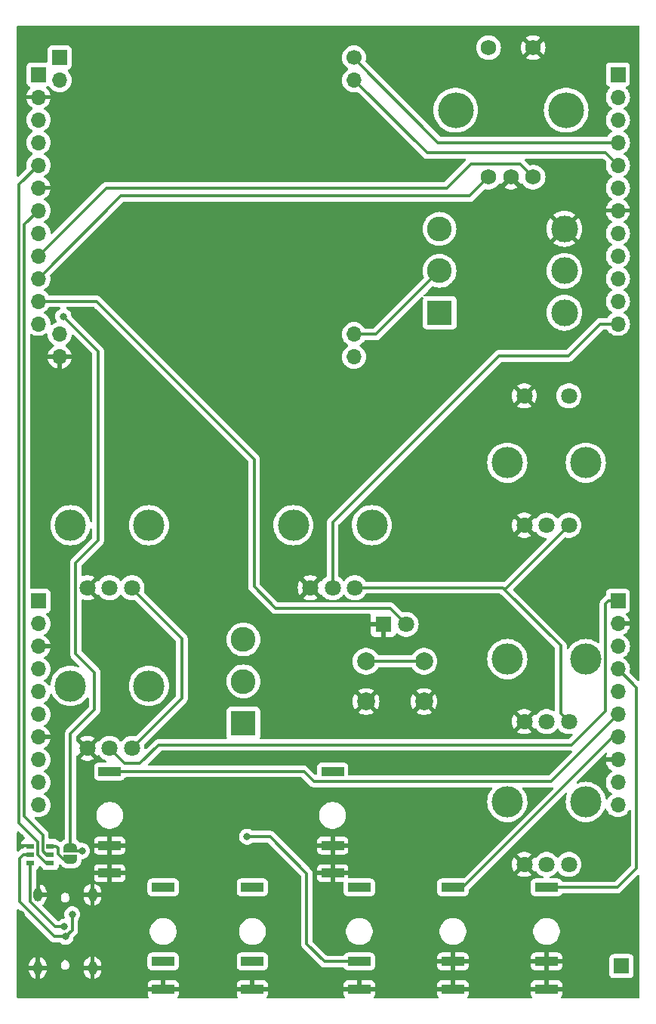
<source format=gbr>
%TF.GenerationSoftware,KiCad,Pcbnew,8.0.8*%
%TF.CreationDate,2025-07-06T18:05:23+01:00*%
%TF.ProjectId,Kishoof_Controls,4b697368-6f6f-4665-9f43-6f6e74726f6c,rev?*%
%TF.SameCoordinates,Original*%
%TF.FileFunction,Copper,L2,Bot*%
%TF.FilePolarity,Positive*%
%FSLAX46Y46*%
G04 Gerber Fmt 4.6, Leading zero omitted, Abs format (unit mm)*
G04 Created by KiCad (PCBNEW 8.0.8) date 2025-07-06 18:05:23*
%MOMM*%
%LPD*%
G01*
G04 APERTURE LIST*
G04 Aperture macros list*
%AMFreePoly0*
4,1,19,0.500000,-0.750000,0.000000,-0.750000,0.000000,-0.744911,-0.071157,-0.744911,-0.207708,-0.704816,-0.327430,-0.627875,-0.420627,-0.520320,-0.479746,-0.390866,-0.500000,-0.250000,-0.500000,0.250000,-0.479746,0.390866,-0.420627,0.520320,-0.327430,0.627875,-0.207708,0.704816,-0.071157,0.744911,0.000000,0.744911,0.000000,0.750000,0.500000,0.750000,0.500000,-0.750000,0.500000,-0.750000,
$1*%
%AMFreePoly1*
4,1,19,0.000000,0.744911,0.071157,0.744911,0.207708,0.704816,0.327430,0.627875,0.420627,0.520320,0.479746,0.390866,0.500000,0.250000,0.500000,-0.250000,0.479746,-0.390866,0.420627,-0.520320,0.327430,-0.627875,0.207708,-0.704816,0.071157,-0.744911,0.000000,-0.744911,0.000000,-0.750000,-0.500000,-0.750000,-0.500000,0.750000,0.000000,0.750000,0.000000,0.744911,0.000000,0.744911,
$1*%
G04 Aperture macros list end*
%TA.AperFunction,ComponentPad*%
%ADD10R,2.500000X1.000000*%
%TD*%
%TA.AperFunction,ComponentPad*%
%ADD11O,1.000000X1.500000*%
%TD*%
%TA.AperFunction,ComponentPad*%
%ADD12R,1.800000X1.800000*%
%TD*%
%TA.AperFunction,ComponentPad*%
%ADD13C,1.800000*%
%TD*%
%TA.AperFunction,ComponentPad*%
%ADD14C,1.750000*%
%TD*%
%TA.AperFunction,ComponentPad*%
%ADD15O,4.000000X4.000000*%
%TD*%
%TA.AperFunction,WasherPad*%
%ADD16C,3.500000*%
%TD*%
%TA.AperFunction,ComponentPad*%
%ADD17C,2.000000*%
%TD*%
%TA.AperFunction,ComponentPad*%
%ADD18C,3.000000*%
%TD*%
%TA.AperFunction,ComponentPad*%
%ADD19R,1.700000X1.700000*%
%TD*%
%TA.AperFunction,ComponentPad*%
%ADD20O,1.700000X1.700000*%
%TD*%
%TA.AperFunction,ComponentPad*%
%ADD21C,1.700000*%
%TD*%
%TA.AperFunction,ComponentPad*%
%ADD22R,2.775000X2.775000*%
%TD*%
%TA.AperFunction,ComponentPad*%
%ADD23C,2.775000*%
%TD*%
%TA.AperFunction,SMDPad,CuDef*%
%ADD24R,0.950000X0.600000*%
%TD*%
%TA.AperFunction,SMDPad,CuDef*%
%ADD25FreePoly0,90.000000*%
%TD*%
%TA.AperFunction,SMDPad,CuDef*%
%ADD26FreePoly1,90.000000*%
%TD*%
%TA.AperFunction,ViaPad*%
%ADD27C,0.800000*%
%TD*%
%TA.AperFunction,Conductor*%
%ADD28C,0.300000*%
%TD*%
G04 APERTURE END LIST*
D10*
%TO.P,J9,1*%
%TO.N,GND*%
X94000000Y-147480000D03*
%TO.P,J9,2*%
%TO.N,+3.3V*%
X94000000Y-144380000D03*
%TO.P,J9,3*%
%TO.N,/VCA_CV_In*%
X94000000Y-136080000D03*
%TD*%
D11*
%TO.P,J12,S1,SHIELD*%
%TO.N,GND*%
X57930000Y-145100000D03*
X64070000Y-145100000D03*
X57930000Y-136900000D03*
X64070000Y-136900000D03*
%TD*%
D10*
%TO.P,J11,1*%
%TO.N,GND*%
X82000000Y-147480000D03*
%TO.P,J11,2*%
%TO.N,unconnected-(J11-Pad2)*%
X82000000Y-144380000D03*
%TO.P,J11,3*%
%TO.N,/Audio_Out_R*%
X82000000Y-136080000D03*
%TD*%
%TO.P,J7,1*%
%TO.N,GND*%
X115000000Y-147480000D03*
%TO.P,J7,2*%
X115000000Y-144380000D03*
%TO.P,J7,3*%
%TO.N,/Warp_CV_In*%
X115000000Y-136080000D03*
%TD*%
D12*
%TO.P,D1,1,K*%
%TO.N,GND*%
X96700000Y-106600000D03*
D13*
%TO.P,D1,2,A*%
%TO.N,/LED_Oct_B_Out*%
X99240000Y-106600000D03*
%TD*%
D14*
%TO.P,SW5,A,A*%
%TO.N,/Encoder_Up*%
X108500000Y-56500000D03*
%TO.P,SW5,B,B*%
%TO.N,/Encoder_Down*%
X113500000Y-56500000D03*
%TO.P,SW5,C,C*%
%TO.N,GND*%
X111000000Y-56500000D03*
%TO.P,SW5,S1,S1*%
%TO.N,/Encoder_Btn*%
X108500000Y-42000000D03*
%TO.P,SW5,S2,S2*%
%TO.N,GND*%
X113500000Y-42000000D03*
D15*
%TO.P,SW5,body*%
%TO.N,N/C*%
X104800000Y-49000000D03*
X117200000Y-49000000D03*
%TD*%
D16*
%TO.P,WarpType1,*%
%TO.N,*%
X110600000Y-88500000D03*
X119400000Y-88500000D03*
D13*
%TO.P,WarpType1,1,1*%
%TO.N,+3.3VA*%
X117500000Y-95500000D03*
%TO.P,WarpType1,2,2*%
%TO.N,/Warp_Type_Pot*%
X115000000Y-95500000D03*
%TO.P,WarpType1,3,3*%
%TO.N,GND*%
X112500000Y-95500000D03*
%TO.P,WarpType1,4,1*%
X112500000Y-81000000D03*
%TO.P,WarpType1,5,2*%
%TO.N,/Warp_Polarity_Btn*%
X117500000Y-81000000D03*
%TD*%
D10*
%TO.P,J8,1*%
%TO.N,GND*%
X104500000Y-147480000D03*
%TO.P,J8,2*%
X104500000Y-144380000D03*
%TO.P,J8,3*%
%TO.N,/Pitch_CV_In*%
X104500000Y-136080000D03*
%TD*%
D16*
%TO.P,WavetableBPot1,*%
%TO.N,*%
X86600000Y-95500000D03*
X95400000Y-95500000D03*
D13*
%TO.P,WavetableBPot1,1,1*%
%TO.N,+3.3VA*%
X93500000Y-102500000D03*
%TO.P,WavetableBPot1,2,2*%
%TO.N,/Wavetable_Pos_B_Pot*%
X91000000Y-102500000D03*
%TO.P,WavetableBPot1,3,3*%
%TO.N,GND*%
X88500000Y-102500000D03*
%TD*%
D16*
%TO.P,WarpAmtTrm1,*%
%TO.N,*%
X110600000Y-126500000D03*
X119400000Y-126500000D03*
D13*
%TO.P,WarpAmtTrm1,1,1*%
%TO.N,+3.3VA*%
X117500000Y-133500000D03*
%TO.P,WarpAmtTrm1,2,2*%
%TO.N,/Warp_Amt_Trm*%
X115000000Y-133500000D03*
%TO.P,WarpAmtTrm1,3,3*%
%TO.N,GND*%
X112500000Y-133500000D03*
%TD*%
D10*
%TO.P,J10,1*%
%TO.N,GND*%
X72000000Y-147480000D03*
%TO.P,J10,2*%
%TO.N,unconnected-(J10-Pad2)*%
X72000000Y-144380000D03*
%TO.P,J10,3*%
%TO.N,/Audio_Out_L*%
X72000000Y-136080000D03*
%TD*%
D17*
%TO.P,SW1,1,1*%
%TO.N,/B_Octave_Btn*%
X94750000Y-110750000D03*
X101250000Y-110750000D03*
%TO.P,SW1,2,2*%
%TO.N,GND*%
X94750000Y-115250000D03*
X101250000Y-115250000D03*
%TD*%
D18*
%TO.P,SW2,1,A*%
%TO.N,+3.3V*%
X117000000Y-71700000D03*
%TO.P,SW2,2,B*%
%TO.N,/Mode*%
X117000000Y-67000000D03*
%TO.P,SW2,3,C*%
%TO.N,GND*%
X117000000Y-62300000D03*
%TD*%
D10*
%TO.P,J5,1*%
%TO.N,GND*%
X66000000Y-134480000D03*
%TO.P,J5,2*%
X66000000Y-131380000D03*
%TO.P,J5,3*%
%TO.N,/Wavetable_Pos_A_CV_In*%
X66000000Y-123080000D03*
%TD*%
D19*
%TO.P,U2,1,MOSI*%
%TO.N,/LCD_SPI3_MOSI*%
X60400000Y-43100000D03*
D20*
%TO.P,U2,2,CLK*%
%TO.N,/LCD_SPI3_SCK*%
X60400000Y-45640000D03*
D21*
%TO.P,U2,3,DC*%
%TO.N,/LCD_DC*%
X93400000Y-43100000D03*
D20*
%TO.P,U2,4,RESET*%
%TO.N,/LCD_RESET*%
X93400000Y-45640000D03*
%TO.P,U2,5,CS*%
%TO.N,/LCD_SPI3_SS*%
X60400000Y-74100000D03*
%TO.P,U2,6,GND*%
%TO.N,GND*%
X60400000Y-76640000D03*
%TO.P,U2,7,VDD*%
%TO.N,+3.3V*%
X93400000Y-74100000D03*
%TO.P,U2,8,BACKLIGHT*%
%TO.N,/LCD_Backlight*%
X93400000Y-76640000D03*
%TD*%
D16*
%TO.P,WavetableATrm1,*%
%TO.N,*%
X61600000Y-113500000D03*
X70400000Y-113500000D03*
D13*
%TO.P,WavetableATrm1,1,1*%
%TO.N,+3.3VA*%
X68500000Y-120500000D03*
%TO.P,WavetableATrm1,2,2*%
%TO.N,/Wavetable_Pos_A_Trm*%
X66000000Y-120500000D03*
%TO.P,WavetableATrm1,3,3*%
%TO.N,GND*%
X63500000Y-120500000D03*
%TD*%
D16*
%TO.P,WavetableAPot1,*%
%TO.N,*%
X61600000Y-95500000D03*
X70400000Y-95500000D03*
D13*
%TO.P,WavetableAPot1,1,1*%
%TO.N,+3.3VA*%
X68500000Y-102500000D03*
%TO.P,WavetableAPot1,2,2*%
%TO.N,/Wavetable_Pos_A_Pot*%
X66000000Y-102500000D03*
%TO.P,WavetableAPot1,3,3*%
%TO.N,GND*%
X63500000Y-102500000D03*
%TD*%
D22*
%TO.P,SW4,1,1*%
%TO.N,/ChB_Mix*%
X81000000Y-117700000D03*
D23*
%TO.P,SW4,2,3*%
%TO.N,+3.3V*%
X81000000Y-113000000D03*
%TO.P,SW4,3,4*%
%TO.N,/ChB_RM*%
X81000000Y-108300000D03*
%TD*%
D10*
%TO.P,J6,1*%
%TO.N,GND*%
X91000000Y-134480000D03*
%TO.P,J6,2*%
X91000000Y-131380000D03*
%TO.P,J6,3*%
%TO.N,/Wavetable_Pos_B_CV_In*%
X91000000Y-123080000D03*
%TD*%
D16*
%TO.P,WarpAmtPot1,*%
%TO.N,*%
X110600000Y-110500000D03*
X119400000Y-110500000D03*
D13*
%TO.P,WarpAmtPot1,1,1*%
%TO.N,+3.3VA*%
X117500000Y-117500000D03*
%TO.P,WarpAmtPot1,2,2*%
%TO.N,/Warp_Amt_Pot*%
X115000000Y-117500000D03*
%TO.P,WarpAmtPot1,3,3*%
%TO.N,GND*%
X112500000Y-117500000D03*
%TD*%
D22*
%TO.P,SW3,1,1*%
%TO.N,/Octave_Up*%
X103000000Y-71700000D03*
D23*
%TO.P,SW3,2,3*%
%TO.N,+3.3V*%
X103000000Y-67000000D03*
%TO.P,SW3,3,4*%
%TO.N,/Octave_Down*%
X103000000Y-62300000D03*
%TD*%
D19*
%TO.P,J1,1,Pin_1*%
%TO.N,/LCD_SPI3_MOSI*%
X58000000Y-45000000D03*
D20*
%TO.P,J1,2,Pin_2*%
%TO.N,GND*%
X58000000Y-47540000D03*
%TO.P,J1,3,Pin_3*%
%TO.N,/LCD_SPI3_SCK*%
X58000000Y-50080000D03*
%TO.P,J1,4,Pin_4*%
%TO.N,/LCD_SPI3_SS*%
X58000000Y-52620000D03*
%TO.P,J1,5,Pin_5*%
%TO.N,/USB_DP*%
X58000000Y-55160000D03*
%TO.P,J1,6,Pin_6*%
%TO.N,GND*%
X58000000Y-57700000D03*
%TO.P,J1,7,Pin_7*%
%TO.N,/USB_DM*%
X58000000Y-60240000D03*
%TO.P,J1,8,Pin_8*%
%TO.N,/USB_VBUS*%
X58000000Y-62780000D03*
%TO.P,J1,9,Pin_9*%
%TO.N,/Encoder_Down*%
X58000000Y-65320000D03*
%TO.P,J1,10,Pin_10*%
%TO.N,/Encoder_Up*%
X58000000Y-67860000D03*
%TO.P,J1,11,Pin_11*%
%TO.N,/LED_Oct_B_Out*%
X58000000Y-70400000D03*
%TO.P,J1,12,Pin_12*%
%TO.N,/B_Octave_Btn*%
X58000000Y-72940000D03*
%TD*%
D19*
%TO.P,J3,1,Pin_1*%
%TO.N,/ChB_RM*%
X58000000Y-104000000D03*
D20*
%TO.P,J3,2,Pin_2*%
%TO.N,/Wavetable_Pos_A_Pot*%
X58000000Y-106540000D03*
%TO.P,J3,3,Pin_3*%
%TO.N,GND*%
X58000000Y-109080000D03*
%TO.P,J3,4,Pin_4*%
%TO.N,/ChB_Mix*%
X58000000Y-111620000D03*
%TO.P,J3,5,Pin_5*%
%TO.N,+3.3V*%
X58000000Y-114160000D03*
%TO.P,J3,6,Pin_6*%
%TO.N,+3.3VA*%
X58000000Y-116700000D03*
%TO.P,J3,7,Pin_7*%
%TO.N,GND*%
X58000000Y-119240000D03*
%TO.P,J3,8,Pin_8*%
%TO.N,/Audio_Out_L*%
X58000000Y-121780000D03*
%TO.P,J3,9,Pin_9*%
%TO.N,/Audio_Out_R*%
X58000000Y-124320000D03*
%TO.P,J3,10,Pin_10*%
%TO.N,/Warp_Type_Pot*%
X58000000Y-126860000D03*
%TD*%
D19*
%TO.P,J14,1,Pin_1*%
%TO.N,/Ext_Audio_In*%
X123400000Y-144900000D03*
%TD*%
D24*
%TO.P,U1,1,VBUS*%
%TO.N,Net-(JP1-A)*%
X59325000Y-131450000D03*
%TO.P,U1,2,D1_OUT*%
%TO.N,/USB_DM*%
X59325000Y-132400000D03*
%TO.P,U1,3,D2_OUT*%
%TO.N,/USB_DP*%
X59325000Y-133350000D03*
%TO.P,U1,4,D2_IN*%
%TO.N,/USB_D+*%
X57075000Y-133350000D03*
%TO.P,U1,5,D1_IN*%
%TO.N,/USB_D-*%
X57075000Y-132400000D03*
%TO.P,U1,6,GND*%
%TO.N,GND*%
X57075000Y-131450000D03*
%TD*%
D19*
%TO.P,J2,1,Pin_1*%
%TO.N,/LCD_Backlight*%
X123000000Y-45000000D03*
D20*
%TO.P,J2,2,Pin_2*%
%TO.N,/Octave_Up*%
X123000000Y-47540000D03*
%TO.P,J2,3,Pin_3*%
%TO.N,/Octave_Down*%
X123000000Y-50080000D03*
%TO.P,J2,4,Pin_4*%
%TO.N,/LCD_DC*%
X123000000Y-52620000D03*
%TO.P,J2,5,Pin_5*%
%TO.N,/LCD_RESET*%
X123000000Y-55160000D03*
%TO.P,J2,6,Pin_6*%
%TO.N,/Mode*%
X123000000Y-57700000D03*
%TO.P,J2,7,Pin_7*%
%TO.N,GND*%
X123000000Y-60240000D03*
%TO.P,J2,8,Pin_8*%
%TO.N,/Warp_Polarity_Btn*%
X123000000Y-62780000D03*
%TO.P,J2,9,Pin_9*%
%TO.N,/Encoder_Btn*%
X123000000Y-65320000D03*
%TO.P,J2,10,Pin_10*%
%TO.N,/Warp_Amt_Trm*%
X123000000Y-67860000D03*
%TO.P,J2,11,Pin_11*%
%TO.N,/Warp_Amt_Pot*%
X123000000Y-70400000D03*
%TO.P,J2,12,Pin_12*%
%TO.N,/Wavetable_Pos_B_Pot*%
X123000000Y-72940000D03*
%TD*%
D25*
%TO.P,JP1,1,A*%
%TO.N,Net-(JP1-A)*%
X61600000Y-132950000D03*
D26*
%TO.P,JP1,2,B*%
%TO.N,/USB_VBUS*%
X61600000Y-131650000D03*
%TD*%
D19*
%TO.P,J4,1,Pin_1*%
%TO.N,/Wavetable_Pos_A_Trm*%
X123000000Y-104000000D03*
D20*
%TO.P,J4,2,Pin_2*%
%TO.N,GND*%
X123000000Y-106540000D03*
%TO.P,J4,3,Pin_3*%
%TO.N,/Ext_Audio_In*%
X123000000Y-109080000D03*
%TO.P,J4,4,Pin_4*%
%TO.N,/Warp_CV_In*%
X123000000Y-111620000D03*
%TO.P,J4,5,Pin_5*%
%TO.N,GND*%
X123000000Y-114160000D03*
%TO.P,J4,6,Pin_6*%
%TO.N,/Wavetable_Pos_A_CV_In*%
X123000000Y-116700000D03*
%TO.P,J4,7,Pin_7*%
%TO.N,/Pitch_CV_In*%
X123000000Y-119240000D03*
%TO.P,J4,8,Pin_8*%
%TO.N,GND*%
X123000000Y-121780000D03*
%TO.P,J4,9,Pin_9*%
%TO.N,/Wavetable_Pos_B_CV_In*%
X123000000Y-124320000D03*
%TO.P,J4,10,Pin_10*%
%TO.N,/VCA_CV_In*%
X123000000Y-126860000D03*
%TD*%
D27*
%TO.N,GND*%
X76700000Y-132400000D03*
%TO.N,+3.3V*%
X81400000Y-130400000D03*
%TO.N,GND*%
X68000000Y-82800000D03*
X84100000Y-97900000D03*
X124600000Y-40200000D03*
X57700000Y-102000000D03*
X64200000Y-72700000D03*
X88100000Y-60600000D03*
X123100000Y-83000000D03*
X93100000Y-71700000D03*
X60500000Y-50700000D03*
X88000000Y-126400000D03*
X101900000Y-64600000D03*
X98600000Y-45000000D03*
X56100000Y-54300000D03*
X57700000Y-94300000D03*
X60900000Y-143500000D03*
X102800000Y-80200000D03*
X64400000Y-56200000D03*
X59200000Y-128900000D03*
X66200000Y-88500000D03*
X59700000Y-61600000D03*
X98700000Y-75100000D03*
X74800000Y-61400000D03*
X59400000Y-71600000D03*
X82700000Y-125000000D03*
X108000000Y-122000000D03*
X60500000Y-40800000D03*
X56000000Y-130500000D03*
X121700000Y-134300000D03*
X98100000Y-100500000D03*
X92300000Y-107000000D03*
X65400000Y-115400000D03*
X65400000Y-99100000D03*
X121800000Y-42700000D03*
X109900000Y-136500000D03*
X60500000Y-135000000D03*
X98800000Y-60500000D03*
X80200000Y-94800000D03*
X62700000Y-77700000D03*
X68200000Y-118000000D03*
X57700000Y-87000000D03*
X120100000Y-79900000D03*
X109700000Y-105000000D03*
X77500000Y-140700000D03*
X92600000Y-60600000D03*
X57700000Y-78300000D03*
X56100000Y-139100000D03*
X105000000Y-86600000D03*
X93600000Y-49900000D03*
X76600000Y-77900000D03*
X116100000Y-105700000D03*
X108200000Y-118200000D03*
X120800000Y-56400000D03*
X104800000Y-100200000D03*
X101400000Y-48600000D03*
X94600000Y-79100000D03*
X123500000Y-137100000D03*
X72200000Y-121600000D03*
X115100000Y-121900000D03*
X98700000Y-90300000D03*
X98300000Y-83800000D03*
X112900000Y-102700000D03*
X104000000Y-104900000D03*
X60400000Y-54300000D03*
X122900000Y-99000000D03*
X120700000Y-46900000D03*
X60582488Y-138342686D03*
X64100000Y-68000000D03*
X101000000Y-55500000D03*
X116800000Y-74700000D03*
X65600000Y-111500000D03*
X90700000Y-42900000D03*
X88800000Y-55500000D03*
X79500000Y-102700000D03*
X123100000Y-76200000D03*
X100400000Y-136300000D03*
X60000000Y-68900000D03*
X77600000Y-117700000D03*
%TO.N,/USB_VBUS*%
X60800000Y-72100000D03*
X62900000Y-132000000D03*
%TO.N,/USB_D+*%
X60900000Y-140500000D03*
%TO.N,/USB_D-*%
X61800000Y-139100000D03*
X61049062Y-141600000D03*
%TD*%
D28*
%TO.N,+3.3V*%
X88100000Y-142400000D02*
X90080000Y-144380000D01*
X88100000Y-134500000D02*
X88100000Y-142400000D01*
X90080000Y-144380000D02*
X94000000Y-144380000D01*
X84000000Y-130400000D02*
X88100000Y-134500000D01*
X81400000Y-130400000D02*
X84000000Y-130400000D01*
%TO.N,/USB_DP*%
X59325000Y-133350000D02*
X58850000Y-133350000D01*
X57900000Y-132400000D02*
X57900000Y-131000000D01*
X58850000Y-133350000D02*
X57900000Y-132400000D01*
X57900000Y-131000000D02*
X55800000Y-128900000D01*
X55800000Y-128900000D02*
X55800000Y-57360000D01*
X55800000Y-57360000D02*
X58000000Y-55160000D01*
%TO.N,/USB_DM*%
X58875000Y-132400000D02*
X59325000Y-132400000D01*
X58000000Y-60240000D02*
X56400000Y-61840000D01*
X56400000Y-128100000D02*
X58500000Y-130200000D01*
X58500000Y-132025000D02*
X58875000Y-132400000D01*
X56400000Y-61840000D02*
X56400000Y-128100000D01*
X58500000Y-130200000D02*
X58500000Y-132025000D01*
%TO.N,+3.3VA*%
X116600000Y-116600000D02*
X116600000Y-109000000D01*
X110100000Y-102500000D02*
X93500000Y-102500000D01*
X110200000Y-102600000D02*
X110100000Y-102500000D01*
X68500000Y-120500000D02*
X74100000Y-114900000D01*
X74100000Y-114900000D02*
X74100000Y-108200000D01*
X110400000Y-102600000D02*
X110200000Y-102600000D01*
X116600000Y-109000000D02*
X110200000Y-102600000D01*
X117500000Y-95500000D02*
X110400000Y-102600000D01*
X74100000Y-108200000D02*
X68500000Y-102600000D01*
X117500000Y-117500000D02*
X116600000Y-116600000D01*
X68500000Y-102600000D02*
X68500000Y-102500000D01*
%TO.N,+3.3V*%
X95900000Y-74100000D02*
X93400000Y-74100000D01*
X103000000Y-67000000D02*
X95900000Y-74100000D01*
%TO.N,/LED_Oct_B_Out*%
X82200000Y-88100000D02*
X64500000Y-70400000D01*
X97440000Y-104800000D02*
X84600000Y-104800000D01*
X84600000Y-104800000D02*
X82200000Y-102400000D01*
X82200000Y-102400000D02*
X82200000Y-88100000D01*
X64500000Y-70400000D02*
X58000000Y-70400000D01*
X99240000Y-106600000D02*
X97440000Y-104800000D01*
%TO.N,/B_Octave_Btn*%
X101250000Y-110750000D02*
X94750000Y-110750000D01*
%TO.N,/LCD_DC*%
X93400000Y-43200000D02*
X93400000Y-43100000D01*
X123000000Y-52620000D02*
X102820000Y-52620000D01*
X102820000Y-52620000D02*
X93400000Y-43200000D01*
%TO.N,/USB_VBUS*%
X62200000Y-99700000D02*
X62200000Y-109900000D01*
X64300000Y-116200000D02*
X61600000Y-118900000D01*
X60800000Y-72100000D02*
X64700000Y-76000000D01*
X62900000Y-132000000D02*
X61950000Y-132000000D01*
X64700000Y-76000000D02*
X64700000Y-97200000D01*
X61950000Y-132000000D02*
X61600000Y-131650000D01*
X64700000Y-97200000D02*
X62200000Y-99700000D01*
X61600000Y-118900000D02*
X61600000Y-131650000D01*
X64300000Y-112000000D02*
X64300000Y-116200000D01*
X62200000Y-109900000D02*
X64300000Y-112000000D01*
%TO.N,/USB_D+*%
X59887760Y-140500000D02*
X60900000Y-140500000D01*
X57075000Y-133350000D02*
X57075000Y-137687240D01*
X57075000Y-137687240D02*
X59887760Y-140500000D01*
%TO.N,/USB_D-*%
X56350000Y-132400000D02*
X57075000Y-132400000D01*
X61049062Y-141600000D02*
X59800000Y-141600000D01*
X61800000Y-140849062D02*
X61800000Y-139100000D01*
X59800000Y-141600000D02*
X55900000Y-137700000D01*
X61049062Y-141600000D02*
X61800000Y-140849062D01*
X55900000Y-132850000D02*
X56350000Y-132400000D01*
X55900000Y-137700000D02*
X55900000Y-132850000D01*
%TO.N,/Wavetable_Pos_B_Pot*%
X121030000Y-72940000D02*
X123000000Y-72940000D01*
X91000000Y-102500000D02*
X91000000Y-95200000D01*
X91000000Y-95200000D02*
X109675000Y-76525000D01*
X109675000Y-76525000D02*
X117445000Y-76525000D01*
X117445000Y-76525000D02*
X121030000Y-72940000D01*
%TO.N,/Warp_CV_In*%
X125100000Y-113720000D02*
X125100000Y-133900000D01*
X123000000Y-111620000D02*
X125100000Y-113720000D01*
X122920000Y-136080000D02*
X115000000Y-136080000D01*
X125100000Y-133900000D02*
X122920000Y-136080000D01*
%TO.N,/LCD_RESET*%
X121640000Y-53800000D02*
X101600000Y-53800000D01*
X101600000Y-53800000D02*
X93440000Y-45640000D01*
X123000000Y-55160000D02*
X121640000Y-53800000D01*
X93440000Y-45640000D02*
X93400000Y-45640000D01*
%TO.N,Net-(JP1-A)*%
X60845000Y-132950000D02*
X60200000Y-132305000D01*
X60200000Y-131650000D02*
X60000000Y-131450000D01*
X60200000Y-132305000D02*
X60200000Y-131650000D01*
X60000000Y-131450000D02*
X59325000Y-131450000D01*
X61600000Y-132950000D02*
X60845000Y-132950000D01*
%TO.N,/Encoder_Down*%
X65620000Y-57700000D02*
X103800000Y-57700000D01*
X103800000Y-57700000D02*
X106500000Y-55000000D01*
X112000000Y-55000000D02*
X113500000Y-56500000D01*
X106500000Y-55000000D02*
X112000000Y-55000000D01*
X58000000Y-65320000D02*
X65620000Y-57700000D01*
%TO.N,/Encoder_Up*%
X106400000Y-58600000D02*
X108500000Y-56500000D01*
X67260000Y-58600000D02*
X106400000Y-58600000D01*
X58000000Y-67860000D02*
X67260000Y-58600000D01*
%TO.N,/Pitch_CV_In*%
X123000000Y-119240000D02*
X122460000Y-119240000D01*
X105620000Y-136080000D02*
X104500000Y-136080000D01*
X122460000Y-119240000D02*
X105620000Y-136080000D01*
%TO.N,/Wavetable_Pos_A_CV_In*%
X115500000Y-124200000D02*
X88900000Y-124200000D01*
X123000000Y-116700000D02*
X115500000Y-124200000D01*
X87780000Y-123080000D02*
X66000000Y-123080000D01*
X88900000Y-124200000D02*
X87780000Y-123080000D01*
%TO.N,/Wavetable_Pos_A_Trm*%
X121600000Y-104300000D02*
X121900000Y-104000000D01*
X71500000Y-120100000D02*
X117800000Y-120100000D01*
X121900000Y-104000000D02*
X123000000Y-104000000D01*
X67700000Y-122200000D02*
X69400000Y-122200000D01*
X66000000Y-120500000D02*
X67700000Y-122200000D01*
X117800000Y-120100000D02*
X121600000Y-116300000D01*
X121600000Y-116300000D02*
X121600000Y-104300000D01*
X69400000Y-122200000D02*
X71500000Y-120100000D01*
%TD*%
%TA.AperFunction,Conductor*%
%TO.N,GND*%
G36*
X63034075Y-120692993D02*
G01*
X63099901Y-120807007D01*
X63192993Y-120900099D01*
X63307007Y-120965925D01*
X63370590Y-120982962D01*
X62701201Y-121652351D01*
X62731649Y-121676050D01*
X62935697Y-121786476D01*
X62935706Y-121786479D01*
X63155139Y-121861811D01*
X63383993Y-121900000D01*
X63616007Y-121900000D01*
X63844860Y-121861811D01*
X64064293Y-121786479D01*
X64064301Y-121786476D01*
X64268355Y-121676047D01*
X64298797Y-121652351D01*
X64298798Y-121652350D01*
X63629410Y-120982962D01*
X63692993Y-120965925D01*
X63807007Y-120900099D01*
X63900099Y-120807007D01*
X63965925Y-120692993D01*
X63982962Y-120629409D01*
X64651186Y-121297634D01*
X64655969Y-121297138D01*
X64699037Y-121260381D01*
X64768269Y-121250957D01*
X64831605Y-121280458D01*
X64853510Y-121305738D01*
X64891016Y-121363147D01*
X64891019Y-121363151D01*
X64891021Y-121363153D01*
X65048216Y-121533913D01*
X65048219Y-121533915D01*
X65048222Y-121533918D01*
X65231365Y-121676464D01*
X65231371Y-121676468D01*
X65231374Y-121676470D01*
X65301045Y-121714174D01*
X65434652Y-121786479D01*
X65435497Y-121786936D01*
X65556847Y-121828595D01*
X65584879Y-121838219D01*
X65641894Y-121878604D01*
X65668025Y-121943404D01*
X65654974Y-122012044D01*
X65606885Y-122062731D01*
X65544616Y-122079500D01*
X64702129Y-122079500D01*
X64702123Y-122079501D01*
X64642516Y-122085908D01*
X64507671Y-122136202D01*
X64507664Y-122136206D01*
X64392455Y-122222452D01*
X64392452Y-122222455D01*
X64306206Y-122337664D01*
X64306202Y-122337671D01*
X64255908Y-122472517D01*
X64252574Y-122503534D01*
X64249501Y-122532123D01*
X64249500Y-122532135D01*
X64249500Y-123627870D01*
X64249501Y-123627876D01*
X64255908Y-123687483D01*
X64306202Y-123822328D01*
X64306206Y-123822335D01*
X64392452Y-123937544D01*
X64392455Y-123937547D01*
X64507664Y-124023793D01*
X64507671Y-124023797D01*
X64642517Y-124074091D01*
X64642516Y-124074091D01*
X64649444Y-124074835D01*
X64702127Y-124080500D01*
X67297872Y-124080499D01*
X67357483Y-124074091D01*
X67492331Y-124023796D01*
X67607546Y-123937546D01*
X67693796Y-123822331D01*
X67697960Y-123811165D01*
X67739829Y-123755234D01*
X67805293Y-123730816D01*
X67814141Y-123730500D01*
X87459192Y-123730500D01*
X87526231Y-123750185D01*
X87546873Y-123766819D01*
X88394724Y-124614669D01*
X88485331Y-124705276D01*
X88485332Y-124705277D01*
X88591866Y-124776461D01*
X88591872Y-124776464D01*
X88591873Y-124776465D01*
X88710256Y-124825501D01*
X88710260Y-124825501D01*
X88710261Y-124825502D01*
X88835928Y-124850500D01*
X88835931Y-124850500D01*
X108779575Y-124850500D01*
X108846614Y-124870185D01*
X108892369Y-124922989D01*
X108902313Y-124992147D01*
X108873288Y-125055703D01*
X108872803Y-125056259D01*
X108810728Y-125127041D01*
X108646828Y-125372334D01*
X108516349Y-125636919D01*
X108421521Y-125916269D01*
X108421518Y-125916283D01*
X108363968Y-126205609D01*
X108363964Y-126205636D01*
X108344671Y-126499992D01*
X108344671Y-126500007D01*
X108363964Y-126794363D01*
X108363965Y-126794373D01*
X108363966Y-126794380D01*
X108409339Y-127022490D01*
X108421518Y-127083716D01*
X108421521Y-127083730D01*
X108516349Y-127363080D01*
X108646825Y-127627660D01*
X108646829Y-127627667D01*
X108810725Y-127872955D01*
X109005241Y-128094758D01*
X109227044Y-128289274D01*
X109384282Y-128394337D01*
X109472335Y-128453172D01*
X109736923Y-128583652D01*
X110016278Y-128678481D01*
X110305620Y-128736034D01*
X110333888Y-128737886D01*
X110599993Y-128755329D01*
X110600000Y-128755329D01*
X110600007Y-128755329D01*
X110835675Y-128739881D01*
X110894380Y-128736034D01*
X111183722Y-128678481D01*
X111463077Y-128583652D01*
X111727665Y-128453172D01*
X111972957Y-128289273D01*
X112194758Y-128094758D01*
X112389273Y-127872957D01*
X112553172Y-127627665D01*
X112683652Y-127363077D01*
X112778481Y-127083722D01*
X112836034Y-126794380D01*
X112841128Y-126716657D01*
X112855329Y-126500007D01*
X112855329Y-126499992D01*
X112836035Y-126205636D01*
X112836034Y-126205620D01*
X112778481Y-125916278D01*
X112683652Y-125636923D01*
X112553172Y-125372336D01*
X112543922Y-125358493D01*
X112432271Y-125191395D01*
X112389273Y-125127043D01*
X112327197Y-125056259D01*
X112297794Y-124992878D01*
X112307326Y-124923661D01*
X112352766Y-124870586D01*
X112419687Y-124850502D01*
X112420425Y-124850500D01*
X115564070Y-124850500D01*
X115619384Y-124839497D01*
X115688975Y-124845724D01*
X115744153Y-124888586D01*
X115767398Y-124954476D01*
X115751331Y-125022473D01*
X115731257Y-125048795D01*
X105736871Y-135043181D01*
X105675548Y-135076666D01*
X105649190Y-135079500D01*
X103202129Y-135079500D01*
X103202123Y-135079501D01*
X103142516Y-135085908D01*
X103007671Y-135136202D01*
X103007664Y-135136206D01*
X102892455Y-135222452D01*
X102892452Y-135222455D01*
X102806206Y-135337664D01*
X102806202Y-135337671D01*
X102755908Y-135472517D01*
X102749501Y-135532116D01*
X102749501Y-135532123D01*
X102749500Y-135532135D01*
X102749500Y-136627870D01*
X102749501Y-136627876D01*
X102755908Y-136687483D01*
X102806202Y-136822328D01*
X102806206Y-136822335D01*
X102892452Y-136937544D01*
X102892455Y-136937547D01*
X103007664Y-137023793D01*
X103007671Y-137023797D01*
X103142517Y-137074091D01*
X103142516Y-137074091D01*
X103149444Y-137074835D01*
X103202127Y-137080500D01*
X105797872Y-137080499D01*
X105857483Y-137074091D01*
X105992331Y-137023796D01*
X106107546Y-136937546D01*
X106193796Y-136822331D01*
X106244091Y-136687483D01*
X106250500Y-136627873D01*
X106250499Y-136420807D01*
X106270183Y-136353768D01*
X106286813Y-136333131D01*
X117111602Y-125508342D01*
X117172923Y-125474859D01*
X117242615Y-125479843D01*
X117298548Y-125521715D01*
X117322965Y-125587179D01*
X117316700Y-125635884D01*
X117221521Y-125916269D01*
X117221518Y-125916283D01*
X117163968Y-126205609D01*
X117163964Y-126205636D01*
X117144671Y-126499992D01*
X117144671Y-126500007D01*
X117163964Y-126794363D01*
X117163965Y-126794373D01*
X117163966Y-126794380D01*
X117209339Y-127022490D01*
X117221518Y-127083716D01*
X117221521Y-127083730D01*
X117316349Y-127363080D01*
X117446825Y-127627660D01*
X117446829Y-127627667D01*
X117610725Y-127872955D01*
X117805241Y-128094758D01*
X118027044Y-128289274D01*
X118184282Y-128394337D01*
X118272335Y-128453172D01*
X118536923Y-128583652D01*
X118816278Y-128678481D01*
X119105620Y-128736034D01*
X119133888Y-128737886D01*
X119399993Y-128755329D01*
X119400000Y-128755329D01*
X119400007Y-128755329D01*
X119635675Y-128739881D01*
X119694380Y-128736034D01*
X119983722Y-128678481D01*
X120263077Y-128583652D01*
X120527665Y-128453172D01*
X120772957Y-128289273D01*
X120994758Y-128094758D01*
X121189273Y-127872957D01*
X121353172Y-127627665D01*
X121483652Y-127363077D01*
X121494256Y-127331836D01*
X121534442Y-127274683D01*
X121599150Y-127248328D01*
X121667835Y-127261141D01*
X121718690Y-127309053D01*
X121724057Y-127319289D01*
X121825965Y-127537830D01*
X121825967Y-127537834D01*
X121903549Y-127648631D01*
X121961505Y-127731401D01*
X122128599Y-127898495D01*
X122225384Y-127966265D01*
X122322165Y-128034032D01*
X122322167Y-128034033D01*
X122322170Y-128034035D01*
X122536337Y-128133903D01*
X122764592Y-128195063D01*
X122952918Y-128211539D01*
X122999999Y-128215659D01*
X123000000Y-128215659D01*
X123000001Y-128215659D01*
X123039234Y-128212226D01*
X123235408Y-128195063D01*
X123463663Y-128133903D01*
X123677830Y-128034035D01*
X123871401Y-127898495D01*
X124038495Y-127731401D01*
X124174035Y-127537830D01*
X124213118Y-127454015D01*
X124259290Y-127401576D01*
X124326483Y-127382424D01*
X124393365Y-127402640D01*
X124438699Y-127455805D01*
X124449500Y-127506420D01*
X124449500Y-133579192D01*
X124429815Y-133646231D01*
X124413181Y-133666873D01*
X122686873Y-135393181D01*
X122625550Y-135426666D01*
X122599192Y-135429500D01*
X116814141Y-135429500D01*
X116747102Y-135409815D01*
X116701347Y-135357011D01*
X116697969Y-135348859D01*
X116693796Y-135337669D01*
X116693793Y-135337665D01*
X116693793Y-135337664D01*
X116607547Y-135222455D01*
X116607544Y-135222452D01*
X116492335Y-135136206D01*
X116492328Y-135136202D01*
X116357482Y-135085908D01*
X116357483Y-135085908D01*
X116297883Y-135079501D01*
X116297881Y-135079500D01*
X116297873Y-135079500D01*
X116297865Y-135079500D01*
X115455384Y-135079500D01*
X115388345Y-135059815D01*
X115342590Y-135007011D01*
X115332646Y-134937853D01*
X115361671Y-134874297D01*
X115415121Y-134838219D01*
X115468750Y-134819808D01*
X115564503Y-134786936D01*
X115768626Y-134676470D01*
X115769170Y-134676047D01*
X115839105Y-134621614D01*
X115951784Y-134533913D01*
X116108979Y-134363153D01*
X116146191Y-134306196D01*
X116199337Y-134260839D01*
X116268569Y-134251415D01*
X116331904Y-134280917D01*
X116353809Y-134306196D01*
X116391016Y-134363147D01*
X116391019Y-134363151D01*
X116391021Y-134363153D01*
X116548216Y-134533913D01*
X116548219Y-134533915D01*
X116548222Y-134533918D01*
X116731365Y-134676464D01*
X116731371Y-134676468D01*
X116731374Y-134676470D01*
X116898860Y-134767109D01*
X116934652Y-134786479D01*
X116935497Y-134786936D01*
X117031250Y-134819808D01*
X117155015Y-134862297D01*
X117155017Y-134862297D01*
X117155019Y-134862298D01*
X117383951Y-134900500D01*
X117383952Y-134900500D01*
X117616048Y-134900500D01*
X117616049Y-134900500D01*
X117844981Y-134862298D01*
X118064503Y-134786936D01*
X118268626Y-134676470D01*
X118269170Y-134676047D01*
X118339105Y-134621614D01*
X118451784Y-134533913D01*
X118608979Y-134363153D01*
X118735924Y-134168849D01*
X118829157Y-133956300D01*
X118886134Y-133731305D01*
X118886135Y-133731297D01*
X118905300Y-133500006D01*
X118905300Y-133499993D01*
X118886135Y-133268702D01*
X118886133Y-133268691D01*
X118829157Y-133043699D01*
X118735924Y-132831151D01*
X118608983Y-132636852D01*
X118608980Y-132636849D01*
X118608979Y-132636847D01*
X118451784Y-132466087D01*
X118451779Y-132466083D01*
X118451777Y-132466081D01*
X118268634Y-132323535D01*
X118268628Y-132323531D01*
X118064504Y-132213064D01*
X118064495Y-132213061D01*
X117844984Y-132137702D01*
X117673282Y-132109050D01*
X117616049Y-132099500D01*
X117383951Y-132099500D01*
X117338164Y-132107140D01*
X117155015Y-132137702D01*
X116935504Y-132213061D01*
X116935495Y-132213064D01*
X116731371Y-132323531D01*
X116731365Y-132323535D01*
X116548222Y-132466081D01*
X116548219Y-132466084D01*
X116548216Y-132466086D01*
X116548216Y-132466087D01*
X116487341Y-132532216D01*
X116391015Y-132636854D01*
X116353808Y-132693804D01*
X116300662Y-132739161D01*
X116231430Y-132748584D01*
X116168095Y-132719082D01*
X116146192Y-132693804D01*
X116108984Y-132636854D01*
X116108982Y-132636852D01*
X116108979Y-132636847D01*
X115951784Y-132466087D01*
X115951779Y-132466083D01*
X115951777Y-132466081D01*
X115768634Y-132323535D01*
X115768628Y-132323531D01*
X115564504Y-132213064D01*
X115564495Y-132213061D01*
X115344984Y-132137702D01*
X115173282Y-132109050D01*
X115116049Y-132099500D01*
X114883951Y-132099500D01*
X114838164Y-132107140D01*
X114655015Y-132137702D01*
X114435504Y-132213061D01*
X114435495Y-132213064D01*
X114231371Y-132323531D01*
X114231365Y-132323535D01*
X114048222Y-132466081D01*
X114048219Y-132466084D01*
X114048216Y-132466086D01*
X114048216Y-132466087D01*
X113891021Y-132636847D01*
X113891019Y-132636849D01*
X113891017Y-132636852D01*
X113853509Y-132694262D01*
X113800362Y-132739618D01*
X113731131Y-132749041D01*
X113667795Y-132719538D01*
X113653084Y-132702561D01*
X113651186Y-132702364D01*
X112982962Y-133370589D01*
X112965925Y-133307007D01*
X112900099Y-133192993D01*
X112807007Y-133099901D01*
X112692993Y-133034075D01*
X112629409Y-133017037D01*
X113298797Y-132347647D01*
X113298797Y-132347645D01*
X113268360Y-132323955D01*
X113268354Y-132323951D01*
X113064302Y-132213523D01*
X113064293Y-132213520D01*
X112844860Y-132138188D01*
X112616007Y-132100000D01*
X112383993Y-132100000D01*
X112155139Y-132138188D01*
X111935706Y-132213520D01*
X111935697Y-132213523D01*
X111731650Y-132323949D01*
X111701200Y-132347647D01*
X112370591Y-133017037D01*
X112307007Y-133034075D01*
X112192993Y-133099901D01*
X112099901Y-133192993D01*
X112034075Y-133307007D01*
X112017037Y-133370590D01*
X111348812Y-132702365D01*
X111264516Y-132831391D01*
X111264514Y-132831395D01*
X111171317Y-133043864D01*
X111114361Y-133268781D01*
X111095202Y-133499994D01*
X111095202Y-133500005D01*
X111114361Y-133731218D01*
X111171315Y-133956127D01*
X111171317Y-133956134D01*
X111264516Y-134168609D01*
X111348811Y-134297633D01*
X112017037Y-133629408D01*
X112034075Y-133692993D01*
X112099901Y-133807007D01*
X112192993Y-133900099D01*
X112307007Y-133965925D01*
X112370590Y-133982962D01*
X111701201Y-134652351D01*
X111731649Y-134676050D01*
X111935697Y-134786476D01*
X111935706Y-134786479D01*
X112155139Y-134861811D01*
X112383993Y-134900000D01*
X112616007Y-134900000D01*
X112844860Y-134861811D01*
X113064293Y-134786479D01*
X113064301Y-134786476D01*
X113268355Y-134676047D01*
X113298797Y-134652351D01*
X113298798Y-134652350D01*
X112629410Y-133982962D01*
X112692993Y-133965925D01*
X112807007Y-133900099D01*
X112900099Y-133807007D01*
X112965925Y-133692993D01*
X112982962Y-133629409D01*
X113651186Y-134297634D01*
X113655969Y-134297138D01*
X113699037Y-134260381D01*
X113768269Y-134250957D01*
X113831605Y-134280458D01*
X113853510Y-134305738D01*
X113891016Y-134363147D01*
X113891019Y-134363151D01*
X113891021Y-134363153D01*
X114048216Y-134533913D01*
X114048219Y-134533915D01*
X114048222Y-134533918D01*
X114231365Y-134676464D01*
X114231371Y-134676468D01*
X114231374Y-134676470D01*
X114398860Y-134767109D01*
X114434652Y-134786479D01*
X114435497Y-134786936D01*
X114531250Y-134819808D01*
X114584879Y-134838219D01*
X114641894Y-134878604D01*
X114668025Y-134943404D01*
X114654974Y-135012044D01*
X114606885Y-135062731D01*
X114544616Y-135079500D01*
X113702129Y-135079500D01*
X113702123Y-135079501D01*
X113642516Y-135085908D01*
X113507671Y-135136202D01*
X113507664Y-135136206D01*
X113392455Y-135222452D01*
X113392452Y-135222455D01*
X113306206Y-135337664D01*
X113306202Y-135337671D01*
X113255908Y-135472517D01*
X113249501Y-135532116D01*
X113249501Y-135532123D01*
X113249500Y-135532135D01*
X113249500Y-136627870D01*
X113249501Y-136627876D01*
X113255908Y-136687483D01*
X113306202Y-136822328D01*
X113306206Y-136822335D01*
X113392452Y-136937544D01*
X113392455Y-136937547D01*
X113507664Y-137023793D01*
X113507671Y-137023797D01*
X113642517Y-137074091D01*
X113642516Y-137074091D01*
X113649444Y-137074835D01*
X113702127Y-137080500D01*
X116297872Y-137080499D01*
X116357483Y-137074091D01*
X116492331Y-137023796D01*
X116607546Y-136937546D01*
X116693796Y-136822331D01*
X116697960Y-136811165D01*
X116739829Y-136755234D01*
X116805293Y-136730816D01*
X116814141Y-136730500D01*
X122984071Y-136730500D01*
X123068615Y-136713682D01*
X123109744Y-136705501D01*
X123228127Y-136656465D01*
X123334669Y-136585277D01*
X125187819Y-134732127D01*
X125249142Y-134698642D01*
X125318834Y-134703626D01*
X125374767Y-134745498D01*
X125399184Y-134810962D01*
X125399500Y-134819808D01*
X125399500Y-148375500D01*
X125379815Y-148442539D01*
X125327011Y-148488294D01*
X125275500Y-148499500D01*
X116733405Y-148499500D01*
X116666366Y-148479815D01*
X116620611Y-148427011D01*
X116610667Y-148357853D01*
X116634139Y-148301188D01*
X116693352Y-148222089D01*
X116693354Y-148222086D01*
X116743596Y-148087379D01*
X116743598Y-148087372D01*
X116749999Y-148027844D01*
X116750000Y-148027827D01*
X116750000Y-147730000D01*
X115549728Y-147730000D01*
X115641614Y-147691940D01*
X115711940Y-147621614D01*
X115750000Y-147529728D01*
X115750000Y-147430272D01*
X115711940Y-147338386D01*
X115641614Y-147268060D01*
X115549728Y-147230000D01*
X116750000Y-147230000D01*
X116750000Y-146932172D01*
X116749999Y-146932155D01*
X116743598Y-146872627D01*
X116743596Y-146872620D01*
X116693354Y-146737913D01*
X116693350Y-146737906D01*
X116607190Y-146622812D01*
X116607187Y-146622809D01*
X116492093Y-146536649D01*
X116492086Y-146536645D01*
X116357379Y-146486403D01*
X116357372Y-146486401D01*
X116297844Y-146480000D01*
X115250000Y-146480000D01*
X115250000Y-147230000D01*
X114750000Y-147230000D01*
X114750000Y-146480000D01*
X113702155Y-146480000D01*
X113642627Y-146486401D01*
X113642620Y-146486403D01*
X113507913Y-146536645D01*
X113507906Y-146536649D01*
X113392812Y-146622809D01*
X113392809Y-146622812D01*
X113306649Y-146737906D01*
X113306645Y-146737913D01*
X113256403Y-146872620D01*
X113256401Y-146872627D01*
X113250000Y-146932155D01*
X113250000Y-147230000D01*
X114450272Y-147230000D01*
X114358386Y-147268060D01*
X114288060Y-147338386D01*
X114250000Y-147430272D01*
X114250000Y-147529728D01*
X114288060Y-147621614D01*
X114358386Y-147691940D01*
X114450272Y-147730000D01*
X113250000Y-147730000D01*
X113250000Y-148027844D01*
X113256401Y-148087372D01*
X113256403Y-148087379D01*
X113306645Y-148222086D01*
X113306647Y-148222089D01*
X113365861Y-148301188D01*
X113390279Y-148366653D01*
X113375428Y-148434926D01*
X113326023Y-148484332D01*
X113266595Y-148499500D01*
X106233405Y-148499500D01*
X106166366Y-148479815D01*
X106120611Y-148427011D01*
X106110667Y-148357853D01*
X106134139Y-148301188D01*
X106193352Y-148222089D01*
X106193354Y-148222086D01*
X106243596Y-148087379D01*
X106243598Y-148087372D01*
X106249999Y-148027844D01*
X106250000Y-148027827D01*
X106250000Y-147730000D01*
X105049728Y-147730000D01*
X105141614Y-147691940D01*
X105211940Y-147621614D01*
X105250000Y-147529728D01*
X105250000Y-147430272D01*
X105211940Y-147338386D01*
X105141614Y-147268060D01*
X105049728Y-147230000D01*
X106250000Y-147230000D01*
X106250000Y-146932172D01*
X106249999Y-146932155D01*
X106243598Y-146872627D01*
X106243596Y-146872620D01*
X106193354Y-146737913D01*
X106193350Y-146737906D01*
X106107190Y-146622812D01*
X106107187Y-146622809D01*
X105992093Y-146536649D01*
X105992086Y-146536645D01*
X105857379Y-146486403D01*
X105857372Y-146486401D01*
X105797844Y-146480000D01*
X104750000Y-146480000D01*
X104750000Y-147230000D01*
X104250000Y-147230000D01*
X104250000Y-146480000D01*
X103202155Y-146480000D01*
X103142627Y-146486401D01*
X103142620Y-146486403D01*
X103007913Y-146536645D01*
X103007906Y-146536649D01*
X102892812Y-146622809D01*
X102892809Y-146622812D01*
X102806649Y-146737906D01*
X102806645Y-146737913D01*
X102756403Y-146872620D01*
X102756401Y-146872627D01*
X102750000Y-146932155D01*
X102750000Y-147230000D01*
X103950272Y-147230000D01*
X103858386Y-147268060D01*
X103788060Y-147338386D01*
X103750000Y-147430272D01*
X103750000Y-147529728D01*
X103788060Y-147621614D01*
X103858386Y-147691940D01*
X103950272Y-147730000D01*
X102750000Y-147730000D01*
X102750000Y-148027844D01*
X102756401Y-148087372D01*
X102756403Y-148087379D01*
X102806645Y-148222086D01*
X102806647Y-148222089D01*
X102865861Y-148301188D01*
X102890279Y-148366653D01*
X102875428Y-148434926D01*
X102826023Y-148484332D01*
X102766595Y-148499500D01*
X95733405Y-148499500D01*
X95666366Y-148479815D01*
X95620611Y-148427011D01*
X95610667Y-148357853D01*
X95634139Y-148301188D01*
X95693352Y-148222089D01*
X95693354Y-148222086D01*
X95743596Y-148087379D01*
X95743598Y-148087372D01*
X95749999Y-148027844D01*
X95750000Y-148027827D01*
X95750000Y-147730000D01*
X94549728Y-147730000D01*
X94641614Y-147691940D01*
X94711940Y-147621614D01*
X94750000Y-147529728D01*
X94750000Y-147430272D01*
X94711940Y-147338386D01*
X94641614Y-147268060D01*
X94549728Y-147230000D01*
X95750000Y-147230000D01*
X95750000Y-146932172D01*
X95749999Y-146932155D01*
X95743598Y-146872627D01*
X95743596Y-146872620D01*
X95693354Y-146737913D01*
X95693350Y-146737906D01*
X95607190Y-146622812D01*
X95607187Y-146622809D01*
X95492093Y-146536649D01*
X95492086Y-146536645D01*
X95357379Y-146486403D01*
X95357372Y-146486401D01*
X95297844Y-146480000D01*
X94250000Y-146480000D01*
X94250000Y-147230000D01*
X93750000Y-147230000D01*
X93750000Y-146480000D01*
X92702155Y-146480000D01*
X92642627Y-146486401D01*
X92642620Y-146486403D01*
X92507913Y-146536645D01*
X92507906Y-146536649D01*
X92392812Y-146622809D01*
X92392809Y-146622812D01*
X92306649Y-146737906D01*
X92306645Y-146737913D01*
X92256403Y-146872620D01*
X92256401Y-146872627D01*
X92250000Y-146932155D01*
X92250000Y-147230000D01*
X93450272Y-147230000D01*
X93358386Y-147268060D01*
X93288060Y-147338386D01*
X93250000Y-147430272D01*
X93250000Y-147529728D01*
X93288060Y-147621614D01*
X93358386Y-147691940D01*
X93450272Y-147730000D01*
X92250000Y-147730000D01*
X92250000Y-148027844D01*
X92256401Y-148087372D01*
X92256403Y-148087379D01*
X92306645Y-148222086D01*
X92306647Y-148222089D01*
X92365861Y-148301188D01*
X92390279Y-148366653D01*
X92375428Y-148434926D01*
X92326023Y-148484332D01*
X92266595Y-148499500D01*
X83733405Y-148499500D01*
X83666366Y-148479815D01*
X83620611Y-148427011D01*
X83610667Y-148357853D01*
X83634139Y-148301188D01*
X83693352Y-148222089D01*
X83693354Y-148222086D01*
X83743596Y-148087379D01*
X83743598Y-148087372D01*
X83749999Y-148027844D01*
X83750000Y-148027827D01*
X83750000Y-147730000D01*
X82549728Y-147730000D01*
X82641614Y-147691940D01*
X82711940Y-147621614D01*
X82750000Y-147529728D01*
X82750000Y-147430272D01*
X82711940Y-147338386D01*
X82641614Y-147268060D01*
X82549728Y-147230000D01*
X83750000Y-147230000D01*
X83750000Y-146932172D01*
X83749999Y-146932155D01*
X83743598Y-146872627D01*
X83743596Y-146872620D01*
X83693354Y-146737913D01*
X83693350Y-146737906D01*
X83607190Y-146622812D01*
X83607187Y-146622809D01*
X83492093Y-146536649D01*
X83492086Y-146536645D01*
X83357379Y-146486403D01*
X83357372Y-146486401D01*
X83297844Y-146480000D01*
X82250000Y-146480000D01*
X82250000Y-147230000D01*
X81750000Y-147230000D01*
X81750000Y-146480000D01*
X80702155Y-146480000D01*
X80642627Y-146486401D01*
X80642620Y-146486403D01*
X80507913Y-146536645D01*
X80507906Y-146536649D01*
X80392812Y-146622809D01*
X80392809Y-146622812D01*
X80306649Y-146737906D01*
X80306645Y-146737913D01*
X80256403Y-146872620D01*
X80256401Y-146872627D01*
X80250000Y-146932155D01*
X80250000Y-147230000D01*
X81450272Y-147230000D01*
X81358386Y-147268060D01*
X81288060Y-147338386D01*
X81250000Y-147430272D01*
X81250000Y-147529728D01*
X81288060Y-147621614D01*
X81358386Y-147691940D01*
X81450272Y-147730000D01*
X80250000Y-147730000D01*
X80250000Y-148027844D01*
X80256401Y-148087372D01*
X80256403Y-148087379D01*
X80306645Y-148222086D01*
X80306647Y-148222089D01*
X80365861Y-148301188D01*
X80390279Y-148366653D01*
X80375428Y-148434926D01*
X80326023Y-148484332D01*
X80266595Y-148499500D01*
X73733405Y-148499500D01*
X73666366Y-148479815D01*
X73620611Y-148427011D01*
X73610667Y-148357853D01*
X73634139Y-148301188D01*
X73693352Y-148222089D01*
X73693354Y-148222086D01*
X73743596Y-148087379D01*
X73743598Y-148087372D01*
X73749999Y-148027844D01*
X73750000Y-148027827D01*
X73750000Y-147730000D01*
X72549728Y-147730000D01*
X72641614Y-147691940D01*
X72711940Y-147621614D01*
X72750000Y-147529728D01*
X72750000Y-147430272D01*
X72711940Y-147338386D01*
X72641614Y-147268060D01*
X72549728Y-147230000D01*
X73750000Y-147230000D01*
X73750000Y-146932172D01*
X73749999Y-146932155D01*
X73743598Y-146872627D01*
X73743596Y-146872620D01*
X73693354Y-146737913D01*
X73693350Y-146737906D01*
X73607190Y-146622812D01*
X73607187Y-146622809D01*
X73492093Y-146536649D01*
X73492086Y-146536645D01*
X73357379Y-146486403D01*
X73357372Y-146486401D01*
X73297844Y-146480000D01*
X72250000Y-146480000D01*
X72250000Y-147230000D01*
X71750000Y-147230000D01*
X71750000Y-146480000D01*
X70702155Y-146480000D01*
X70642627Y-146486401D01*
X70642620Y-146486403D01*
X70507913Y-146536645D01*
X70507906Y-146536649D01*
X70392812Y-146622809D01*
X70392809Y-146622812D01*
X70306649Y-146737906D01*
X70306645Y-146737913D01*
X70256403Y-146872620D01*
X70256401Y-146872627D01*
X70250000Y-146932155D01*
X70250000Y-147230000D01*
X71450272Y-147230000D01*
X71358386Y-147268060D01*
X71288060Y-147338386D01*
X71250000Y-147430272D01*
X71250000Y-147529728D01*
X71288060Y-147621614D01*
X71358386Y-147691940D01*
X71450272Y-147730000D01*
X70250000Y-147730000D01*
X70250000Y-148027844D01*
X70256401Y-148087372D01*
X70256403Y-148087379D01*
X70306645Y-148222086D01*
X70306647Y-148222089D01*
X70365861Y-148301188D01*
X70390279Y-148366653D01*
X70375428Y-148434926D01*
X70326023Y-148484332D01*
X70266595Y-148499500D01*
X55724500Y-148499500D01*
X55657461Y-148479815D01*
X55611706Y-148427011D01*
X55600500Y-148375500D01*
X55600500Y-144751504D01*
X56930000Y-144751504D01*
X56930000Y-144850000D01*
X57630000Y-144850000D01*
X57630000Y-145350000D01*
X56930000Y-145350000D01*
X56930000Y-145448495D01*
X56968427Y-145641681D01*
X56968430Y-145641693D01*
X57043807Y-145823671D01*
X57043814Y-145823684D01*
X57153248Y-145987462D01*
X57153251Y-145987466D01*
X57292533Y-146126748D01*
X57292537Y-146126751D01*
X57456315Y-146236185D01*
X57456328Y-146236192D01*
X57638308Y-146311569D01*
X57680000Y-146319862D01*
X57680000Y-145516988D01*
X57689940Y-145534205D01*
X57745795Y-145590060D01*
X57814204Y-145629556D01*
X57890504Y-145650000D01*
X57969496Y-145650000D01*
X58045796Y-145629556D01*
X58114205Y-145590060D01*
X58170060Y-145534205D01*
X58180000Y-145516988D01*
X58180000Y-146319862D01*
X58221690Y-146311569D01*
X58221692Y-146311569D01*
X58403671Y-146236192D01*
X58403684Y-146236185D01*
X58567462Y-146126751D01*
X58567466Y-146126748D01*
X58706748Y-145987466D01*
X58706751Y-145987462D01*
X58816185Y-145823684D01*
X58816192Y-145823671D01*
X58891569Y-145641693D01*
X58891572Y-145641681D01*
X58929999Y-145448495D01*
X58930000Y-145448492D01*
X58930000Y-145350000D01*
X58230000Y-145350000D01*
X58230000Y-144850000D01*
X58930000Y-144850000D01*
X58930000Y-144751508D01*
X58929999Y-144751504D01*
X58902984Y-144615691D01*
X60549500Y-144615691D01*
X60549500Y-144934309D01*
X60580201Y-145048886D01*
X60639511Y-145151613D01*
X60723387Y-145235489D01*
X60826114Y-145294799D01*
X60940691Y-145325500D01*
X60940694Y-145325500D01*
X61059306Y-145325500D01*
X61059309Y-145325500D01*
X61173886Y-145294799D01*
X61276613Y-145235489D01*
X61360489Y-145151613D01*
X61419799Y-145048886D01*
X61450500Y-144934309D01*
X61450500Y-144751504D01*
X63070000Y-144751504D01*
X63070000Y-144850000D01*
X63770000Y-144850000D01*
X63770000Y-145350000D01*
X63070000Y-145350000D01*
X63070000Y-145448495D01*
X63108427Y-145641681D01*
X63108430Y-145641693D01*
X63183807Y-145823671D01*
X63183814Y-145823684D01*
X63293248Y-145987462D01*
X63293251Y-145987466D01*
X63432533Y-146126748D01*
X63432537Y-146126751D01*
X63596315Y-146236185D01*
X63596328Y-146236192D01*
X63778308Y-146311569D01*
X63820000Y-146319862D01*
X63820000Y-145516988D01*
X63829940Y-145534205D01*
X63885795Y-145590060D01*
X63954204Y-145629556D01*
X64030504Y-145650000D01*
X64109496Y-145650000D01*
X64185796Y-145629556D01*
X64254205Y-145590060D01*
X64310060Y-145534205D01*
X64320000Y-145516988D01*
X64320000Y-146319862D01*
X64361690Y-146311569D01*
X64361692Y-146311569D01*
X64543671Y-146236192D01*
X64543684Y-146236185D01*
X64707462Y-146126751D01*
X64707466Y-146126748D01*
X64846748Y-145987466D01*
X64846751Y-145987462D01*
X64956185Y-145823684D01*
X64956192Y-145823671D01*
X65031569Y-145641693D01*
X65031572Y-145641681D01*
X65069999Y-145448495D01*
X65070000Y-145448492D01*
X65070000Y-145350000D01*
X64370000Y-145350000D01*
X64370000Y-144850000D01*
X65070000Y-144850000D01*
X65070000Y-144751508D01*
X65069999Y-144751504D01*
X65031572Y-144558318D01*
X65031569Y-144558306D01*
X64956192Y-144376328D01*
X64956185Y-144376315D01*
X64846751Y-144212537D01*
X64846748Y-144212533D01*
X64707466Y-144073251D01*
X64707462Y-144073248D01*
X64543684Y-143963814D01*
X64543671Y-143963807D01*
X64361691Y-143888429D01*
X64361683Y-143888427D01*
X64320000Y-143880135D01*
X64320000Y-144683011D01*
X64310060Y-144665795D01*
X64254205Y-144609940D01*
X64185796Y-144570444D01*
X64109496Y-144550000D01*
X64030504Y-144550000D01*
X63954204Y-144570444D01*
X63885795Y-144609940D01*
X63829940Y-144665795D01*
X63820000Y-144683011D01*
X63820000Y-143880136D01*
X63819999Y-143880135D01*
X63778316Y-143888427D01*
X63778308Y-143888429D01*
X63596328Y-143963807D01*
X63596315Y-143963814D01*
X63432537Y-144073248D01*
X63432533Y-144073251D01*
X63293251Y-144212533D01*
X63293248Y-144212537D01*
X63183814Y-144376315D01*
X63183807Y-144376328D01*
X63108430Y-144558306D01*
X63108427Y-144558318D01*
X63070000Y-144751504D01*
X61450500Y-144751504D01*
X61450500Y-144615691D01*
X61419799Y-144501114D01*
X61360489Y-144398387D01*
X61276613Y-144314511D01*
X61173886Y-144255201D01*
X61059309Y-144224500D01*
X60940691Y-144224500D01*
X60826114Y-144255201D01*
X60826112Y-144255201D01*
X60826112Y-144255202D01*
X60723387Y-144314511D01*
X60723384Y-144314513D01*
X60639513Y-144398384D01*
X60639511Y-144398387D01*
X60580201Y-144501114D01*
X60549500Y-144615691D01*
X58902984Y-144615691D01*
X58891572Y-144558318D01*
X58891569Y-144558306D01*
X58816192Y-144376328D01*
X58816185Y-144376315D01*
X58706751Y-144212537D01*
X58706748Y-144212533D01*
X58567466Y-144073251D01*
X58567462Y-144073248D01*
X58403684Y-143963814D01*
X58403671Y-143963807D01*
X58221691Y-143888429D01*
X58221683Y-143888427D01*
X58180000Y-143880135D01*
X58180000Y-144683011D01*
X58170060Y-144665795D01*
X58114205Y-144609940D01*
X58045796Y-144570444D01*
X57969496Y-144550000D01*
X57890504Y-144550000D01*
X57814204Y-144570444D01*
X57745795Y-144609940D01*
X57689940Y-144665795D01*
X57680000Y-144683011D01*
X57680000Y-143880136D01*
X57679999Y-143880135D01*
X57638316Y-143888427D01*
X57638308Y-143888429D01*
X57456328Y-143963807D01*
X57456315Y-143963814D01*
X57292537Y-144073248D01*
X57292533Y-144073251D01*
X57153251Y-144212533D01*
X57153248Y-144212537D01*
X57043814Y-144376315D01*
X57043807Y-144376328D01*
X56968430Y-144558306D01*
X56968427Y-144558318D01*
X56930000Y-144751504D01*
X55600500Y-144751504D01*
X55600500Y-143832135D01*
X70249500Y-143832135D01*
X70249500Y-144927870D01*
X70249501Y-144927876D01*
X70255908Y-144987483D01*
X70306202Y-145122328D01*
X70306206Y-145122335D01*
X70392452Y-145237544D01*
X70392455Y-145237547D01*
X70507664Y-145323793D01*
X70507671Y-145323797D01*
X70642517Y-145374091D01*
X70642516Y-145374091D01*
X70649444Y-145374835D01*
X70702127Y-145380500D01*
X73297872Y-145380499D01*
X73357483Y-145374091D01*
X73492331Y-145323796D01*
X73607546Y-145237546D01*
X73693796Y-145122331D01*
X73744091Y-144987483D01*
X73750500Y-144927873D01*
X73750499Y-143832135D01*
X80249500Y-143832135D01*
X80249500Y-144927870D01*
X80249501Y-144927876D01*
X80255908Y-144987483D01*
X80306202Y-145122328D01*
X80306206Y-145122335D01*
X80392452Y-145237544D01*
X80392455Y-145237547D01*
X80507664Y-145323793D01*
X80507671Y-145323797D01*
X80642517Y-145374091D01*
X80642516Y-145374091D01*
X80649444Y-145374835D01*
X80702127Y-145380500D01*
X83297872Y-145380499D01*
X83357483Y-145374091D01*
X83492331Y-145323796D01*
X83607546Y-145237546D01*
X83693796Y-145122331D01*
X83744091Y-144987483D01*
X83750500Y-144927873D01*
X83750499Y-143832128D01*
X83744091Y-143772517D01*
X83714229Y-143692454D01*
X83693797Y-143637671D01*
X83693793Y-143637664D01*
X83607547Y-143522455D01*
X83607544Y-143522452D01*
X83492335Y-143436206D01*
X83492328Y-143436202D01*
X83357482Y-143385908D01*
X83357483Y-143385908D01*
X83297883Y-143379501D01*
X83297881Y-143379500D01*
X83297873Y-143379500D01*
X83297864Y-143379500D01*
X80702129Y-143379500D01*
X80702123Y-143379501D01*
X80642516Y-143385908D01*
X80507671Y-143436202D01*
X80507664Y-143436206D01*
X80392455Y-143522452D01*
X80392452Y-143522455D01*
X80306206Y-143637664D01*
X80306202Y-143637671D01*
X80255908Y-143772517D01*
X80252129Y-143807671D01*
X80249501Y-143832123D01*
X80249500Y-143832135D01*
X73750499Y-143832135D01*
X73750499Y-143832128D01*
X73744091Y-143772517D01*
X73714229Y-143692454D01*
X73693797Y-143637671D01*
X73693793Y-143637664D01*
X73607547Y-143522455D01*
X73607544Y-143522452D01*
X73492335Y-143436206D01*
X73492328Y-143436202D01*
X73357482Y-143385908D01*
X73357483Y-143385908D01*
X73297883Y-143379501D01*
X73297881Y-143379500D01*
X73297873Y-143379500D01*
X73297864Y-143379500D01*
X70702129Y-143379500D01*
X70702123Y-143379501D01*
X70642516Y-143385908D01*
X70507671Y-143436202D01*
X70507664Y-143436206D01*
X70392455Y-143522452D01*
X70392452Y-143522455D01*
X70306206Y-143637664D01*
X70306202Y-143637671D01*
X70255908Y-143772517D01*
X70252129Y-143807671D01*
X70249501Y-143832123D01*
X70249500Y-143832135D01*
X55600500Y-143832135D01*
X55600500Y-138619808D01*
X55620185Y-138552769D01*
X55672989Y-138507014D01*
X55742147Y-138497070D01*
X55805703Y-138526095D01*
X55812181Y-138532127D01*
X59385325Y-142105272D01*
X59385328Y-142105275D01*
X59385331Y-142105277D01*
X59444059Y-142144517D01*
X59491873Y-142176465D01*
X59610256Y-142225501D01*
X59610260Y-142225501D01*
X59610261Y-142225502D01*
X59735928Y-142250500D01*
X59735931Y-142250500D01*
X60372087Y-142250500D01*
X60439126Y-142270185D01*
X60444972Y-142274182D01*
X60596327Y-142384148D01*
X60596332Y-142384151D01*
X60769254Y-142461142D01*
X60769259Y-142461144D01*
X60954416Y-142500500D01*
X60954417Y-142500500D01*
X61143706Y-142500500D01*
X61143708Y-142500500D01*
X61328865Y-142461144D01*
X61501792Y-142384151D01*
X61654933Y-142272888D01*
X61781595Y-142132216D01*
X61876241Y-141968284D01*
X61934736Y-141788256D01*
X61948230Y-141659855D01*
X61974814Y-141595242D01*
X61983852Y-141585155D01*
X62305277Y-141263731D01*
X62376465Y-141157189D01*
X62389591Y-141125501D01*
X62425501Y-141038806D01*
X62450500Y-140913131D01*
X62450500Y-140881902D01*
X70499500Y-140881902D01*
X70499500Y-141118097D01*
X70536446Y-141351368D01*
X70609433Y-141575996D01*
X70629912Y-141616187D01*
X70716657Y-141786433D01*
X70855483Y-141977510D01*
X71022490Y-142144517D01*
X71213567Y-142283343D01*
X71312991Y-142334002D01*
X71424003Y-142390566D01*
X71424005Y-142390566D01*
X71424008Y-142390568D01*
X71544412Y-142429689D01*
X71648631Y-142463553D01*
X71881903Y-142500500D01*
X71881908Y-142500500D01*
X72118097Y-142500500D01*
X72351368Y-142463553D01*
X72358788Y-142461142D01*
X72575992Y-142390568D01*
X72786433Y-142283343D01*
X72977510Y-142144517D01*
X73144517Y-141977510D01*
X73283343Y-141786433D01*
X73390568Y-141575992D01*
X73463553Y-141351368D01*
X73477433Y-141263733D01*
X73500500Y-141118097D01*
X73500500Y-140881902D01*
X80499500Y-140881902D01*
X80499500Y-141118097D01*
X80536446Y-141351368D01*
X80609433Y-141575996D01*
X80629912Y-141616187D01*
X80716657Y-141786433D01*
X80855483Y-141977510D01*
X81022490Y-142144517D01*
X81213567Y-142283343D01*
X81312991Y-142334002D01*
X81424003Y-142390566D01*
X81424005Y-142390566D01*
X81424008Y-142390568D01*
X81544412Y-142429689D01*
X81648631Y-142463553D01*
X81881903Y-142500500D01*
X81881908Y-142500500D01*
X82118097Y-142500500D01*
X82351368Y-142463553D01*
X82358788Y-142461142D01*
X82575992Y-142390568D01*
X82786433Y-142283343D01*
X82977510Y-142144517D01*
X83144517Y-141977510D01*
X83283343Y-141786433D01*
X83390568Y-141575992D01*
X83463553Y-141351368D01*
X83477433Y-141263733D01*
X83500500Y-141118097D01*
X83500500Y-140881902D01*
X83463553Y-140648631D01*
X83390566Y-140424003D01*
X83283342Y-140213566D01*
X83144517Y-140022490D01*
X82977510Y-139855483D01*
X82786433Y-139716657D01*
X82761361Y-139703882D01*
X82575996Y-139609433D01*
X82351368Y-139536446D01*
X82118097Y-139499500D01*
X82118092Y-139499500D01*
X81881908Y-139499500D01*
X81881903Y-139499500D01*
X81648631Y-139536446D01*
X81424003Y-139609433D01*
X81213566Y-139716657D01*
X81204393Y-139723322D01*
X81022490Y-139855483D01*
X81022488Y-139855485D01*
X81022487Y-139855485D01*
X80855485Y-140022487D01*
X80855485Y-140022488D01*
X80855483Y-140022490D01*
X80795862Y-140104550D01*
X80716657Y-140213566D01*
X80609433Y-140424003D01*
X80536446Y-140648631D01*
X80499500Y-140881902D01*
X73500500Y-140881902D01*
X73463553Y-140648631D01*
X73390566Y-140424003D01*
X73283342Y-140213566D01*
X73144517Y-140022490D01*
X72977510Y-139855483D01*
X72786433Y-139716657D01*
X72761361Y-139703882D01*
X72575996Y-139609433D01*
X72351368Y-139536446D01*
X72118097Y-139499500D01*
X72118092Y-139499500D01*
X71881908Y-139499500D01*
X71881903Y-139499500D01*
X71648631Y-139536446D01*
X71424003Y-139609433D01*
X71213566Y-139716657D01*
X71204393Y-139723322D01*
X71022490Y-139855483D01*
X71022488Y-139855485D01*
X71022487Y-139855485D01*
X70855485Y-140022487D01*
X70855485Y-140022488D01*
X70855483Y-140022490D01*
X70795862Y-140104550D01*
X70716657Y-140213566D01*
X70609433Y-140424003D01*
X70536446Y-140648631D01*
X70499500Y-140881902D01*
X62450500Y-140881902D01*
X62450500Y-139770921D01*
X62470185Y-139703882D01*
X62482351Y-139687948D01*
X62526553Y-139638857D01*
X62532533Y-139632216D01*
X62627179Y-139468284D01*
X62685674Y-139288256D01*
X62705460Y-139100000D01*
X62685674Y-138911744D01*
X62627179Y-138731716D01*
X62532533Y-138567784D01*
X62405871Y-138427112D01*
X62405870Y-138427111D01*
X62252734Y-138315851D01*
X62252729Y-138315848D01*
X62079807Y-138238857D01*
X62079802Y-138238855D01*
X61934001Y-138207865D01*
X61894646Y-138199500D01*
X61705354Y-138199500D01*
X61672897Y-138206398D01*
X61520197Y-138238855D01*
X61520192Y-138238857D01*
X61347270Y-138315848D01*
X61347265Y-138315851D01*
X61194129Y-138427111D01*
X61067466Y-138567785D01*
X60972821Y-138731715D01*
X60972818Y-138731722D01*
X60914327Y-138911740D01*
X60914326Y-138911744D01*
X60894540Y-139100000D01*
X60914326Y-139288256D01*
X60914327Y-139288259D01*
X60962715Y-139437182D01*
X60964710Y-139507023D01*
X60928630Y-139566856D01*
X60865929Y-139597684D01*
X60844784Y-139599500D01*
X60805354Y-139599500D01*
X60772897Y-139606398D01*
X60620197Y-139638855D01*
X60620192Y-139638857D01*
X60447270Y-139715848D01*
X60447265Y-139715851D01*
X60295910Y-139825818D01*
X60230104Y-139849298D01*
X60223025Y-139849500D01*
X60208568Y-139849500D01*
X60141529Y-139829815D01*
X60120887Y-139813181D01*
X58474680Y-138166974D01*
X58441195Y-138105651D01*
X58446179Y-138035959D01*
X58488051Y-137980026D01*
X58493471Y-137976190D01*
X58567465Y-137926749D01*
X58706748Y-137787466D01*
X58706751Y-137787462D01*
X58816185Y-137623684D01*
X58816192Y-137623671D01*
X58891569Y-137441693D01*
X58891572Y-137441681D01*
X58929999Y-137248495D01*
X58930000Y-137248492D01*
X58930000Y-137150000D01*
X58230000Y-137150000D01*
X58230000Y-137065691D01*
X60549500Y-137065691D01*
X60549500Y-137384309D01*
X60580201Y-137498886D01*
X60639511Y-137601613D01*
X60723387Y-137685489D01*
X60826114Y-137744799D01*
X60940691Y-137775500D01*
X60940694Y-137775500D01*
X61059306Y-137775500D01*
X61059309Y-137775500D01*
X61173886Y-137744799D01*
X61276613Y-137685489D01*
X61360489Y-137601613D01*
X61419799Y-137498886D01*
X61450500Y-137384309D01*
X61450500Y-137065691D01*
X61419799Y-136951114D01*
X61360489Y-136848387D01*
X61276613Y-136764511D01*
X61173886Y-136705201D01*
X61059309Y-136674500D01*
X60940691Y-136674500D01*
X60826114Y-136705201D01*
X60826112Y-136705201D01*
X60826112Y-136705202D01*
X60723387Y-136764511D01*
X60723384Y-136764513D01*
X60639513Y-136848384D01*
X60639511Y-136848387D01*
X60588035Y-136937546D01*
X60580201Y-136951114D01*
X60549500Y-137065691D01*
X58230000Y-137065691D01*
X58230000Y-136650000D01*
X58930000Y-136650000D01*
X58930000Y-136551508D01*
X58929999Y-136551504D01*
X63070000Y-136551504D01*
X63070000Y-136650000D01*
X63770000Y-136650000D01*
X63770000Y-137150000D01*
X63070000Y-137150000D01*
X63070000Y-137248495D01*
X63108427Y-137441681D01*
X63108430Y-137441693D01*
X63183807Y-137623671D01*
X63183814Y-137623684D01*
X63293248Y-137787462D01*
X63293251Y-137787466D01*
X63432533Y-137926748D01*
X63432537Y-137926751D01*
X63596315Y-138036185D01*
X63596328Y-138036192D01*
X63778308Y-138111569D01*
X63820000Y-138119862D01*
X63820000Y-137316988D01*
X63829940Y-137334205D01*
X63885795Y-137390060D01*
X63954204Y-137429556D01*
X64030504Y-137450000D01*
X64109496Y-137450000D01*
X64185796Y-137429556D01*
X64254205Y-137390060D01*
X64310060Y-137334205D01*
X64320000Y-137316988D01*
X64320000Y-138119862D01*
X64361690Y-138111569D01*
X64361692Y-138111569D01*
X64543671Y-138036192D01*
X64543684Y-138036185D01*
X64707462Y-137926751D01*
X64707466Y-137926748D01*
X64846748Y-137787466D01*
X64846751Y-137787462D01*
X64956185Y-137623684D01*
X64956192Y-137623671D01*
X65031569Y-137441693D01*
X65031572Y-137441681D01*
X65069999Y-137248495D01*
X65070000Y-137248492D01*
X65070000Y-137150000D01*
X64370000Y-137150000D01*
X64370000Y-136650000D01*
X65070000Y-136650000D01*
X65070000Y-136551508D01*
X65069999Y-136551504D01*
X65031572Y-136358318D01*
X65031569Y-136358306D01*
X64956192Y-136176328D01*
X64956185Y-136176315D01*
X64846751Y-136012537D01*
X64846748Y-136012533D01*
X64707466Y-135873251D01*
X64707462Y-135873248D01*
X64543684Y-135763814D01*
X64543671Y-135763807D01*
X64361691Y-135688429D01*
X64361683Y-135688427D01*
X64320000Y-135680135D01*
X64320000Y-136483011D01*
X64310060Y-136465795D01*
X64254205Y-136409940D01*
X64185796Y-136370444D01*
X64109496Y-136350000D01*
X64030504Y-136350000D01*
X63954204Y-136370444D01*
X63885795Y-136409940D01*
X63829940Y-136465795D01*
X63820000Y-136483011D01*
X63820000Y-135680136D01*
X63819999Y-135680135D01*
X63778316Y-135688427D01*
X63778308Y-135688429D01*
X63596328Y-135763807D01*
X63596315Y-135763814D01*
X63432537Y-135873248D01*
X63432533Y-135873251D01*
X63293251Y-136012533D01*
X63293248Y-136012537D01*
X63183814Y-136176315D01*
X63183807Y-136176328D01*
X63108430Y-136358306D01*
X63108427Y-136358318D01*
X63070000Y-136551504D01*
X58929999Y-136551504D01*
X58891572Y-136358318D01*
X58891569Y-136358306D01*
X58816192Y-136176328D01*
X58816185Y-136176315D01*
X58706751Y-136012537D01*
X58706748Y-136012533D01*
X58567466Y-135873251D01*
X58567462Y-135873248D01*
X58403684Y-135763814D01*
X58403671Y-135763807D01*
X58221691Y-135688429D01*
X58221683Y-135688427D01*
X58180000Y-135680135D01*
X58180000Y-136483011D01*
X58170060Y-136465795D01*
X58114205Y-136409940D01*
X58045796Y-136370444D01*
X57969496Y-136350000D01*
X57890504Y-136350000D01*
X57814204Y-136370444D01*
X57745795Y-136409940D01*
X57725500Y-136430235D01*
X57725500Y-135532135D01*
X70249500Y-135532135D01*
X70249500Y-136627870D01*
X70249501Y-136627876D01*
X70255908Y-136687483D01*
X70306202Y-136822328D01*
X70306206Y-136822335D01*
X70392452Y-136937544D01*
X70392455Y-136937547D01*
X70507664Y-137023793D01*
X70507671Y-137023797D01*
X70642517Y-137074091D01*
X70642516Y-137074091D01*
X70649444Y-137074835D01*
X70702127Y-137080500D01*
X73297872Y-137080499D01*
X73357483Y-137074091D01*
X73492331Y-137023796D01*
X73607546Y-136937546D01*
X73693796Y-136822331D01*
X73744091Y-136687483D01*
X73750500Y-136627873D01*
X73750499Y-135532135D01*
X80249500Y-135532135D01*
X80249500Y-136627870D01*
X80249501Y-136627876D01*
X80255908Y-136687483D01*
X80306202Y-136822328D01*
X80306206Y-136822335D01*
X80392452Y-136937544D01*
X80392455Y-136937547D01*
X80507664Y-137023793D01*
X80507671Y-137023797D01*
X80642517Y-137074091D01*
X80642516Y-137074091D01*
X80649444Y-137074835D01*
X80702127Y-137080500D01*
X83297872Y-137080499D01*
X83357483Y-137074091D01*
X83492331Y-137023796D01*
X83607546Y-136937546D01*
X83693796Y-136822331D01*
X83744091Y-136687483D01*
X83750500Y-136627873D01*
X83750499Y-135532128D01*
X83744091Y-135472517D01*
X83725754Y-135423354D01*
X83693797Y-135337671D01*
X83693793Y-135337664D01*
X83607547Y-135222455D01*
X83607544Y-135222452D01*
X83492335Y-135136206D01*
X83492328Y-135136202D01*
X83357482Y-135085908D01*
X83357483Y-135085908D01*
X83297883Y-135079501D01*
X83297881Y-135079500D01*
X83297873Y-135079500D01*
X83297864Y-135079500D01*
X80702129Y-135079500D01*
X80702123Y-135079501D01*
X80642516Y-135085908D01*
X80507671Y-135136202D01*
X80507664Y-135136206D01*
X80392455Y-135222452D01*
X80392452Y-135222455D01*
X80306206Y-135337664D01*
X80306202Y-135337671D01*
X80255908Y-135472517D01*
X80249501Y-135532116D01*
X80249501Y-135532123D01*
X80249500Y-135532135D01*
X73750499Y-135532135D01*
X73750499Y-135532128D01*
X73744091Y-135472517D01*
X73725754Y-135423354D01*
X73693797Y-135337671D01*
X73693793Y-135337664D01*
X73607547Y-135222455D01*
X73607544Y-135222452D01*
X73492335Y-135136206D01*
X73492328Y-135136202D01*
X73357482Y-135085908D01*
X73357483Y-135085908D01*
X73297883Y-135079501D01*
X73297881Y-135079500D01*
X73297873Y-135079500D01*
X73297864Y-135079500D01*
X70702129Y-135079500D01*
X70702123Y-135079501D01*
X70642516Y-135085908D01*
X70507671Y-135136202D01*
X70507664Y-135136206D01*
X70392455Y-135222452D01*
X70392452Y-135222455D01*
X70306206Y-135337664D01*
X70306202Y-135337671D01*
X70255908Y-135472517D01*
X70249501Y-135532116D01*
X70249501Y-135532123D01*
X70249500Y-135532135D01*
X57725500Y-135532135D01*
X57725500Y-134203861D01*
X57745185Y-134136822D01*
X57785418Y-134099362D01*
X57785231Y-134099112D01*
X57787565Y-134097364D01*
X57790076Y-134095027D01*
X57792323Y-134093798D01*
X57792331Y-134093796D01*
X57907546Y-134007546D01*
X57993796Y-133892331D01*
X58044091Y-133757483D01*
X58044872Y-133750217D01*
X58071606Y-133685668D01*
X58128996Y-133645816D01*
X58198821Y-133643319D01*
X58255842Y-133675788D01*
X58347762Y-133767708D01*
X58376263Y-133812056D01*
X58406202Y-133892328D01*
X58406206Y-133892335D01*
X58492452Y-134007544D01*
X58492455Y-134007547D01*
X58607664Y-134093793D01*
X58607671Y-134093797D01*
X58742517Y-134144091D01*
X58742516Y-134144091D01*
X58749444Y-134144835D01*
X58802127Y-134150500D01*
X59847872Y-134150499D01*
X59907483Y-134144091D01*
X60042331Y-134093796D01*
X60157546Y-134007546D01*
X60243796Y-133892331D01*
X60294091Y-133757483D01*
X60300500Y-133697873D01*
X60300499Y-133600511D01*
X60320183Y-133533475D01*
X60372986Y-133487719D01*
X60442145Y-133477775D01*
X60493340Y-133497377D01*
X60494956Y-133498457D01*
X60530429Y-133534553D01*
X60539378Y-133548479D01*
X60540198Y-133549920D01*
X60542988Y-133554098D01*
X60637207Y-133662830D01*
X60637210Y-133662833D01*
X60745864Y-133756981D01*
X60745867Y-133756984D01*
X60745869Y-133756985D01*
X60745870Y-133756986D01*
X60866906Y-133834770D01*
X60866914Y-133834774D01*
X60866923Y-133834779D01*
X60991642Y-133891736D01*
X60995941Y-133893985D01*
X61048489Y-133909414D01*
X61135744Y-133935035D01*
X61135745Y-133935035D01*
X61135748Y-133935036D01*
X61178183Y-133941136D01*
X61278059Y-133955497D01*
X61334399Y-133955497D01*
X61334409Y-133955500D01*
X61385764Y-133955500D01*
X61865573Y-133955500D01*
X61865601Y-133955497D01*
X61921940Y-133955497D01*
X61921941Y-133955497D01*
X62055479Y-133936297D01*
X62055481Y-133936297D01*
X62061612Y-133935415D01*
X62064256Y-133935035D01*
X62064257Y-133935035D01*
X62074065Y-133932155D01*
X64250000Y-133932155D01*
X64250000Y-134230000D01*
X65450272Y-134230000D01*
X65358386Y-134268060D01*
X65288060Y-134338386D01*
X65250000Y-134430272D01*
X65250000Y-134529728D01*
X65288060Y-134621614D01*
X65358386Y-134691940D01*
X65450272Y-134730000D01*
X64250000Y-134730000D01*
X64250000Y-135027844D01*
X64256401Y-135087372D01*
X64256403Y-135087379D01*
X64306645Y-135222086D01*
X64306649Y-135222093D01*
X64392809Y-135337187D01*
X64392812Y-135337190D01*
X64507906Y-135423350D01*
X64507913Y-135423354D01*
X64642620Y-135473596D01*
X64642627Y-135473598D01*
X64702155Y-135479999D01*
X64702172Y-135480000D01*
X65750000Y-135480000D01*
X65750000Y-134730000D01*
X66250000Y-134730000D01*
X66250000Y-135480000D01*
X67297828Y-135480000D01*
X67297844Y-135479999D01*
X67357372Y-135473598D01*
X67357379Y-135473596D01*
X67492086Y-135423354D01*
X67492093Y-135423350D01*
X67607187Y-135337190D01*
X67607190Y-135337187D01*
X67693350Y-135222093D01*
X67693354Y-135222086D01*
X67743596Y-135087379D01*
X67743598Y-135087372D01*
X67749999Y-135027844D01*
X67750000Y-135027827D01*
X67750000Y-134730000D01*
X66549728Y-134730000D01*
X66641614Y-134691940D01*
X66711940Y-134621614D01*
X66750000Y-134529728D01*
X66750000Y-134430272D01*
X66711940Y-134338386D01*
X66641614Y-134268060D01*
X66549728Y-134230000D01*
X67750000Y-134230000D01*
X67750000Y-133932172D01*
X67749999Y-133932155D01*
X67743598Y-133872627D01*
X67743596Y-133872620D01*
X67693354Y-133737913D01*
X67693350Y-133737906D01*
X67607190Y-133622812D01*
X67607187Y-133622809D01*
X67492093Y-133536649D01*
X67492086Y-133536645D01*
X67357379Y-133486403D01*
X67357372Y-133486401D01*
X67297844Y-133480000D01*
X66250000Y-133480000D01*
X66250000Y-134230000D01*
X65750000Y-134230000D01*
X65750000Y-133480000D01*
X64702155Y-133480000D01*
X64642627Y-133486401D01*
X64642620Y-133486403D01*
X64507913Y-133536645D01*
X64507906Y-133536649D01*
X64392812Y-133622809D01*
X64392809Y-133622812D01*
X64306649Y-133737906D01*
X64306645Y-133737913D01*
X64256403Y-133872620D01*
X64256401Y-133872627D01*
X64250000Y-133932155D01*
X62074065Y-133932155D01*
X62202309Y-133894498D01*
X62333094Y-133834770D01*
X62454130Y-133756986D01*
X62461939Y-133750220D01*
X62522361Y-133697864D01*
X62562791Y-133662832D01*
X62562794Y-133662829D01*
X62657015Y-133554091D01*
X62734747Y-133433137D01*
X62794517Y-133302259D01*
X62835024Y-133164304D01*
X62855500Y-133021889D01*
X62855500Y-133021875D01*
X62855816Y-133017469D01*
X62857528Y-133017591D01*
X62875185Y-132957461D01*
X62927989Y-132911706D01*
X62979500Y-132900500D01*
X62994644Y-132900500D01*
X62994646Y-132900500D01*
X63179803Y-132861144D01*
X63352730Y-132784151D01*
X63505871Y-132672888D01*
X63632533Y-132532216D01*
X63727179Y-132368284D01*
X63785674Y-132188256D01*
X63805460Y-132000000D01*
X63785674Y-131811744D01*
X63727179Y-131631716D01*
X63632533Y-131467784D01*
X63505871Y-131327112D01*
X63430689Y-131272489D01*
X63352734Y-131215851D01*
X63352729Y-131215848D01*
X63179807Y-131138857D01*
X63179802Y-131138855D01*
X63034001Y-131107865D01*
X62994646Y-131099500D01*
X62805354Y-131099500D01*
X62789010Y-131102973D01*
X62719345Y-131097656D01*
X62663612Y-131055518D01*
X62660113Y-131050547D01*
X62657010Y-131045900D01*
X62562792Y-130937169D01*
X62562789Y-130937166D01*
X62454135Y-130843018D01*
X62454132Y-130843015D01*
X62437233Y-130832155D01*
X64250000Y-130832155D01*
X64250000Y-131130000D01*
X65450272Y-131130000D01*
X65358386Y-131168060D01*
X65288060Y-131238386D01*
X65250000Y-131330272D01*
X65250000Y-131429728D01*
X65288060Y-131521614D01*
X65358386Y-131591940D01*
X65450272Y-131630000D01*
X64250000Y-131630000D01*
X64250000Y-131927844D01*
X64256401Y-131987372D01*
X64256403Y-131987379D01*
X64306645Y-132122086D01*
X64306649Y-132122093D01*
X64392809Y-132237187D01*
X64392812Y-132237190D01*
X64507906Y-132323350D01*
X64507913Y-132323354D01*
X64642620Y-132373596D01*
X64642627Y-132373598D01*
X64702155Y-132379999D01*
X64702172Y-132380000D01*
X65750000Y-132380000D01*
X65750000Y-131630000D01*
X66250000Y-131630000D01*
X66250000Y-132380000D01*
X67297828Y-132380000D01*
X67297844Y-132379999D01*
X67357372Y-132373598D01*
X67357379Y-132373596D01*
X67492086Y-132323354D01*
X67492093Y-132323350D01*
X67607187Y-132237190D01*
X67607190Y-132237187D01*
X67693350Y-132122093D01*
X67693354Y-132122086D01*
X67743596Y-131987379D01*
X67743598Y-131987372D01*
X67749999Y-131927844D01*
X67750000Y-131927827D01*
X67750000Y-131630000D01*
X66549728Y-131630000D01*
X66641614Y-131591940D01*
X66711940Y-131521614D01*
X66750000Y-131429728D01*
X66750000Y-131330272D01*
X66711940Y-131238386D01*
X66641614Y-131168060D01*
X66549728Y-131130000D01*
X67750000Y-131130000D01*
X67750000Y-130832172D01*
X67749999Y-130832155D01*
X67743598Y-130772627D01*
X67743596Y-130772620D01*
X67693354Y-130637913D01*
X67693350Y-130637906D01*
X67607190Y-130522812D01*
X67607187Y-130522809D01*
X67492093Y-130436649D01*
X67492086Y-130436645D01*
X67393835Y-130400000D01*
X80494540Y-130400000D01*
X80514326Y-130588256D01*
X80514327Y-130588259D01*
X80572818Y-130768277D01*
X80572821Y-130768284D01*
X80667467Y-130932216D01*
X80766882Y-131042627D01*
X80794129Y-131072888D01*
X80947265Y-131184148D01*
X80947270Y-131184151D01*
X81120192Y-131261142D01*
X81120197Y-131261144D01*
X81305354Y-131300500D01*
X81305355Y-131300500D01*
X81494644Y-131300500D01*
X81494646Y-131300500D01*
X81679803Y-131261144D01*
X81852730Y-131184151D01*
X82004090Y-131074182D01*
X82069896Y-131050702D01*
X82076975Y-131050500D01*
X83679192Y-131050500D01*
X83746231Y-131070185D01*
X83766873Y-131086819D01*
X87413181Y-134733127D01*
X87446666Y-134794450D01*
X87449500Y-134820808D01*
X87449500Y-142464069D01*
X87456747Y-142500499D01*
X87456747Y-142500502D01*
X87474497Y-142589736D01*
X87474499Y-142589744D01*
X87523534Y-142708125D01*
X87594726Y-142814673D01*
X89665325Y-144885272D01*
X89665332Y-144885278D01*
X89738707Y-144934305D01*
X89738710Y-144934306D01*
X89738714Y-144934309D01*
X89771873Y-144956465D01*
X89890256Y-145005501D01*
X89890260Y-145005501D01*
X89890261Y-145005502D01*
X90015928Y-145030500D01*
X90015931Y-145030500D01*
X92185859Y-145030500D01*
X92252898Y-145050185D01*
X92298653Y-145102989D01*
X92302030Y-145111140D01*
X92306204Y-145122331D01*
X92306205Y-145122332D01*
X92306206Y-145122335D01*
X92392452Y-145237544D01*
X92392455Y-145237547D01*
X92507664Y-145323793D01*
X92507671Y-145323797D01*
X92642517Y-145374091D01*
X92642516Y-145374091D01*
X92649444Y-145374835D01*
X92702127Y-145380500D01*
X95297872Y-145380499D01*
X95357483Y-145374091D01*
X95492331Y-145323796D01*
X95607546Y-145237546D01*
X95693796Y-145122331D01*
X95744091Y-144987483D01*
X95750500Y-144927873D01*
X95750499Y-143832155D01*
X102750000Y-143832155D01*
X102750000Y-144130000D01*
X103950272Y-144130000D01*
X103858386Y-144168060D01*
X103788060Y-144238386D01*
X103750000Y-144330272D01*
X103750000Y-144429728D01*
X103788060Y-144521614D01*
X103858386Y-144591940D01*
X103950272Y-144630000D01*
X102750000Y-144630000D01*
X102750000Y-144927844D01*
X102756401Y-144987372D01*
X102756403Y-144987379D01*
X102806645Y-145122086D01*
X102806649Y-145122093D01*
X102892809Y-145237187D01*
X102892812Y-145237190D01*
X103007906Y-145323350D01*
X103007913Y-145323354D01*
X103142620Y-145373596D01*
X103142627Y-145373598D01*
X103202155Y-145379999D01*
X103202172Y-145380000D01*
X104250000Y-145380000D01*
X104250000Y-144630000D01*
X104750000Y-144630000D01*
X104750000Y-145380000D01*
X105797828Y-145380000D01*
X105797844Y-145379999D01*
X105857372Y-145373598D01*
X105857379Y-145373596D01*
X105992086Y-145323354D01*
X105992093Y-145323350D01*
X106107187Y-145237190D01*
X106107190Y-145237187D01*
X106193350Y-145122093D01*
X106193354Y-145122086D01*
X106243596Y-144987379D01*
X106243598Y-144987372D01*
X106249999Y-144927844D01*
X106250000Y-144927827D01*
X106250000Y-144630000D01*
X105049728Y-144630000D01*
X105141614Y-144591940D01*
X105211940Y-144521614D01*
X105250000Y-144429728D01*
X105250000Y-144330272D01*
X105211940Y-144238386D01*
X105141614Y-144168060D01*
X105049728Y-144130000D01*
X106250000Y-144130000D01*
X106250000Y-143832172D01*
X106249999Y-143832155D01*
X113250000Y-143832155D01*
X113250000Y-144130000D01*
X114450272Y-144130000D01*
X114358386Y-144168060D01*
X114288060Y-144238386D01*
X114250000Y-144330272D01*
X114250000Y-144429728D01*
X114288060Y-144521614D01*
X114358386Y-144591940D01*
X114450272Y-144630000D01*
X113250000Y-144630000D01*
X113250000Y-144927844D01*
X113256401Y-144987372D01*
X113256403Y-144987379D01*
X113306645Y-145122086D01*
X113306649Y-145122093D01*
X113392809Y-145237187D01*
X113392812Y-145237190D01*
X113507906Y-145323350D01*
X113507913Y-145323354D01*
X113642620Y-145373596D01*
X113642627Y-145373598D01*
X113702155Y-145379999D01*
X113702172Y-145380000D01*
X114750000Y-145380000D01*
X114750000Y-144630000D01*
X115250000Y-144630000D01*
X115250000Y-145380000D01*
X116297828Y-145380000D01*
X116297844Y-145379999D01*
X116357372Y-145373598D01*
X116357379Y-145373596D01*
X116492086Y-145323354D01*
X116492093Y-145323350D01*
X116607187Y-145237190D01*
X116607190Y-145237187D01*
X116693350Y-145122093D01*
X116693354Y-145122086D01*
X116743596Y-144987379D01*
X116743598Y-144987372D01*
X116749999Y-144927844D01*
X116750000Y-144927827D01*
X116750000Y-144630000D01*
X115549728Y-144630000D01*
X115641614Y-144591940D01*
X115711940Y-144521614D01*
X115750000Y-144429728D01*
X115750000Y-144330272D01*
X115711940Y-144238386D01*
X115641614Y-144168060D01*
X115549728Y-144130000D01*
X116750000Y-144130000D01*
X116750000Y-144002135D01*
X122049500Y-144002135D01*
X122049500Y-145797870D01*
X122049501Y-145797876D01*
X122055908Y-145857483D01*
X122106202Y-145992328D01*
X122106206Y-145992335D01*
X122192452Y-146107544D01*
X122192455Y-146107547D01*
X122307664Y-146193793D01*
X122307671Y-146193797D01*
X122442517Y-146244091D01*
X122442516Y-146244091D01*
X122449444Y-146244835D01*
X122502127Y-146250500D01*
X124297872Y-146250499D01*
X124357483Y-146244091D01*
X124492331Y-146193796D01*
X124607546Y-146107546D01*
X124693796Y-145992331D01*
X124744091Y-145857483D01*
X124750500Y-145797873D01*
X124750499Y-144002128D01*
X124744091Y-143942517D01*
X124720824Y-143880136D01*
X124693797Y-143807671D01*
X124693793Y-143807664D01*
X124607547Y-143692455D01*
X124607544Y-143692452D01*
X124492335Y-143606206D01*
X124492328Y-143606202D01*
X124357482Y-143555908D01*
X124357483Y-143555908D01*
X124297883Y-143549501D01*
X124297881Y-143549500D01*
X124297873Y-143549500D01*
X124297864Y-143549500D01*
X122502129Y-143549500D01*
X122502123Y-143549501D01*
X122442516Y-143555908D01*
X122307671Y-143606202D01*
X122307664Y-143606206D01*
X122192455Y-143692452D01*
X122192452Y-143692455D01*
X122106206Y-143807664D01*
X122106202Y-143807671D01*
X122055908Y-143942517D01*
X122053619Y-143963814D01*
X122049501Y-144002123D01*
X122049500Y-144002135D01*
X116750000Y-144002135D01*
X116750000Y-143832172D01*
X116749999Y-143832155D01*
X116743598Y-143772627D01*
X116743596Y-143772620D01*
X116693354Y-143637913D01*
X116693350Y-143637906D01*
X116607190Y-143522812D01*
X116607187Y-143522809D01*
X116492093Y-143436649D01*
X116492086Y-143436645D01*
X116357379Y-143386403D01*
X116357372Y-143386401D01*
X116297844Y-143380000D01*
X115250000Y-143380000D01*
X115250000Y-144130000D01*
X114750000Y-144130000D01*
X114750000Y-143380000D01*
X113702155Y-143380000D01*
X113642627Y-143386401D01*
X113642620Y-143386403D01*
X113507913Y-143436645D01*
X113507906Y-143436649D01*
X113392812Y-143522809D01*
X113392809Y-143522812D01*
X113306649Y-143637906D01*
X113306645Y-143637913D01*
X113256403Y-143772620D01*
X113256401Y-143772627D01*
X113250000Y-143832155D01*
X106249999Y-143832155D01*
X106243598Y-143772627D01*
X106243596Y-143772620D01*
X106193354Y-143637913D01*
X106193350Y-143637906D01*
X106107190Y-143522812D01*
X106107187Y-143522809D01*
X105992093Y-143436649D01*
X105992086Y-143436645D01*
X105857379Y-143386403D01*
X105857372Y-143386401D01*
X105797844Y-143380000D01*
X104750000Y-143380000D01*
X104750000Y-144130000D01*
X104250000Y-144130000D01*
X104250000Y-143380000D01*
X103202155Y-143380000D01*
X103142627Y-143386401D01*
X103142620Y-143386403D01*
X103007913Y-143436645D01*
X103007906Y-143436649D01*
X102892812Y-143522809D01*
X102892809Y-143522812D01*
X102806649Y-143637906D01*
X102806645Y-143637913D01*
X102756403Y-143772620D01*
X102756401Y-143772627D01*
X102750000Y-143832155D01*
X95750499Y-143832155D01*
X95750499Y-143832128D01*
X95744091Y-143772517D01*
X95714229Y-143692454D01*
X95693797Y-143637671D01*
X95693793Y-143637664D01*
X95607547Y-143522455D01*
X95607544Y-143522452D01*
X95492335Y-143436206D01*
X95492328Y-143436202D01*
X95357482Y-143385908D01*
X95357483Y-143385908D01*
X95297883Y-143379501D01*
X95297881Y-143379500D01*
X95297873Y-143379500D01*
X95297864Y-143379500D01*
X92702129Y-143379500D01*
X92702123Y-143379501D01*
X92642516Y-143385908D01*
X92507671Y-143436202D01*
X92507664Y-143436206D01*
X92392455Y-143522452D01*
X92392452Y-143522455D01*
X92306206Y-143637664D01*
X92306204Y-143637668D01*
X92306204Y-143637669D01*
X92302039Y-143648834D01*
X92260171Y-143704766D01*
X92194707Y-143729184D01*
X92185859Y-143729500D01*
X90400808Y-143729500D01*
X90333769Y-143709815D01*
X90313127Y-143693181D01*
X88786819Y-142166873D01*
X88753334Y-142105550D01*
X88750500Y-142079192D01*
X88750500Y-140881902D01*
X92499500Y-140881902D01*
X92499500Y-141118097D01*
X92536446Y-141351368D01*
X92609433Y-141575996D01*
X92629912Y-141616187D01*
X92716657Y-141786433D01*
X92855483Y-141977510D01*
X93022490Y-142144517D01*
X93213567Y-142283343D01*
X93312991Y-142334002D01*
X93424003Y-142390566D01*
X93424005Y-142390566D01*
X93424008Y-142390568D01*
X93544412Y-142429689D01*
X93648631Y-142463553D01*
X93881903Y-142500500D01*
X93881908Y-142500500D01*
X94118097Y-142500500D01*
X94351368Y-142463553D01*
X94358788Y-142461142D01*
X94575992Y-142390568D01*
X94786433Y-142283343D01*
X94977510Y-142144517D01*
X95144517Y-141977510D01*
X95283343Y-141786433D01*
X95390568Y-141575992D01*
X95463553Y-141351368D01*
X95477433Y-141263733D01*
X95500500Y-141118097D01*
X95500500Y-140881902D01*
X102999500Y-140881902D01*
X102999500Y-141118097D01*
X103036446Y-141351368D01*
X103109433Y-141575996D01*
X103129912Y-141616187D01*
X103216657Y-141786433D01*
X103355483Y-141977510D01*
X103522490Y-142144517D01*
X103713567Y-142283343D01*
X103812991Y-142334002D01*
X103924003Y-142390566D01*
X103924005Y-142390566D01*
X103924008Y-142390568D01*
X104044412Y-142429689D01*
X104148631Y-142463553D01*
X104381903Y-142500500D01*
X104381908Y-142500500D01*
X104618097Y-142500500D01*
X104851368Y-142463553D01*
X104858788Y-142461142D01*
X105075992Y-142390568D01*
X105286433Y-142283343D01*
X105477510Y-142144517D01*
X105644517Y-141977510D01*
X105783343Y-141786433D01*
X105890568Y-141575992D01*
X105963553Y-141351368D01*
X105977433Y-141263733D01*
X106000500Y-141118097D01*
X106000500Y-140881902D01*
X113499500Y-140881902D01*
X113499500Y-141118097D01*
X113536446Y-141351368D01*
X113609433Y-141575996D01*
X113629912Y-141616187D01*
X113716657Y-141786433D01*
X113855483Y-141977510D01*
X114022490Y-142144517D01*
X114213567Y-142283343D01*
X114312991Y-142334002D01*
X114424003Y-142390566D01*
X114424005Y-142390566D01*
X114424008Y-142390568D01*
X114544412Y-142429689D01*
X114648631Y-142463553D01*
X114881903Y-142500500D01*
X114881908Y-142500500D01*
X115118097Y-142500500D01*
X115351368Y-142463553D01*
X115358788Y-142461142D01*
X115575992Y-142390568D01*
X115786433Y-142283343D01*
X115977510Y-142144517D01*
X116144517Y-141977510D01*
X116283343Y-141786433D01*
X116390568Y-141575992D01*
X116463553Y-141351368D01*
X116477433Y-141263733D01*
X116500500Y-141118097D01*
X116500500Y-140881902D01*
X116463553Y-140648631D01*
X116390566Y-140424003D01*
X116283342Y-140213566D01*
X116144517Y-140022490D01*
X115977510Y-139855483D01*
X115786433Y-139716657D01*
X115761361Y-139703882D01*
X115575996Y-139609433D01*
X115351368Y-139536446D01*
X115118097Y-139499500D01*
X115118092Y-139499500D01*
X114881908Y-139499500D01*
X114881903Y-139499500D01*
X114648631Y-139536446D01*
X114424003Y-139609433D01*
X114213566Y-139716657D01*
X114204393Y-139723322D01*
X114022490Y-139855483D01*
X114022488Y-139855485D01*
X114022487Y-139855485D01*
X113855485Y-140022487D01*
X113855485Y-140022488D01*
X113855483Y-140022490D01*
X113795862Y-140104550D01*
X113716657Y-140213566D01*
X113609433Y-140424003D01*
X113536446Y-140648631D01*
X113499500Y-140881902D01*
X106000500Y-140881902D01*
X105963553Y-140648631D01*
X105890566Y-140424003D01*
X105783342Y-140213566D01*
X105644517Y-140022490D01*
X105477510Y-139855483D01*
X105286433Y-139716657D01*
X105261361Y-139703882D01*
X105075996Y-139609433D01*
X104851368Y-139536446D01*
X104618097Y-139499500D01*
X104618092Y-139499500D01*
X104381908Y-139499500D01*
X104381903Y-139499500D01*
X104148631Y-139536446D01*
X103924003Y-139609433D01*
X103713566Y-139716657D01*
X103704393Y-139723322D01*
X103522490Y-139855483D01*
X103522488Y-139855485D01*
X103522487Y-139855485D01*
X103355485Y-140022487D01*
X103355485Y-140022488D01*
X103355483Y-140022490D01*
X103295862Y-140104550D01*
X103216657Y-140213566D01*
X103109433Y-140424003D01*
X103036446Y-140648631D01*
X102999500Y-140881902D01*
X95500500Y-140881902D01*
X95463553Y-140648631D01*
X95390566Y-140424003D01*
X95283342Y-140213566D01*
X95144517Y-140022490D01*
X94977510Y-139855483D01*
X94786433Y-139716657D01*
X94761361Y-139703882D01*
X94575996Y-139609433D01*
X94351368Y-139536446D01*
X94118097Y-139499500D01*
X94118092Y-139499500D01*
X93881908Y-139499500D01*
X93881903Y-139499500D01*
X93648631Y-139536446D01*
X93424003Y-139609433D01*
X93213566Y-139716657D01*
X93204393Y-139723322D01*
X93022490Y-139855483D01*
X93022488Y-139855485D01*
X93022487Y-139855485D01*
X92855485Y-140022487D01*
X92855485Y-140022488D01*
X92855483Y-140022490D01*
X92795862Y-140104550D01*
X92716657Y-140213566D01*
X92609433Y-140424003D01*
X92536446Y-140648631D01*
X92499500Y-140881902D01*
X88750500Y-140881902D01*
X88750500Y-134435928D01*
X88725502Y-134310261D01*
X88725501Y-134310260D01*
X88725501Y-134310256D01*
X88713348Y-134280917D01*
X88683198Y-134208127D01*
X88676467Y-134191877D01*
X88676466Y-134191874D01*
X88661081Y-134168849D01*
X88605278Y-134085332D01*
X88605272Y-134085325D01*
X88452102Y-133932155D01*
X89250000Y-133932155D01*
X89250000Y-134230000D01*
X90450272Y-134230000D01*
X90358386Y-134268060D01*
X90288060Y-134338386D01*
X90250000Y-134430272D01*
X90250000Y-134529728D01*
X90288060Y-134621614D01*
X90358386Y-134691940D01*
X90450272Y-134730000D01*
X89250000Y-134730000D01*
X89250000Y-135027844D01*
X89256401Y-135087372D01*
X89256403Y-135087379D01*
X89306645Y-135222086D01*
X89306649Y-135222093D01*
X89392809Y-135337187D01*
X89392812Y-135337190D01*
X89507906Y-135423350D01*
X89507913Y-135423354D01*
X89642620Y-135473596D01*
X89642627Y-135473598D01*
X89702155Y-135479999D01*
X89702172Y-135480000D01*
X90750000Y-135480000D01*
X90750000Y-134730000D01*
X91250000Y-134730000D01*
X91250000Y-135480000D01*
X92125500Y-135480000D01*
X92192539Y-135499685D01*
X92238294Y-135552489D01*
X92249500Y-135604000D01*
X92249500Y-136627870D01*
X92249501Y-136627876D01*
X92255908Y-136687483D01*
X92306202Y-136822328D01*
X92306206Y-136822335D01*
X92392452Y-136937544D01*
X92392455Y-136937547D01*
X92507664Y-137023793D01*
X92507671Y-137023797D01*
X92642517Y-137074091D01*
X92642516Y-137074091D01*
X92649444Y-137074835D01*
X92702127Y-137080500D01*
X95297872Y-137080499D01*
X95357483Y-137074091D01*
X95492331Y-137023796D01*
X95607546Y-136937546D01*
X95693796Y-136822331D01*
X95744091Y-136687483D01*
X95750500Y-136627873D01*
X95750499Y-135532128D01*
X95744091Y-135472517D01*
X95725754Y-135423354D01*
X95693797Y-135337671D01*
X95693793Y-135337664D01*
X95607547Y-135222455D01*
X95607544Y-135222452D01*
X95492335Y-135136206D01*
X95492328Y-135136202D01*
X95357482Y-135085908D01*
X95357483Y-135085908D01*
X95297883Y-135079501D01*
X95297881Y-135079500D01*
X95297873Y-135079500D01*
X95297865Y-135079500D01*
X92874000Y-135079500D01*
X92806961Y-135059815D01*
X92761206Y-135007011D01*
X92750000Y-134955500D01*
X92750000Y-134730000D01*
X91549728Y-134730000D01*
X91641614Y-134691940D01*
X91711940Y-134621614D01*
X91750000Y-134529728D01*
X91750000Y-134430272D01*
X91711940Y-134338386D01*
X91641614Y-134268060D01*
X91549728Y-134230000D01*
X92750000Y-134230000D01*
X92750000Y-133932172D01*
X92749999Y-133932155D01*
X92743598Y-133872627D01*
X92743596Y-133872620D01*
X92693354Y-133737913D01*
X92693350Y-133737906D01*
X92607190Y-133622812D01*
X92607187Y-133622809D01*
X92492093Y-133536649D01*
X92492086Y-133536645D01*
X92357379Y-133486403D01*
X92357372Y-133486401D01*
X92297844Y-133480000D01*
X91250000Y-133480000D01*
X91250000Y-134230000D01*
X90750000Y-134230000D01*
X90750000Y-133480000D01*
X89702155Y-133480000D01*
X89642627Y-133486401D01*
X89642620Y-133486403D01*
X89507913Y-133536645D01*
X89507906Y-133536649D01*
X89392812Y-133622809D01*
X89392809Y-133622812D01*
X89306649Y-133737906D01*
X89306645Y-133737913D01*
X89256403Y-133872620D01*
X89256401Y-133872627D01*
X89250000Y-133932155D01*
X88452102Y-133932155D01*
X85352102Y-130832155D01*
X89250000Y-130832155D01*
X89250000Y-131130000D01*
X90450272Y-131130000D01*
X90358386Y-131168060D01*
X90288060Y-131238386D01*
X90250000Y-131330272D01*
X90250000Y-131429728D01*
X90288060Y-131521614D01*
X90358386Y-131591940D01*
X90450272Y-131630000D01*
X89250000Y-131630000D01*
X89250000Y-131927844D01*
X89256401Y-131987372D01*
X89256403Y-131987379D01*
X89306645Y-132122086D01*
X89306649Y-132122093D01*
X89392809Y-132237187D01*
X89392812Y-132237190D01*
X89507906Y-132323350D01*
X89507913Y-132323354D01*
X89642620Y-132373596D01*
X89642627Y-132373598D01*
X89702155Y-132379999D01*
X89702172Y-132380000D01*
X90750000Y-132380000D01*
X90750000Y-131630000D01*
X91250000Y-131630000D01*
X91250000Y-132380000D01*
X92297828Y-132380000D01*
X92297844Y-132379999D01*
X92357372Y-132373598D01*
X92357379Y-132373596D01*
X92492086Y-132323354D01*
X92492093Y-132323350D01*
X92607187Y-132237190D01*
X92607190Y-132237187D01*
X92693350Y-132122093D01*
X92693354Y-132122086D01*
X92743596Y-131987379D01*
X92743598Y-131987372D01*
X92749999Y-131927844D01*
X92750000Y-131927827D01*
X92750000Y-131630000D01*
X91549728Y-131630000D01*
X91641614Y-131591940D01*
X91711940Y-131521614D01*
X91750000Y-131429728D01*
X91750000Y-131330272D01*
X91711940Y-131238386D01*
X91641614Y-131168060D01*
X91549728Y-131130000D01*
X92750000Y-131130000D01*
X92750000Y-130832172D01*
X92749999Y-130832155D01*
X92743598Y-130772627D01*
X92743596Y-130772620D01*
X92693354Y-130637913D01*
X92693350Y-130637906D01*
X92607190Y-130522812D01*
X92607187Y-130522809D01*
X92492093Y-130436649D01*
X92492086Y-130436645D01*
X92357379Y-130386403D01*
X92357372Y-130386401D01*
X92297844Y-130380000D01*
X91250000Y-130380000D01*
X91250000Y-131130000D01*
X90750000Y-131130000D01*
X90750000Y-130380000D01*
X89702155Y-130380000D01*
X89642627Y-130386401D01*
X89642620Y-130386403D01*
X89507913Y-130436645D01*
X89507906Y-130436649D01*
X89392812Y-130522809D01*
X89392809Y-130522812D01*
X89306649Y-130637906D01*
X89306645Y-130637913D01*
X89256403Y-130772620D01*
X89256401Y-130772627D01*
X89250000Y-130832155D01*
X85352102Y-130832155D01*
X84414673Y-129894726D01*
X84410405Y-129891874D01*
X84308127Y-129823535D01*
X84297818Y-129819265D01*
X84189744Y-129774499D01*
X84189738Y-129774497D01*
X84064071Y-129749500D01*
X84064069Y-129749500D01*
X82076975Y-129749500D01*
X82009936Y-129729815D01*
X82004090Y-129725818D01*
X81852734Y-129615851D01*
X81852729Y-129615848D01*
X81679807Y-129538857D01*
X81679802Y-129538855D01*
X81534001Y-129507865D01*
X81494646Y-129499500D01*
X81305354Y-129499500D01*
X81272897Y-129506398D01*
X81120197Y-129538855D01*
X81120192Y-129538857D01*
X80947270Y-129615848D01*
X80947265Y-129615851D01*
X80794129Y-129727111D01*
X80667466Y-129867785D01*
X80572821Y-130031715D01*
X80572818Y-130031722D01*
X80538960Y-130135928D01*
X80514326Y-130211744D01*
X80494540Y-130400000D01*
X67393835Y-130400000D01*
X67357379Y-130386403D01*
X67357372Y-130386401D01*
X67297844Y-130380000D01*
X66250000Y-130380000D01*
X66250000Y-131130000D01*
X65750000Y-131130000D01*
X65750000Y-130380000D01*
X64702155Y-130380000D01*
X64642627Y-130386401D01*
X64642620Y-130386403D01*
X64507913Y-130436645D01*
X64507906Y-130436649D01*
X64392812Y-130522809D01*
X64392809Y-130522812D01*
X64306649Y-130637906D01*
X64306645Y-130637913D01*
X64256403Y-130772620D01*
X64256401Y-130772627D01*
X64250000Y-130832155D01*
X62437233Y-130832155D01*
X62337835Y-130768277D01*
X62333094Y-130765230D01*
X62322985Y-130760613D01*
X62270184Y-130714859D01*
X62250500Y-130647821D01*
X62250500Y-127881902D01*
X64499500Y-127881902D01*
X64499500Y-128118097D01*
X64536446Y-128351368D01*
X64609433Y-128575996D01*
X64690976Y-128736031D01*
X64716657Y-128786433D01*
X64855483Y-128977510D01*
X65022490Y-129144517D01*
X65213567Y-129283343D01*
X65312991Y-129334002D01*
X65424003Y-129390566D01*
X65424005Y-129390566D01*
X65424008Y-129390568D01*
X65544412Y-129429689D01*
X65648631Y-129463553D01*
X65881903Y-129500500D01*
X65881908Y-129500500D01*
X66118097Y-129500500D01*
X66351368Y-129463553D01*
X66575992Y-129390568D01*
X66786433Y-129283343D01*
X66977510Y-129144517D01*
X67144517Y-128977510D01*
X67283343Y-128786433D01*
X67390568Y-128575992D01*
X67463553Y-128351368D01*
X67486357Y-128207389D01*
X67500500Y-128118097D01*
X67500500Y-127881902D01*
X89499500Y-127881902D01*
X89499500Y-128118097D01*
X89536446Y-128351368D01*
X89609433Y-128575996D01*
X89690976Y-128736031D01*
X89716657Y-128786433D01*
X89855483Y-128977510D01*
X90022490Y-129144517D01*
X90213567Y-129283343D01*
X90312991Y-129334002D01*
X90424003Y-129390566D01*
X90424005Y-129390566D01*
X90424008Y-129390568D01*
X90544412Y-129429689D01*
X90648631Y-129463553D01*
X90881903Y-129500500D01*
X90881908Y-129500500D01*
X91118097Y-129500500D01*
X91351368Y-129463553D01*
X91575992Y-129390568D01*
X91786433Y-129283343D01*
X91977510Y-129144517D01*
X92144517Y-128977510D01*
X92283343Y-128786433D01*
X92390568Y-128575992D01*
X92463553Y-128351368D01*
X92486357Y-128207389D01*
X92500500Y-128118097D01*
X92500500Y-127881902D01*
X92463553Y-127648631D01*
X92417345Y-127506420D01*
X92390568Y-127424008D01*
X92390566Y-127424005D01*
X92390566Y-127424003D01*
X92307583Y-127261141D01*
X92283343Y-127213567D01*
X92144517Y-127022490D01*
X91977510Y-126855483D01*
X91786433Y-126716657D01*
X91575996Y-126609433D01*
X91351368Y-126536446D01*
X91118097Y-126499500D01*
X91118092Y-126499500D01*
X90881908Y-126499500D01*
X90881903Y-126499500D01*
X90648631Y-126536446D01*
X90424003Y-126609433D01*
X90213566Y-126716657D01*
X90106614Y-126794363D01*
X90022490Y-126855483D01*
X90022488Y-126855485D01*
X90022487Y-126855485D01*
X89855485Y-127022487D01*
X89855485Y-127022488D01*
X89855483Y-127022490D01*
X89802505Y-127095408D01*
X89716657Y-127213566D01*
X89609433Y-127424003D01*
X89536446Y-127648631D01*
X89499500Y-127881902D01*
X67500500Y-127881902D01*
X67463553Y-127648631D01*
X67417345Y-127506420D01*
X67390568Y-127424008D01*
X67390566Y-127424005D01*
X67390566Y-127424003D01*
X67307583Y-127261141D01*
X67283343Y-127213567D01*
X67144517Y-127022490D01*
X66977510Y-126855483D01*
X66786433Y-126716657D01*
X66575996Y-126609433D01*
X66351368Y-126536446D01*
X66118097Y-126499500D01*
X66118092Y-126499500D01*
X65881908Y-126499500D01*
X65881903Y-126499500D01*
X65648631Y-126536446D01*
X65424003Y-126609433D01*
X65213566Y-126716657D01*
X65106614Y-126794363D01*
X65022490Y-126855483D01*
X65022488Y-126855485D01*
X65022487Y-126855485D01*
X64855485Y-127022487D01*
X64855485Y-127022488D01*
X64855483Y-127022490D01*
X64802505Y-127095408D01*
X64716657Y-127213566D01*
X64609433Y-127424003D01*
X64536446Y-127648631D01*
X64499500Y-127881902D01*
X62250500Y-127881902D01*
X62250500Y-121424963D01*
X62270185Y-121357924D01*
X62322989Y-121312169D01*
X62336490Y-121309955D01*
X63017037Y-120629408D01*
X63034075Y-120692993D01*
G37*
%TD.AperFunction*%
%TA.AperFunction,Conductor*%
G36*
X55805703Y-129826095D02*
G01*
X55812181Y-129832127D01*
X56460947Y-130480893D01*
X56494432Y-130542216D01*
X56489448Y-130611908D01*
X56447576Y-130667841D01*
X56416601Y-130684755D01*
X56357916Y-130706644D01*
X56357906Y-130706649D01*
X56242812Y-130792809D01*
X56242809Y-130792812D01*
X56156649Y-130907906D01*
X56156645Y-130907913D01*
X56106403Y-131042620D01*
X56106401Y-131042627D01*
X56100000Y-131102155D01*
X56100000Y-131200000D01*
X56951000Y-131200000D01*
X57018039Y-131219685D01*
X57063794Y-131272489D01*
X57075000Y-131324000D01*
X57075000Y-131475500D01*
X57055315Y-131542539D01*
X57002511Y-131588294D01*
X56951000Y-131599500D01*
X56552129Y-131599500D01*
X56552123Y-131599501D01*
X56492516Y-131605908D01*
X56357671Y-131656202D01*
X56357668Y-131656204D01*
X56332204Y-131675267D01*
X56266739Y-131699684D01*
X56257893Y-131700000D01*
X56100000Y-131700000D01*
X56100000Y-131718416D01*
X56080315Y-131785455D01*
X56044891Y-131821518D01*
X55935328Y-131894724D01*
X55935325Y-131894727D01*
X55812181Y-132017872D01*
X55750858Y-132051357D01*
X55681166Y-132046373D01*
X55625233Y-132004501D01*
X55600816Y-131939037D01*
X55600500Y-131930191D01*
X55600500Y-129919808D01*
X55620185Y-129852769D01*
X55672989Y-129807014D01*
X55742147Y-129797070D01*
X55805703Y-129826095D01*
G37*
%TD.AperFunction*%
%TA.AperFunction,Conductor*%
G36*
X59487815Y-114372608D02*
G01*
X59541693Y-114417093D01*
X59550215Y-114431753D01*
X59646825Y-114627660D01*
X59646829Y-114627667D01*
X59810725Y-114872955D01*
X60005241Y-115094758D01*
X60227044Y-115289274D01*
X60403982Y-115407500D01*
X60472335Y-115453172D01*
X60736923Y-115583652D01*
X61016278Y-115678481D01*
X61305620Y-115736034D01*
X61333888Y-115737886D01*
X61599993Y-115755329D01*
X61600000Y-115755329D01*
X61600007Y-115755329D01*
X61839913Y-115739604D01*
X61894380Y-115736034D01*
X62183722Y-115678481D01*
X62463077Y-115583652D01*
X62727665Y-115453172D01*
X62972957Y-115289273D01*
X63194758Y-115094758D01*
X63389273Y-114872957D01*
X63422398Y-114823382D01*
X63476010Y-114778577D01*
X63545335Y-114769870D01*
X63608362Y-114800024D01*
X63645082Y-114859467D01*
X63649500Y-114892273D01*
X63649500Y-115879191D01*
X63629815Y-115946230D01*
X63613181Y-115966872D01*
X61094727Y-118485325D01*
X61094724Y-118485328D01*
X61043380Y-118562170D01*
X61043381Y-118562171D01*
X61023534Y-118591874D01*
X60974499Y-118710255D01*
X60974497Y-118710261D01*
X60949500Y-118835928D01*
X60949500Y-130647821D01*
X60929815Y-130714860D01*
X60877014Y-130760613D01*
X60866906Y-130765230D01*
X60866904Y-130765231D01*
X60745867Y-130843015D01*
X60745863Y-130843018D01*
X60637226Y-130937152D01*
X60637207Y-130937169D01*
X60637200Y-130937177D01*
X60617606Y-130959790D01*
X60558827Y-130997564D01*
X60488957Y-130997563D01*
X60436213Y-130966267D01*
X60414669Y-130944723D01*
X60308127Y-130873535D01*
X60308126Y-130873534D01*
X60308124Y-130873533D01*
X60209272Y-130832587D01*
X60164627Y-130797907D01*
X60163813Y-130798722D01*
X60157548Y-130792457D01*
X60157546Y-130792454D01*
X60042331Y-130706204D01*
X60042329Y-130706203D01*
X60042328Y-130706202D01*
X59907482Y-130655908D01*
X59907483Y-130655908D01*
X59847883Y-130649501D01*
X59847881Y-130649500D01*
X59847873Y-130649500D01*
X59847865Y-130649500D01*
X59274500Y-130649500D01*
X59207461Y-130629815D01*
X59161706Y-130577011D01*
X59150500Y-130525500D01*
X59150500Y-130135928D01*
X59125502Y-130010261D01*
X59125501Y-130010260D01*
X59125501Y-130010256D01*
X59076465Y-129891873D01*
X59027951Y-129819266D01*
X59027951Y-129819265D01*
X59005274Y-129785327D01*
X59005271Y-129785324D01*
X57614283Y-128394337D01*
X57580798Y-128333014D01*
X57585782Y-128263322D01*
X57627654Y-128207389D01*
X57693118Y-128182972D01*
X57734054Y-128186880D01*
X57764592Y-128195063D01*
X57952918Y-128211539D01*
X57999999Y-128215659D01*
X58000000Y-128215659D01*
X58000001Y-128215659D01*
X58039234Y-128212226D01*
X58235408Y-128195063D01*
X58463663Y-128133903D01*
X58677830Y-128034035D01*
X58871401Y-127898495D01*
X59038495Y-127731401D01*
X59174035Y-127537830D01*
X59273903Y-127323663D01*
X59335063Y-127095408D01*
X59355659Y-126860000D01*
X59335063Y-126624592D01*
X59273903Y-126396337D01*
X59174035Y-126182171D01*
X59038495Y-125988599D01*
X59038494Y-125988597D01*
X58871402Y-125821506D01*
X58871396Y-125821501D01*
X58685842Y-125691575D01*
X58642217Y-125636998D01*
X58635023Y-125567500D01*
X58666546Y-125505145D01*
X58685842Y-125488425D01*
X58708026Y-125472891D01*
X58871401Y-125358495D01*
X59038495Y-125191401D01*
X59174035Y-124997830D01*
X59273903Y-124783663D01*
X59335063Y-124555408D01*
X59355659Y-124320000D01*
X59335063Y-124084592D01*
X59273903Y-123856337D01*
X59174035Y-123642171D01*
X59164022Y-123627870D01*
X59038494Y-123448597D01*
X58871402Y-123281506D01*
X58871396Y-123281501D01*
X58685842Y-123151575D01*
X58642217Y-123096998D01*
X58635023Y-123027500D01*
X58666546Y-122965145D01*
X58685842Y-122948425D01*
X58708026Y-122932891D01*
X58871401Y-122818495D01*
X59038495Y-122651401D01*
X59174035Y-122457830D01*
X59273903Y-122243663D01*
X59335063Y-122015408D01*
X59355659Y-121780000D01*
X59335063Y-121544592D01*
X59273903Y-121316337D01*
X59174035Y-121102171D01*
X59102495Y-121000000D01*
X59038494Y-120908597D01*
X58871402Y-120741506D01*
X58871401Y-120741505D01*
X58685405Y-120611269D01*
X58641781Y-120556692D01*
X58634588Y-120487193D01*
X58666110Y-120424839D01*
X58685405Y-120408119D01*
X58871082Y-120278105D01*
X59038105Y-120111082D01*
X59173600Y-119917578D01*
X59273429Y-119703492D01*
X59273432Y-119703486D01*
X59330636Y-119490000D01*
X58433012Y-119490000D01*
X58465925Y-119432993D01*
X58500000Y-119305826D01*
X58500000Y-119174174D01*
X58465925Y-119047007D01*
X58433012Y-118990000D01*
X59330636Y-118990000D01*
X59330635Y-118989999D01*
X59273432Y-118776513D01*
X59273429Y-118776507D01*
X59173600Y-118562422D01*
X59173599Y-118562420D01*
X59038113Y-118368926D01*
X59038108Y-118368920D01*
X58871078Y-118201890D01*
X58685405Y-118071879D01*
X58641780Y-118017302D01*
X58634588Y-117947804D01*
X58666110Y-117885449D01*
X58685406Y-117868730D01*
X58755558Y-117819609D01*
X58871401Y-117738495D01*
X59038495Y-117571401D01*
X59174035Y-117377830D01*
X59273903Y-117163663D01*
X59335063Y-116935408D01*
X59355659Y-116700000D01*
X59335063Y-116464592D01*
X59281484Y-116264629D01*
X59273905Y-116236344D01*
X59273904Y-116236343D01*
X59273903Y-116236337D01*
X59174035Y-116022171D01*
X59143941Y-115979191D01*
X59038494Y-115828597D01*
X58871402Y-115661506D01*
X58871396Y-115661501D01*
X58685842Y-115531575D01*
X58642217Y-115476998D01*
X58635023Y-115407500D01*
X58666546Y-115345145D01*
X58685842Y-115328425D01*
X58797837Y-115250005D01*
X58871401Y-115198495D01*
X59038495Y-115031401D01*
X59174035Y-114837830D01*
X59273903Y-114623663D01*
X59319228Y-114454502D01*
X59355592Y-114394844D01*
X59418439Y-114364314D01*
X59487815Y-114372608D01*
G37*
%TD.AperFunction*%
%TA.AperFunction,Conductor*%
G36*
X121730027Y-120992431D02*
G01*
X121785960Y-121034303D01*
X121810377Y-121099767D01*
X121799075Y-121161017D01*
X121726571Y-121316502D01*
X121726567Y-121316513D01*
X121669364Y-121529999D01*
X121669364Y-121530000D01*
X122566988Y-121530000D01*
X122534075Y-121587007D01*
X122500000Y-121714174D01*
X122500000Y-121845826D01*
X122534075Y-121972993D01*
X122566988Y-122030000D01*
X121669364Y-122030000D01*
X121726567Y-122243486D01*
X121726570Y-122243492D01*
X121826399Y-122457578D01*
X121961894Y-122651082D01*
X122128917Y-122818105D01*
X122314595Y-122948119D01*
X122358219Y-123002696D01*
X122365412Y-123072195D01*
X122333890Y-123134549D01*
X122314595Y-123151269D01*
X122128594Y-123281508D01*
X121961505Y-123448597D01*
X121825965Y-123642169D01*
X121825964Y-123642171D01*
X121726098Y-123856335D01*
X121726094Y-123856344D01*
X121664938Y-124084586D01*
X121664936Y-124084596D01*
X121644341Y-124319999D01*
X121644341Y-124320000D01*
X121664936Y-124555403D01*
X121664938Y-124555413D01*
X121726094Y-124783655D01*
X121726096Y-124783659D01*
X121726097Y-124783663D01*
X121805749Y-124954476D01*
X121825965Y-124997830D01*
X121825967Y-124997834D01*
X121961501Y-125191395D01*
X121961506Y-125191402D01*
X122128597Y-125358493D01*
X122128603Y-125358498D01*
X122314158Y-125488425D01*
X122357783Y-125543002D01*
X122364977Y-125612500D01*
X122333454Y-125674855D01*
X122314158Y-125691575D01*
X122128597Y-125821505D01*
X121961508Y-125988594D01*
X121840965Y-126160748D01*
X121786388Y-126204372D01*
X121716889Y-126211565D01*
X121654535Y-126180043D01*
X121619121Y-126119813D01*
X121617773Y-126113815D01*
X121592866Y-125988599D01*
X121578481Y-125916278D01*
X121483652Y-125636923D01*
X121353172Y-125372336D01*
X121343922Y-125358493D01*
X121232271Y-125191395D01*
X121189273Y-125127043D01*
X121120651Y-125048795D01*
X120994758Y-124905241D01*
X120772955Y-124710725D01*
X120527667Y-124546829D01*
X120527660Y-124546825D01*
X120263080Y-124416349D01*
X119983730Y-124321521D01*
X119983724Y-124321519D01*
X119983722Y-124321519D01*
X119694380Y-124263966D01*
X119694373Y-124263965D01*
X119694363Y-124263964D01*
X119400007Y-124244671D01*
X119399993Y-124244671D01*
X119105636Y-124263964D01*
X119105624Y-124263965D01*
X119105620Y-124263966D01*
X119105612Y-124263967D01*
X119105609Y-124263968D01*
X118816283Y-124321518D01*
X118816269Y-124321521D01*
X118535884Y-124416700D01*
X118466074Y-124419610D01*
X118405774Y-124384315D01*
X118374128Y-124322023D01*
X118381184Y-124252511D01*
X118408342Y-124211602D01*
X121599014Y-121020930D01*
X121660335Y-120987447D01*
X121730027Y-120992431D01*
G37*
%TD.AperFunction*%
%TA.AperFunction,Conductor*%
G36*
X117797230Y-120770185D02*
G01*
X117842985Y-120822989D01*
X117852929Y-120892147D01*
X117823904Y-120955703D01*
X117817872Y-120962181D01*
X115266873Y-123513181D01*
X115205550Y-123546666D01*
X115179192Y-123549500D01*
X92874500Y-123549500D01*
X92807461Y-123529815D01*
X92761706Y-123477011D01*
X92750500Y-123425500D01*
X92750499Y-122532129D01*
X92750498Y-122532123D01*
X92750497Y-122532116D01*
X92744091Y-122472517D01*
X92726456Y-122425236D01*
X92693797Y-122337671D01*
X92693793Y-122337664D01*
X92607547Y-122222455D01*
X92607544Y-122222452D01*
X92492335Y-122136206D01*
X92492328Y-122136202D01*
X92357482Y-122085908D01*
X92357483Y-122085908D01*
X92297883Y-122079501D01*
X92297881Y-122079500D01*
X92297873Y-122079500D01*
X92297864Y-122079500D01*
X89702129Y-122079500D01*
X89702123Y-122079501D01*
X89642516Y-122085908D01*
X89507671Y-122136202D01*
X89507664Y-122136206D01*
X89392455Y-122222452D01*
X89392452Y-122222455D01*
X89306206Y-122337664D01*
X89306202Y-122337671D01*
X89255908Y-122472517D01*
X89252574Y-122503534D01*
X89249501Y-122532123D01*
X89249500Y-122532135D01*
X89249500Y-123330193D01*
X89229815Y-123397232D01*
X89177011Y-123442987D01*
X89107853Y-123452931D01*
X89044297Y-123423906D01*
X89037819Y-123417874D01*
X88194674Y-122574727D01*
X88194673Y-122574726D01*
X88194669Y-122574723D01*
X88088127Y-122503535D01*
X87969744Y-122454499D01*
X87969738Y-122454497D01*
X87844071Y-122429500D01*
X87844069Y-122429500D01*
X70389808Y-122429500D01*
X70322769Y-122409815D01*
X70277014Y-122357011D01*
X70267070Y-122287853D01*
X70296095Y-122224297D01*
X70302127Y-122217819D01*
X71733127Y-120786819D01*
X71794450Y-120753334D01*
X71820808Y-120750500D01*
X117730191Y-120750500D01*
X117797230Y-120770185D01*
G37*
%TD.AperFunction*%
%TA.AperFunction,Conductor*%
G36*
X121386231Y-54470185D02*
G01*
X121406873Y-54486819D01*
X121652290Y-54732236D01*
X121685775Y-54793559D01*
X121684384Y-54852008D01*
X121664937Y-54924589D01*
X121664937Y-54924590D01*
X121644341Y-55159999D01*
X121644341Y-55160000D01*
X121664936Y-55395403D01*
X121664938Y-55395413D01*
X121726094Y-55623655D01*
X121726096Y-55623659D01*
X121726097Y-55623663D01*
X121772414Y-55722989D01*
X121825965Y-55837830D01*
X121825967Y-55837834D01*
X121961501Y-56031395D01*
X121961506Y-56031402D01*
X122128597Y-56198493D01*
X122128603Y-56198498D01*
X122314158Y-56328425D01*
X122357783Y-56383002D01*
X122364977Y-56452500D01*
X122333454Y-56514855D01*
X122314158Y-56531575D01*
X122128597Y-56661505D01*
X121961505Y-56828597D01*
X121825965Y-57022169D01*
X121825964Y-57022171D01*
X121726098Y-57236335D01*
X121726094Y-57236344D01*
X121664938Y-57464586D01*
X121664936Y-57464596D01*
X121644341Y-57699999D01*
X121644341Y-57700000D01*
X121664936Y-57935403D01*
X121664938Y-57935413D01*
X121726094Y-58163655D01*
X121726096Y-58163659D01*
X121726097Y-58163663D01*
X121813221Y-58350500D01*
X121825965Y-58377830D01*
X121825967Y-58377834D01*
X121961501Y-58571395D01*
X121961506Y-58571402D01*
X122128597Y-58738493D01*
X122128603Y-58738498D01*
X122314594Y-58868730D01*
X122358219Y-58923307D01*
X122365413Y-58992805D01*
X122333890Y-59055160D01*
X122314595Y-59071880D01*
X122128922Y-59201890D01*
X122128920Y-59201891D01*
X121961891Y-59368920D01*
X121961886Y-59368926D01*
X121826400Y-59562420D01*
X121826399Y-59562422D01*
X121726570Y-59776507D01*
X121726567Y-59776513D01*
X121669364Y-59989999D01*
X121669364Y-59990000D01*
X122566988Y-59990000D01*
X122534075Y-60047007D01*
X122500000Y-60174174D01*
X122500000Y-60305826D01*
X122534075Y-60432993D01*
X122566988Y-60490000D01*
X121669364Y-60490000D01*
X121726567Y-60703486D01*
X121726570Y-60703492D01*
X121826399Y-60917578D01*
X121961894Y-61111082D01*
X122128917Y-61278105D01*
X122314595Y-61408119D01*
X122358219Y-61462696D01*
X122365412Y-61532195D01*
X122333890Y-61594549D01*
X122314595Y-61611269D01*
X122128594Y-61741508D01*
X121961505Y-61908597D01*
X121825965Y-62102169D01*
X121825964Y-62102171D01*
X121726098Y-62316335D01*
X121726094Y-62316344D01*
X121664938Y-62544586D01*
X121664936Y-62544596D01*
X121644341Y-62779999D01*
X121644341Y-62780000D01*
X121664936Y-63015403D01*
X121664938Y-63015413D01*
X121726094Y-63243655D01*
X121726096Y-63243659D01*
X121726097Y-63243663D01*
X121763247Y-63323331D01*
X121825965Y-63457830D01*
X121825967Y-63457834D01*
X121961501Y-63651395D01*
X121961506Y-63651402D01*
X122128597Y-63818493D01*
X122128603Y-63818498D01*
X122314158Y-63948425D01*
X122357783Y-64003002D01*
X122364977Y-64072500D01*
X122333454Y-64134855D01*
X122314158Y-64151575D01*
X122128597Y-64281505D01*
X121961505Y-64448597D01*
X121825965Y-64642169D01*
X121825964Y-64642171D01*
X121726098Y-64856335D01*
X121726094Y-64856344D01*
X121664938Y-65084586D01*
X121664936Y-65084596D01*
X121644341Y-65319999D01*
X121644341Y-65320000D01*
X121664936Y-65555403D01*
X121664938Y-65555413D01*
X121726094Y-65783655D01*
X121726096Y-65783659D01*
X121726097Y-65783663D01*
X121816093Y-65976660D01*
X121825965Y-65997830D01*
X121825967Y-65997834D01*
X121934281Y-66152521D01*
X121944306Y-66166839D01*
X121961501Y-66191395D01*
X121961506Y-66191402D01*
X122128597Y-66358493D01*
X122128603Y-66358498D01*
X122314158Y-66488425D01*
X122357783Y-66543002D01*
X122364977Y-66612500D01*
X122333454Y-66674855D01*
X122314158Y-66691575D01*
X122128597Y-66821505D01*
X121961505Y-66988597D01*
X121825965Y-67182169D01*
X121825964Y-67182171D01*
X121726098Y-67396335D01*
X121726094Y-67396344D01*
X121664938Y-67624586D01*
X121664936Y-67624596D01*
X121644341Y-67859999D01*
X121644341Y-67860000D01*
X121664936Y-68095403D01*
X121664938Y-68095413D01*
X121726094Y-68323655D01*
X121726096Y-68323659D01*
X121726097Y-68323663D01*
X121775916Y-68430500D01*
X121825965Y-68537830D01*
X121825967Y-68537834D01*
X121961501Y-68731395D01*
X121961506Y-68731402D01*
X122128597Y-68898493D01*
X122128603Y-68898498D01*
X122314158Y-69028425D01*
X122357783Y-69083002D01*
X122364977Y-69152500D01*
X122333454Y-69214855D01*
X122314158Y-69231575D01*
X122128597Y-69361505D01*
X121961505Y-69528597D01*
X121825965Y-69722169D01*
X121825964Y-69722171D01*
X121726098Y-69936335D01*
X121726094Y-69936344D01*
X121664938Y-70164586D01*
X121664936Y-70164596D01*
X121644341Y-70399999D01*
X121644341Y-70400000D01*
X121664936Y-70635403D01*
X121664938Y-70635413D01*
X121726094Y-70863655D01*
X121726096Y-70863659D01*
X121726097Y-70863663D01*
X121813221Y-71050500D01*
X121825965Y-71077830D01*
X121825967Y-71077834D01*
X121911159Y-71199500D01*
X121961501Y-71271396D01*
X121961506Y-71271402D01*
X122128597Y-71438493D01*
X122128603Y-71438498D01*
X122314158Y-71568425D01*
X122357783Y-71623002D01*
X122364977Y-71692500D01*
X122333454Y-71754855D01*
X122314158Y-71771575D01*
X122128597Y-71901505D01*
X121961506Y-72068596D01*
X121843854Y-72236623D01*
X121789277Y-72280248D01*
X121742279Y-72289500D01*
X120965929Y-72289500D01*
X120840261Y-72314497D01*
X120840251Y-72314500D01*
X120791220Y-72334810D01*
X120721881Y-72363530D01*
X120721863Y-72363540D01*
X120615332Y-72434721D01*
X120615325Y-72434727D01*
X117211873Y-75838181D01*
X117150550Y-75871666D01*
X117124192Y-75874500D01*
X109610929Y-75874500D01*
X109485261Y-75899497D01*
X109485255Y-75899499D01*
X109366870Y-75948535D01*
X109260331Y-76019722D01*
X109260324Y-76019728D01*
X90494722Y-94785331D01*
X90494720Y-94785333D01*
X90464110Y-94831148D01*
X90464108Y-94831151D01*
X90423538Y-94891867D01*
X90423533Y-94891875D01*
X90374499Y-95010255D01*
X90374497Y-95010261D01*
X90349500Y-95135928D01*
X90349500Y-101185714D01*
X90329815Y-101252753D01*
X90284519Y-101294768D01*
X90231376Y-101323528D01*
X90231365Y-101323535D01*
X90048222Y-101466081D01*
X90048219Y-101466084D01*
X90048216Y-101466086D01*
X90048216Y-101466087D01*
X89891021Y-101636847D01*
X89891019Y-101636849D01*
X89891017Y-101636852D01*
X89853509Y-101694262D01*
X89800362Y-101739618D01*
X89731131Y-101749041D01*
X89667795Y-101719538D01*
X89653084Y-101702561D01*
X89651186Y-101702364D01*
X88982962Y-102370589D01*
X88965925Y-102307007D01*
X88900099Y-102192993D01*
X88807007Y-102099901D01*
X88692993Y-102034075D01*
X88629409Y-102017037D01*
X89298797Y-101347647D01*
X89298797Y-101347645D01*
X89268360Y-101323955D01*
X89268354Y-101323951D01*
X89064302Y-101213523D01*
X89064293Y-101213520D01*
X88844860Y-101138188D01*
X88616007Y-101100000D01*
X88383993Y-101100000D01*
X88155139Y-101138188D01*
X87935706Y-101213520D01*
X87935697Y-101213523D01*
X87731650Y-101323949D01*
X87701200Y-101347647D01*
X88370591Y-102017037D01*
X88307007Y-102034075D01*
X88192993Y-102099901D01*
X88099901Y-102192993D01*
X88034075Y-102307007D01*
X88017037Y-102370590D01*
X87348812Y-101702365D01*
X87264516Y-101831391D01*
X87264514Y-101831395D01*
X87171317Y-102043864D01*
X87114361Y-102268781D01*
X87095202Y-102499994D01*
X87095202Y-102500005D01*
X87114361Y-102731218D01*
X87171317Y-102956135D01*
X87264516Y-103168609D01*
X87348811Y-103297633D01*
X88017037Y-102629408D01*
X88034075Y-102692993D01*
X88099901Y-102807007D01*
X88192993Y-102900099D01*
X88307007Y-102965925D01*
X88370590Y-102982962D01*
X87701201Y-103652351D01*
X87731649Y-103676050D01*
X87935697Y-103786476D01*
X87935706Y-103786479D01*
X88155139Y-103861811D01*
X88383993Y-103900000D01*
X88616007Y-103900000D01*
X88844860Y-103861811D01*
X89064293Y-103786479D01*
X89064301Y-103786476D01*
X89268355Y-103676047D01*
X89298797Y-103652351D01*
X89298798Y-103652350D01*
X88629410Y-102982962D01*
X88692993Y-102965925D01*
X88807007Y-102900099D01*
X88900099Y-102807007D01*
X88965925Y-102692993D01*
X88982962Y-102629409D01*
X89651186Y-103297634D01*
X89655969Y-103297138D01*
X89699037Y-103260381D01*
X89768269Y-103250957D01*
X89831605Y-103280458D01*
X89853510Y-103305738D01*
X89891016Y-103363147D01*
X89891019Y-103363151D01*
X89891021Y-103363153D01*
X90048216Y-103533913D01*
X90048219Y-103533915D01*
X90048222Y-103533918D01*
X90231365Y-103676464D01*
X90231371Y-103676468D01*
X90231374Y-103676470D01*
X90398860Y-103767109D01*
X90434652Y-103786479D01*
X90435497Y-103786936D01*
X90513225Y-103813620D01*
X90655015Y-103862297D01*
X90655017Y-103862297D01*
X90655019Y-103862298D01*
X90883951Y-103900500D01*
X90883952Y-103900500D01*
X91116048Y-103900500D01*
X91116049Y-103900500D01*
X91344981Y-103862298D01*
X91564503Y-103786936D01*
X91768626Y-103676470D01*
X91769170Y-103676047D01*
X91830129Y-103628600D01*
X91951784Y-103533913D01*
X92108979Y-103363153D01*
X92146191Y-103306196D01*
X92199337Y-103260839D01*
X92268569Y-103251415D01*
X92331904Y-103280917D01*
X92353809Y-103306196D01*
X92391016Y-103363147D01*
X92391019Y-103363151D01*
X92391021Y-103363153D01*
X92548216Y-103533913D01*
X92548219Y-103533915D01*
X92548222Y-103533918D01*
X92731365Y-103676464D01*
X92731371Y-103676468D01*
X92731374Y-103676470D01*
X92898860Y-103767109D01*
X92934652Y-103786479D01*
X92935497Y-103786936D01*
X93013225Y-103813620D01*
X93155015Y-103862297D01*
X93155017Y-103862297D01*
X93155019Y-103862298D01*
X93383951Y-103900500D01*
X93383952Y-103900500D01*
X93616048Y-103900500D01*
X93616049Y-103900500D01*
X93844981Y-103862298D01*
X94064503Y-103786936D01*
X94268626Y-103676470D01*
X94269170Y-103676047D01*
X94330129Y-103628600D01*
X94451784Y-103533913D01*
X94608979Y-103363153D01*
X94711209Y-103206678D01*
X94764354Y-103161322D01*
X94815017Y-103150500D01*
X109779192Y-103150500D01*
X109846231Y-103170185D01*
X109866873Y-103186819D01*
X115913181Y-109233127D01*
X115946666Y-109294450D01*
X115949500Y-109320808D01*
X115949500Y-116213315D01*
X115929815Y-116280354D01*
X115877011Y-116326109D01*
X115807853Y-116336053D01*
X115766483Y-116322370D01*
X115607508Y-116236337D01*
X115564504Y-116213064D01*
X115564495Y-116213061D01*
X115344984Y-116137702D01*
X115154905Y-116105984D01*
X115116049Y-116099500D01*
X114883951Y-116099500D01*
X114845095Y-116105984D01*
X114655015Y-116137702D01*
X114435504Y-116213061D01*
X114435495Y-116213064D01*
X114231371Y-116323531D01*
X114231365Y-116323535D01*
X114048222Y-116466081D01*
X114048219Y-116466084D01*
X114048216Y-116466086D01*
X114048216Y-116466087D01*
X113891021Y-116636847D01*
X113891019Y-116636849D01*
X113891017Y-116636852D01*
X113853509Y-116694262D01*
X113800362Y-116739618D01*
X113731131Y-116749041D01*
X113667795Y-116719538D01*
X113653084Y-116702561D01*
X113651186Y-116702364D01*
X112982962Y-117370589D01*
X112965925Y-117307007D01*
X112900099Y-117192993D01*
X112807007Y-117099901D01*
X112692993Y-117034075D01*
X112629409Y-117017037D01*
X113298797Y-116347647D01*
X113298797Y-116347645D01*
X113268360Y-116323955D01*
X113268354Y-116323951D01*
X113064302Y-116213523D01*
X113064293Y-116213520D01*
X112844860Y-116138188D01*
X112616007Y-116100000D01*
X112383993Y-116100000D01*
X112155139Y-116138188D01*
X111935706Y-116213520D01*
X111935697Y-116213523D01*
X111731650Y-116323949D01*
X111701200Y-116347647D01*
X112370591Y-117017037D01*
X112307007Y-117034075D01*
X112192993Y-117099901D01*
X112099901Y-117192993D01*
X112034075Y-117307007D01*
X112017037Y-117370590D01*
X111348812Y-116702365D01*
X111264516Y-116831391D01*
X111264514Y-116831395D01*
X111171317Y-117043864D01*
X111114361Y-117268781D01*
X111095202Y-117499994D01*
X111095202Y-117500005D01*
X111114361Y-117731218D01*
X111171317Y-117956135D01*
X111264516Y-118168609D01*
X111348811Y-118297633D01*
X112017037Y-117629408D01*
X112034075Y-117692993D01*
X112099901Y-117807007D01*
X112192993Y-117900099D01*
X112307007Y-117965925D01*
X112370590Y-117982962D01*
X111701201Y-118652351D01*
X111731649Y-118676050D01*
X111935697Y-118786476D01*
X111935706Y-118786479D01*
X112155139Y-118861811D01*
X112383993Y-118900000D01*
X112616007Y-118900000D01*
X112844860Y-118861811D01*
X113064293Y-118786479D01*
X113064301Y-118786476D01*
X113268355Y-118676047D01*
X113298797Y-118652351D01*
X113298798Y-118652350D01*
X112629410Y-117982962D01*
X112692993Y-117965925D01*
X112807007Y-117900099D01*
X112900099Y-117807007D01*
X112965925Y-117692993D01*
X112982962Y-117629409D01*
X113651186Y-118297634D01*
X113655969Y-118297138D01*
X113699037Y-118260381D01*
X113768269Y-118250957D01*
X113831605Y-118280458D01*
X113853510Y-118305738D01*
X113891016Y-118363147D01*
X113891019Y-118363151D01*
X113891021Y-118363153D01*
X114048216Y-118533913D01*
X114048219Y-118533915D01*
X114048222Y-118533918D01*
X114231365Y-118676464D01*
X114231371Y-118676468D01*
X114231374Y-118676470D01*
X114305005Y-118716317D01*
X114434652Y-118786479D01*
X114435497Y-118786936D01*
X114549487Y-118826068D01*
X114655015Y-118862297D01*
X114655017Y-118862297D01*
X114655019Y-118862298D01*
X114883951Y-118900500D01*
X114883952Y-118900500D01*
X115116048Y-118900500D01*
X115116049Y-118900500D01*
X115344981Y-118862298D01*
X115564503Y-118786936D01*
X115768626Y-118676470D01*
X115769170Y-118676047D01*
X115877315Y-118591874D01*
X115951784Y-118533913D01*
X116108979Y-118363153D01*
X116146191Y-118306196D01*
X116199337Y-118260839D01*
X116268569Y-118251415D01*
X116331904Y-118280917D01*
X116353809Y-118306196D01*
X116391016Y-118363147D01*
X116391019Y-118363151D01*
X116391021Y-118363153D01*
X116548216Y-118533913D01*
X116548219Y-118533915D01*
X116548222Y-118533918D01*
X116731365Y-118676464D01*
X116731371Y-118676468D01*
X116731374Y-118676470D01*
X116805005Y-118716317D01*
X116934652Y-118786479D01*
X116935497Y-118786936D01*
X117049487Y-118826068D01*
X117155015Y-118862297D01*
X117155017Y-118862297D01*
X117155019Y-118862298D01*
X117383951Y-118900500D01*
X117383952Y-118900500D01*
X117616048Y-118900500D01*
X117616049Y-118900500D01*
X117790601Y-118871372D01*
X117859964Y-118879754D01*
X117913786Y-118924306D01*
X117934977Y-118990885D01*
X117916810Y-119058351D01*
X117898691Y-119081362D01*
X117810608Y-119169446D01*
X117566871Y-119413182D01*
X117505550Y-119446666D01*
X117479192Y-119449500D01*
X82965256Y-119449500D01*
X82898217Y-119429815D01*
X82852462Y-119377011D01*
X82842518Y-119307853D01*
X82849074Y-119282167D01*
X82881591Y-119194982D01*
X82883828Y-119174174D01*
X82888000Y-119135373D01*
X82887999Y-116264628D01*
X82881591Y-116205017D01*
X82856665Y-116138188D01*
X82831297Y-116070171D01*
X82831293Y-116070164D01*
X82745047Y-115954955D01*
X82745044Y-115954952D01*
X82629835Y-115868706D01*
X82629828Y-115868702D01*
X82494982Y-115818408D01*
X82494983Y-115818408D01*
X82435383Y-115812001D01*
X82435381Y-115812000D01*
X82435373Y-115812000D01*
X82435364Y-115812000D01*
X79564629Y-115812000D01*
X79564623Y-115812001D01*
X79505016Y-115818408D01*
X79370171Y-115868702D01*
X79370164Y-115868706D01*
X79254955Y-115954952D01*
X79254952Y-115954955D01*
X79168706Y-116070164D01*
X79168702Y-116070171D01*
X79118408Y-116205017D01*
X79112060Y-116264069D01*
X79112001Y-116264623D01*
X79112000Y-116264635D01*
X79112000Y-119135370D01*
X79112001Y-119135376D01*
X79118408Y-119194983D01*
X79150926Y-119282167D01*
X79155910Y-119351859D01*
X79122425Y-119413182D01*
X79061101Y-119446666D01*
X79034744Y-119449500D01*
X71435929Y-119449500D01*
X71310261Y-119474497D01*
X71310255Y-119474499D01*
X71191870Y-119523535D01*
X71085331Y-119594722D01*
X71085324Y-119594728D01*
X70115490Y-120564562D01*
X70054167Y-120598047D01*
X69984475Y-120593063D01*
X69928542Y-120551191D01*
X69904232Y-120487122D01*
X69886134Y-120268695D01*
X69855968Y-120149572D01*
X69858593Y-120079752D01*
X69888491Y-120031453D01*
X74605277Y-115314669D01*
X74648491Y-115249994D01*
X93244859Y-115249994D01*
X93244859Y-115250005D01*
X93265385Y-115497729D01*
X93265387Y-115497738D01*
X93326412Y-115738717D01*
X93426267Y-115966367D01*
X93526562Y-116119881D01*
X94226212Y-115420233D01*
X94237482Y-115462292D01*
X94309890Y-115587708D01*
X94412292Y-115690110D01*
X94537708Y-115762518D01*
X94579766Y-115773787D01*
X93879943Y-116473609D01*
X93926768Y-116510055D01*
X93926771Y-116510057D01*
X94145385Y-116628364D01*
X94145396Y-116628369D01*
X94380506Y-116709083D01*
X94625707Y-116750000D01*
X94874293Y-116750000D01*
X95119493Y-116709083D01*
X95354603Y-116628369D01*
X95354614Y-116628364D01*
X95573230Y-116510056D01*
X95573236Y-116510051D01*
X95620055Y-116473610D01*
X95620056Y-116473609D01*
X94920233Y-115773787D01*
X94962292Y-115762518D01*
X95087708Y-115690110D01*
X95190110Y-115587708D01*
X95262518Y-115462292D01*
X95273787Y-115420234D01*
X95973435Y-116119882D01*
X96073733Y-115966364D01*
X96173587Y-115738717D01*
X96234612Y-115497738D01*
X96234614Y-115497729D01*
X96255141Y-115250005D01*
X96255141Y-115249994D01*
X99744859Y-115249994D01*
X99744859Y-115250005D01*
X99765385Y-115497729D01*
X99765387Y-115497738D01*
X99826412Y-115738717D01*
X99926267Y-115966367D01*
X100026562Y-116119881D01*
X100726212Y-115420233D01*
X100737482Y-115462292D01*
X100809890Y-115587708D01*
X100912292Y-115690110D01*
X101037708Y-115762518D01*
X101079766Y-115773787D01*
X100379943Y-116473609D01*
X100426768Y-116510055D01*
X100426771Y-116510057D01*
X100645385Y-116628364D01*
X100645396Y-116628369D01*
X100880506Y-116709083D01*
X101125707Y-116750000D01*
X101374293Y-116750000D01*
X101619493Y-116709083D01*
X101854603Y-116628369D01*
X101854614Y-116628364D01*
X102073230Y-116510056D01*
X102073236Y-116510051D01*
X102120055Y-116473610D01*
X102120056Y-116473609D01*
X101420233Y-115773787D01*
X101462292Y-115762518D01*
X101587708Y-115690110D01*
X101690110Y-115587708D01*
X101762518Y-115462292D01*
X101773787Y-115420234D01*
X102473435Y-116119882D01*
X102573733Y-115966364D01*
X102673587Y-115738717D01*
X102734612Y-115497738D01*
X102734614Y-115497729D01*
X102755141Y-115250005D01*
X102755141Y-115249994D01*
X102734614Y-115002270D01*
X102734612Y-115002261D01*
X102673587Y-114761282D01*
X102573732Y-114533632D01*
X102473435Y-114380116D01*
X101773787Y-115079765D01*
X101762518Y-115037708D01*
X101690110Y-114912292D01*
X101587708Y-114809890D01*
X101462292Y-114737482D01*
X101420233Y-114726212D01*
X102120055Y-114026389D01*
X102120055Y-114026388D01*
X102073236Y-113989947D01*
X102073231Y-113989944D01*
X101854614Y-113871635D01*
X101854603Y-113871630D01*
X101619493Y-113790916D01*
X101374293Y-113750000D01*
X101125707Y-113750000D01*
X100880506Y-113790916D01*
X100645396Y-113871630D01*
X100645385Y-113871635D01*
X100426770Y-113989943D01*
X100379943Y-114026389D01*
X101079766Y-114726212D01*
X101037708Y-114737482D01*
X100912292Y-114809890D01*
X100809890Y-114912292D01*
X100737482Y-115037708D01*
X100726212Y-115079766D01*
X100026563Y-114380117D01*
X99926267Y-114533633D01*
X99926265Y-114533637D01*
X99826412Y-114761282D01*
X99765387Y-115002261D01*
X99765385Y-115002270D01*
X99744859Y-115249994D01*
X96255141Y-115249994D01*
X96234614Y-115002270D01*
X96234612Y-115002261D01*
X96173587Y-114761282D01*
X96073732Y-114533632D01*
X95973435Y-114380116D01*
X95273787Y-115079765D01*
X95262518Y-115037708D01*
X95190110Y-114912292D01*
X95087708Y-114809890D01*
X94962292Y-114737482D01*
X94920233Y-114726212D01*
X95620055Y-114026389D01*
X95620055Y-114026388D01*
X95573236Y-113989947D01*
X95573231Y-113989944D01*
X95354614Y-113871635D01*
X95354603Y-113871630D01*
X95119493Y-113790916D01*
X94874293Y-113750000D01*
X94625707Y-113750000D01*
X94380506Y-113790916D01*
X94145396Y-113871630D01*
X94145385Y-113871635D01*
X93926770Y-113989943D01*
X93879943Y-114026389D01*
X94579766Y-114726212D01*
X94537708Y-114737482D01*
X94412292Y-114809890D01*
X94309890Y-114912292D01*
X94237482Y-115037708D01*
X94226212Y-115079766D01*
X93526563Y-114380117D01*
X93426267Y-114533633D01*
X93426265Y-114533637D01*
X93326412Y-114761282D01*
X93265387Y-115002261D01*
X93265385Y-115002270D01*
X93244859Y-115249994D01*
X74648491Y-115249994D01*
X74676465Y-115208127D01*
X74725501Y-115089744D01*
X74737106Y-115031402D01*
X74750500Y-114964071D01*
X74750500Y-112999998D01*
X79107177Y-112999998D01*
X79107177Y-113000001D01*
X79126443Y-113269382D01*
X79183848Y-113533263D01*
X79183850Y-113533270D01*
X79231118Y-113660000D01*
X79278228Y-113786308D01*
X79278230Y-113786312D01*
X79407652Y-114023331D01*
X79407657Y-114023339D01*
X79569493Y-114239527D01*
X79569509Y-114239545D01*
X79760454Y-114430490D01*
X79760472Y-114430506D01*
X79976660Y-114592342D01*
X79976668Y-114592347D01*
X80213687Y-114721769D01*
X80213691Y-114721771D01*
X80213693Y-114721772D01*
X80466730Y-114816150D01*
X80566409Y-114837834D01*
X80730617Y-114873556D01*
X80730619Y-114873556D01*
X80730623Y-114873557D01*
X80970007Y-114890677D01*
X80999999Y-114892823D01*
X81000000Y-114892823D01*
X81000001Y-114892823D01*
X81026987Y-114890892D01*
X81269377Y-114873557D01*
X81272136Y-114872957D01*
X81334147Y-114859467D01*
X81533270Y-114816150D01*
X81786307Y-114721772D01*
X82023337Y-114592344D01*
X82239535Y-114430500D01*
X82430500Y-114239535D01*
X82592344Y-114023337D01*
X82721772Y-113786307D01*
X82816150Y-113533270D01*
X82865309Y-113307288D01*
X82873556Y-113269382D01*
X82873556Y-113269381D01*
X82873557Y-113269377D01*
X82892823Y-113000000D01*
X82892220Y-112991575D01*
X82886893Y-112917086D01*
X82873557Y-112730623D01*
X82862213Y-112678478D01*
X82821517Y-112491401D01*
X82816150Y-112466730D01*
X82721772Y-112213693D01*
X82675433Y-112128830D01*
X82592347Y-111976668D01*
X82592342Y-111976660D01*
X82430506Y-111760472D01*
X82430490Y-111760454D01*
X82239545Y-111569509D01*
X82239527Y-111569493D01*
X82023339Y-111407657D01*
X82023331Y-111407652D01*
X81786312Y-111278230D01*
X81786308Y-111278228D01*
X81680814Y-111238881D01*
X81533270Y-111183850D01*
X81533266Y-111183849D01*
X81533263Y-111183848D01*
X81269382Y-111126443D01*
X81000001Y-111107177D01*
X80999999Y-111107177D01*
X80730617Y-111126443D01*
X80466736Y-111183848D01*
X80466731Y-111183849D01*
X80466730Y-111183850D01*
X80405551Y-111206668D01*
X80213691Y-111278228D01*
X80213687Y-111278230D01*
X79976668Y-111407652D01*
X79976660Y-111407657D01*
X79760472Y-111569493D01*
X79760454Y-111569509D01*
X79569509Y-111760454D01*
X79569493Y-111760472D01*
X79407657Y-111976660D01*
X79407652Y-111976668D01*
X79278230Y-112213687D01*
X79278228Y-112213691D01*
X79183848Y-112466736D01*
X79126443Y-112730617D01*
X79107177Y-112999998D01*
X74750500Y-112999998D01*
X74750500Y-110749994D01*
X93244357Y-110749994D01*
X93244357Y-110750005D01*
X93264890Y-110997812D01*
X93264892Y-110997824D01*
X93325936Y-111238881D01*
X93425826Y-111466606D01*
X93561833Y-111674782D01*
X93594245Y-111709991D01*
X93730256Y-111857738D01*
X93926491Y-112010474D01*
X93926493Y-112010475D01*
X94141891Y-112127043D01*
X94145190Y-112128828D01*
X94380386Y-112209571D01*
X94625665Y-112250500D01*
X94874335Y-112250500D01*
X95119614Y-112209571D01*
X95354810Y-112128828D01*
X95573509Y-112010474D01*
X95769744Y-111857738D01*
X95938164Y-111674785D01*
X96074173Y-111466607D01*
X96074175Y-111466601D01*
X96074786Y-111465475D01*
X96075157Y-111465101D01*
X96076978Y-111462314D01*
X96077551Y-111462688D01*
X96124009Y-111415888D01*
X96183837Y-111400500D01*
X99816163Y-111400500D01*
X99883202Y-111420185D01*
X99922561Y-111462615D01*
X99923022Y-111462314D01*
X99924785Y-111465012D01*
X99925214Y-111465475D01*
X99925826Y-111466606D01*
X100061833Y-111674782D01*
X100094245Y-111709991D01*
X100230256Y-111857738D01*
X100426491Y-112010474D01*
X100426493Y-112010475D01*
X100641891Y-112127043D01*
X100645190Y-112128828D01*
X100880386Y-112209571D01*
X101125665Y-112250500D01*
X101374335Y-112250500D01*
X101619614Y-112209571D01*
X101854810Y-112128828D01*
X102073509Y-112010474D01*
X102269744Y-111857738D01*
X102438164Y-111674785D01*
X102574173Y-111466607D01*
X102674063Y-111238881D01*
X102735108Y-110997821D01*
X102735109Y-110997812D01*
X102755643Y-110750005D01*
X102755643Y-110749994D01*
X102735109Y-110502187D01*
X102735107Y-110502175D01*
X102734554Y-110499992D01*
X108344671Y-110499992D01*
X108344671Y-110500007D01*
X108363964Y-110794363D01*
X108363965Y-110794373D01*
X108363966Y-110794380D01*
X108404432Y-110997821D01*
X108421518Y-111083716D01*
X108421521Y-111083730D01*
X108516349Y-111363080D01*
X108646825Y-111627660D01*
X108646829Y-111627667D01*
X108810725Y-111872955D01*
X109005241Y-112094758D01*
X109227043Y-112289273D01*
X109472335Y-112453172D01*
X109736923Y-112583652D01*
X110016278Y-112678481D01*
X110305620Y-112736034D01*
X110333888Y-112737886D01*
X110599993Y-112755329D01*
X110600000Y-112755329D01*
X110600007Y-112755329D01*
X110835675Y-112739881D01*
X110894380Y-112736034D01*
X111183722Y-112678481D01*
X111463077Y-112583652D01*
X111727665Y-112453172D01*
X111972957Y-112289273D01*
X112194758Y-112094758D01*
X112389273Y-111872957D01*
X112553172Y-111627665D01*
X112683652Y-111363077D01*
X112778481Y-111083722D01*
X112836034Y-110794380D01*
X112855186Y-110502187D01*
X112855329Y-110500007D01*
X112855329Y-110499992D01*
X112836035Y-110205636D01*
X112836034Y-110205620D01*
X112778481Y-109916278D01*
X112683652Y-109636923D01*
X112553172Y-109372336D01*
X112552394Y-109371172D01*
X112401823Y-109145826D01*
X112389273Y-109127043D01*
X112221672Y-108935931D01*
X112194758Y-108905241D01*
X111972955Y-108710725D01*
X111727667Y-108546829D01*
X111727660Y-108546825D01*
X111463080Y-108416349D01*
X111183730Y-108321521D01*
X111183724Y-108321519D01*
X111183722Y-108321519D01*
X110894380Y-108263966D01*
X110894373Y-108263965D01*
X110894363Y-108263964D01*
X110600007Y-108244671D01*
X110599993Y-108244671D01*
X110305636Y-108263964D01*
X110305624Y-108263965D01*
X110305620Y-108263966D01*
X110305612Y-108263967D01*
X110305609Y-108263968D01*
X110016283Y-108321518D01*
X110016269Y-108321521D01*
X109736919Y-108416349D01*
X109472334Y-108546828D01*
X109227041Y-108710728D01*
X109005241Y-108905241D01*
X108810728Y-109127041D01*
X108646828Y-109372334D01*
X108516349Y-109636919D01*
X108421521Y-109916269D01*
X108421518Y-109916283D01*
X108363968Y-110205609D01*
X108363964Y-110205636D01*
X108344671Y-110499992D01*
X102734554Y-110499992D01*
X102674063Y-110261118D01*
X102574173Y-110033392D01*
X102438166Y-109825217D01*
X102376135Y-109757834D01*
X102269744Y-109642262D01*
X102073509Y-109489526D01*
X102073507Y-109489525D01*
X102073506Y-109489524D01*
X101854811Y-109371172D01*
X101854802Y-109371169D01*
X101619616Y-109290429D01*
X101374335Y-109249500D01*
X101125665Y-109249500D01*
X100880383Y-109290429D01*
X100645197Y-109371169D01*
X100645188Y-109371172D01*
X100426493Y-109489524D01*
X100230257Y-109642261D01*
X100061833Y-109825217D01*
X99925827Y-110033392D01*
X99925214Y-110034525D01*
X99924842Y-110034898D01*
X99923022Y-110037686D01*
X99922448Y-110037311D01*
X99875991Y-110084112D01*
X99816163Y-110099500D01*
X96183837Y-110099500D01*
X96116798Y-110079815D01*
X96077438Y-110037384D01*
X96076978Y-110037686D01*
X96075214Y-110034987D01*
X96074786Y-110034525D01*
X96074173Y-110033392D01*
X95938166Y-109825217D01*
X95876135Y-109757834D01*
X95769744Y-109642262D01*
X95573509Y-109489526D01*
X95573507Y-109489525D01*
X95573506Y-109489524D01*
X95354811Y-109371172D01*
X95354802Y-109371169D01*
X95119616Y-109290429D01*
X94874335Y-109249500D01*
X94625665Y-109249500D01*
X94380383Y-109290429D01*
X94145197Y-109371169D01*
X94145188Y-109371172D01*
X93926493Y-109489524D01*
X93730257Y-109642261D01*
X93561833Y-109825217D01*
X93425827Y-110033392D01*
X93325936Y-110261118D01*
X93264892Y-110502175D01*
X93264890Y-110502187D01*
X93244357Y-110749994D01*
X74750500Y-110749994D01*
X74750500Y-108299998D01*
X79107177Y-108299998D01*
X79107177Y-108300001D01*
X79126443Y-108569382D01*
X79183848Y-108833263D01*
X79183850Y-108833270D01*
X79222141Y-108935931D01*
X79278228Y-109086308D01*
X79278230Y-109086312D01*
X79407652Y-109323331D01*
X79407657Y-109323339D01*
X79569493Y-109539527D01*
X79569509Y-109539545D01*
X79760454Y-109730490D01*
X79760472Y-109730506D01*
X79976660Y-109892342D01*
X79976668Y-109892347D01*
X80213687Y-110021769D01*
X80213691Y-110021771D01*
X80213693Y-110021772D01*
X80466730Y-110116150D01*
X80598676Y-110144853D01*
X80730617Y-110173556D01*
X80730619Y-110173556D01*
X80730623Y-110173557D01*
X80970007Y-110190677D01*
X80999999Y-110192823D01*
X81000000Y-110192823D01*
X81000001Y-110192823D01*
X81026987Y-110190892D01*
X81269377Y-110173557D01*
X81533270Y-110116150D01*
X81786307Y-110021772D01*
X82023337Y-109892344D01*
X82239535Y-109730500D01*
X82430500Y-109539535D01*
X82592344Y-109323337D01*
X82721772Y-109086307D01*
X82816150Y-108833270D01*
X82870086Y-108585331D01*
X82873556Y-108569382D01*
X82873556Y-108569381D01*
X82873557Y-108569377D01*
X82892823Y-108300000D01*
X82873557Y-108030623D01*
X82869127Y-108010261D01*
X82835853Y-107857302D01*
X82816150Y-107766730D01*
X82721772Y-107513693D01*
X82714511Y-107500396D01*
X82592347Y-107276668D01*
X82592342Y-107276660D01*
X82430506Y-107060472D01*
X82430490Y-107060454D01*
X82239545Y-106869509D01*
X82239527Y-106869493D01*
X82023339Y-106707657D01*
X82023331Y-106707652D01*
X81786312Y-106578230D01*
X81786308Y-106578228D01*
X81683811Y-106539999D01*
X81533270Y-106483850D01*
X81533266Y-106483849D01*
X81533263Y-106483848D01*
X81269382Y-106426443D01*
X81000001Y-106407177D01*
X80999999Y-106407177D01*
X80730617Y-106426443D01*
X80466736Y-106483848D01*
X80466731Y-106483849D01*
X80466730Y-106483850D01*
X80405551Y-106506668D01*
X80213691Y-106578228D01*
X80213687Y-106578230D01*
X79976668Y-106707652D01*
X79976660Y-106707657D01*
X79760472Y-106869493D01*
X79760454Y-106869509D01*
X79569509Y-107060454D01*
X79569493Y-107060472D01*
X79407657Y-107276660D01*
X79407652Y-107276668D01*
X79278230Y-107513687D01*
X79278228Y-107513691D01*
X79243285Y-107607379D01*
X79191979Y-107744937D01*
X79183848Y-107766736D01*
X79126443Y-108030617D01*
X79107177Y-108299998D01*
X74750500Y-108299998D01*
X74750500Y-108135928D01*
X74725502Y-108010261D01*
X74725501Y-108010260D01*
X74725501Y-108010256D01*
X74676465Y-107891873D01*
X74665233Y-107875063D01*
X74665232Y-107875060D01*
X74605278Y-107785332D01*
X74605272Y-107785325D01*
X69868286Y-103048340D01*
X69834801Y-102987017D01*
X69835762Y-102930218D01*
X69886131Y-102731317D01*
X69886131Y-102731316D01*
X69886134Y-102731305D01*
X69886135Y-102731297D01*
X69905300Y-102500006D01*
X69905300Y-102499993D01*
X69886135Y-102268702D01*
X69886133Y-102268691D01*
X69829157Y-102043699D01*
X69735924Y-101831151D01*
X69608983Y-101636852D01*
X69608980Y-101636849D01*
X69608979Y-101636847D01*
X69451784Y-101466087D01*
X69451779Y-101466083D01*
X69451777Y-101466081D01*
X69268634Y-101323535D01*
X69268628Y-101323531D01*
X69064504Y-101213064D01*
X69064495Y-101213061D01*
X68844984Y-101137702D01*
X68673282Y-101109050D01*
X68616049Y-101099500D01*
X68383951Y-101099500D01*
X68338164Y-101107140D01*
X68155015Y-101137702D01*
X67935504Y-101213061D01*
X67935495Y-101213064D01*
X67731371Y-101323531D01*
X67731365Y-101323535D01*
X67548222Y-101466081D01*
X67548219Y-101466084D01*
X67391015Y-101636854D01*
X67353808Y-101693804D01*
X67300662Y-101739161D01*
X67231430Y-101748584D01*
X67168095Y-101719082D01*
X67146192Y-101693804D01*
X67108984Y-101636854D01*
X67108982Y-101636852D01*
X67108979Y-101636847D01*
X66951784Y-101466087D01*
X66951779Y-101466083D01*
X66951777Y-101466081D01*
X66768634Y-101323535D01*
X66768628Y-101323531D01*
X66564504Y-101213064D01*
X66564495Y-101213061D01*
X66344984Y-101137702D01*
X66173282Y-101109050D01*
X66116049Y-101099500D01*
X65883951Y-101099500D01*
X65838164Y-101107140D01*
X65655015Y-101137702D01*
X65435504Y-101213061D01*
X65435495Y-101213064D01*
X65231371Y-101323531D01*
X65231365Y-101323535D01*
X65048222Y-101466081D01*
X65048219Y-101466084D01*
X65048216Y-101466086D01*
X65048216Y-101466087D01*
X64891021Y-101636847D01*
X64891019Y-101636849D01*
X64891017Y-101636852D01*
X64853509Y-101694262D01*
X64800362Y-101739618D01*
X64731131Y-101749041D01*
X64667795Y-101719538D01*
X64653084Y-101702561D01*
X64651186Y-101702364D01*
X63982962Y-102370589D01*
X63965925Y-102307007D01*
X63900099Y-102192993D01*
X63807007Y-102099901D01*
X63692993Y-102034075D01*
X63629407Y-102017036D01*
X64298797Y-101347647D01*
X64298797Y-101347645D01*
X64268360Y-101323955D01*
X64268354Y-101323951D01*
X64064302Y-101213523D01*
X64064293Y-101213520D01*
X63844860Y-101138188D01*
X63616007Y-101100000D01*
X63383993Y-101100000D01*
X63155139Y-101138188D01*
X63014763Y-101186380D01*
X62944964Y-101189530D01*
X62884543Y-101154444D01*
X62852683Y-101092261D01*
X62850500Y-101069099D01*
X62850500Y-100020808D01*
X62870185Y-99953769D01*
X62886819Y-99933127D01*
X65205273Y-97614673D01*
X65205277Y-97614669D01*
X65276465Y-97508127D01*
X65325501Y-97389744D01*
X65345486Y-97289273D01*
X65350500Y-97264069D01*
X65350500Y-95499992D01*
X68144671Y-95499992D01*
X68144671Y-95500007D01*
X68163964Y-95794363D01*
X68163965Y-95794373D01*
X68163966Y-95794380D01*
X68196173Y-95956300D01*
X68221518Y-96083716D01*
X68221521Y-96083730D01*
X68316349Y-96363080D01*
X68446825Y-96627660D01*
X68446829Y-96627667D01*
X68610725Y-96872955D01*
X68805241Y-97094758D01*
X69027041Y-97289272D01*
X69027043Y-97289274D01*
X69177408Y-97389744D01*
X69272335Y-97453172D01*
X69536923Y-97583652D01*
X69816278Y-97678481D01*
X70105620Y-97736034D01*
X70133888Y-97737886D01*
X70399993Y-97755329D01*
X70400000Y-97755329D01*
X70400007Y-97755329D01*
X70635675Y-97739881D01*
X70694380Y-97736034D01*
X70983722Y-97678481D01*
X71263077Y-97583652D01*
X71527665Y-97453172D01*
X71772956Y-97289274D01*
X71772959Y-97289272D01*
X71994758Y-97094758D01*
X72125014Y-96946230D01*
X72189273Y-96872957D01*
X72353172Y-96627665D01*
X72483652Y-96363077D01*
X72578481Y-96083722D01*
X72636034Y-95794380D01*
X72642679Y-95692993D01*
X72655329Y-95500007D01*
X72655329Y-95499992D01*
X72636035Y-95205636D01*
X72636034Y-95205620D01*
X72578481Y-94916278D01*
X72483652Y-94636923D01*
X72353172Y-94372336D01*
X72336675Y-94347647D01*
X72246748Y-94213061D01*
X72189273Y-94127043D01*
X72146655Y-94078447D01*
X71994758Y-93905241D01*
X71772955Y-93710725D01*
X71527667Y-93546829D01*
X71527660Y-93546825D01*
X71263080Y-93416349D01*
X70983730Y-93321521D01*
X70983724Y-93321519D01*
X70983722Y-93321519D01*
X70694380Y-93263966D01*
X70694373Y-93263965D01*
X70694363Y-93263964D01*
X70400007Y-93244671D01*
X70399993Y-93244671D01*
X70105636Y-93263964D01*
X70105624Y-93263965D01*
X70105620Y-93263966D01*
X70105612Y-93263967D01*
X70105609Y-93263968D01*
X69816283Y-93321518D01*
X69816269Y-93321521D01*
X69536919Y-93416349D01*
X69272334Y-93546828D01*
X69027041Y-93710728D01*
X68805241Y-93905241D01*
X68610728Y-94127041D01*
X68446828Y-94372334D01*
X68316349Y-94636919D01*
X68221521Y-94916269D01*
X68221518Y-94916283D01*
X68163968Y-95205609D01*
X68163964Y-95205636D01*
X68144671Y-95499992D01*
X65350500Y-95499992D01*
X65350500Y-75935931D01*
X65350500Y-75935928D01*
X65325502Y-75810261D01*
X65325501Y-75810260D01*
X65325501Y-75810256D01*
X65276465Y-75691873D01*
X65241471Y-75639500D01*
X65241471Y-75639499D01*
X65205275Y-75585328D01*
X65205272Y-75585325D01*
X61734808Y-72114862D01*
X61701323Y-72053539D01*
X61699168Y-72040141D01*
X61693418Y-71985433D01*
X61685674Y-71911744D01*
X61627179Y-71731716D01*
X61532533Y-71567784D01*
X61405871Y-71427112D01*
X61405870Y-71427111D01*
X61252734Y-71315851D01*
X61252729Y-71315848D01*
X61189685Y-71287779D01*
X61136448Y-71242529D01*
X61116127Y-71175679D01*
X61135173Y-71108456D01*
X61187539Y-71062201D01*
X61240121Y-71050500D01*
X64179192Y-71050500D01*
X64246231Y-71070185D01*
X64266873Y-71086819D01*
X81513181Y-88333127D01*
X81546666Y-88394450D01*
X81549500Y-88420808D01*
X81549500Y-102464069D01*
X81563795Y-102535931D01*
X81571966Y-102577011D01*
X81574499Y-102589744D01*
X81622737Y-102706202D01*
X81623535Y-102708127D01*
X81694723Y-102814669D01*
X81694726Y-102814673D01*
X84185325Y-105305272D01*
X84185332Y-105305278D01*
X84241791Y-105343002D01*
X84291874Y-105376466D01*
X84361221Y-105405189D01*
X84410256Y-105425501D01*
X84410259Y-105425501D01*
X84410260Y-105425502D01*
X84535928Y-105450500D01*
X84535931Y-105450500D01*
X84664069Y-105450500D01*
X95183636Y-105450500D01*
X95250675Y-105470185D01*
X95296430Y-105522989D01*
X95306925Y-105587756D01*
X95300000Y-105652155D01*
X95300000Y-106350000D01*
X96324722Y-106350000D01*
X96280667Y-106426306D01*
X96250000Y-106540756D01*
X96250000Y-106659244D01*
X96280667Y-106773694D01*
X96324722Y-106850000D01*
X95300000Y-106850000D01*
X95300000Y-107547844D01*
X95306401Y-107607372D01*
X95306403Y-107607379D01*
X95356645Y-107742086D01*
X95356649Y-107742093D01*
X95442809Y-107857187D01*
X95442812Y-107857190D01*
X95557906Y-107943350D01*
X95557913Y-107943354D01*
X95692620Y-107993596D01*
X95692627Y-107993598D01*
X95752155Y-107999999D01*
X95752172Y-108000000D01*
X96450000Y-108000000D01*
X96450000Y-106975277D01*
X96526306Y-107019333D01*
X96640756Y-107050000D01*
X96759244Y-107050000D01*
X96873694Y-107019333D01*
X96950000Y-106975277D01*
X96950000Y-108000000D01*
X97647828Y-108000000D01*
X97647844Y-107999999D01*
X97707372Y-107993598D01*
X97707379Y-107993596D01*
X97842086Y-107943354D01*
X97842093Y-107943350D01*
X97957187Y-107857190D01*
X97957190Y-107857187D01*
X98043350Y-107742093D01*
X98043355Y-107742084D01*
X98072075Y-107665081D01*
X98113945Y-107609147D01*
X98179409Y-107584729D01*
X98247682Y-107599580D01*
X98279484Y-107624428D01*
X98288216Y-107633913D01*
X98288219Y-107633915D01*
X98288222Y-107633918D01*
X98471365Y-107776464D01*
X98471371Y-107776468D01*
X98471374Y-107776470D01*
X98675497Y-107886936D01*
X98789487Y-107926068D01*
X98895015Y-107962297D01*
X98895017Y-107962297D01*
X98895019Y-107962298D01*
X99123951Y-108000500D01*
X99123952Y-108000500D01*
X99356048Y-108000500D01*
X99356049Y-108000500D01*
X99584981Y-107962298D01*
X99804503Y-107886936D01*
X100008626Y-107776470D01*
X100021133Y-107766736D01*
X100151739Y-107665081D01*
X100191784Y-107633913D01*
X100348979Y-107463153D01*
X100475924Y-107268849D01*
X100569157Y-107056300D01*
X100626134Y-106831305D01*
X100629557Y-106790000D01*
X100645300Y-106600006D01*
X100645300Y-106599993D01*
X100626135Y-106368702D01*
X100626133Y-106368691D01*
X100569157Y-106143699D01*
X100475924Y-105931151D01*
X100348983Y-105736852D01*
X100348980Y-105736849D01*
X100348979Y-105736847D01*
X100191784Y-105566087D01*
X100191779Y-105566083D01*
X100191777Y-105566081D01*
X100008634Y-105423535D01*
X100008628Y-105423531D01*
X99804504Y-105313064D01*
X99804495Y-105313061D01*
X99584984Y-105237702D01*
X99404254Y-105207544D01*
X99356049Y-105199500D01*
X99123951Y-105199500D01*
X99009899Y-105218531D01*
X98895012Y-105237703D01*
X98890049Y-105238960D01*
X98889736Y-105237725D01*
X98825940Y-105240602D01*
X98767799Y-105207853D01*
X97854674Y-104294727D01*
X97854673Y-104294726D01*
X97766679Y-104235931D01*
X97748127Y-104223535D01*
X97629744Y-104174499D01*
X97629738Y-104174497D01*
X97504071Y-104149500D01*
X97504069Y-104149500D01*
X84920808Y-104149500D01*
X84853769Y-104129815D01*
X84833127Y-104113181D01*
X82886819Y-102166873D01*
X82853334Y-102105550D01*
X82850500Y-102079192D01*
X82850500Y-95499992D01*
X84344671Y-95499992D01*
X84344671Y-95500007D01*
X84363964Y-95794363D01*
X84363965Y-95794373D01*
X84363966Y-95794380D01*
X84396173Y-95956300D01*
X84421518Y-96083716D01*
X84421521Y-96083730D01*
X84516349Y-96363080D01*
X84646825Y-96627660D01*
X84646829Y-96627667D01*
X84810725Y-96872955D01*
X85005241Y-97094758D01*
X85227041Y-97289272D01*
X85227043Y-97289274D01*
X85377408Y-97389744D01*
X85472335Y-97453172D01*
X85736923Y-97583652D01*
X86016278Y-97678481D01*
X86305620Y-97736034D01*
X86333888Y-97737886D01*
X86599993Y-97755329D01*
X86600000Y-97755329D01*
X86600007Y-97755329D01*
X86835675Y-97739881D01*
X86894380Y-97736034D01*
X87183722Y-97678481D01*
X87463077Y-97583652D01*
X87727665Y-97453172D01*
X87972956Y-97289274D01*
X87972959Y-97289272D01*
X88194758Y-97094758D01*
X88325014Y-96946230D01*
X88389273Y-96872957D01*
X88553172Y-96627665D01*
X88683652Y-96363077D01*
X88778481Y-96083722D01*
X88836034Y-95794380D01*
X88842679Y-95692993D01*
X88855329Y-95500007D01*
X88855329Y-95499992D01*
X88836035Y-95205636D01*
X88836034Y-95205620D01*
X88778481Y-94916278D01*
X88683652Y-94636923D01*
X88553172Y-94372336D01*
X88536675Y-94347647D01*
X88446748Y-94213061D01*
X88389273Y-94127043D01*
X88346655Y-94078447D01*
X88194758Y-93905241D01*
X87972955Y-93710725D01*
X87727667Y-93546829D01*
X87727660Y-93546825D01*
X87463080Y-93416349D01*
X87183730Y-93321521D01*
X87183724Y-93321519D01*
X87183722Y-93321519D01*
X86894380Y-93263966D01*
X86894373Y-93263965D01*
X86894363Y-93263964D01*
X86600007Y-93244671D01*
X86599993Y-93244671D01*
X86305636Y-93263964D01*
X86305624Y-93263965D01*
X86305620Y-93263966D01*
X86305612Y-93263967D01*
X86305609Y-93263968D01*
X86016283Y-93321518D01*
X86016269Y-93321521D01*
X85736919Y-93416349D01*
X85472334Y-93546828D01*
X85227041Y-93710728D01*
X85005241Y-93905241D01*
X84810728Y-94127041D01*
X84646828Y-94372334D01*
X84516349Y-94636919D01*
X84421521Y-94916269D01*
X84421518Y-94916283D01*
X84363968Y-95205609D01*
X84363964Y-95205636D01*
X84344671Y-95499992D01*
X82850500Y-95499992D01*
X82850500Y-88035928D01*
X82825502Y-87910261D01*
X82825501Y-87910260D01*
X82825501Y-87910256D01*
X82776465Y-87791873D01*
X82705277Y-87685331D01*
X82705275Y-87685329D01*
X82705273Y-87685326D01*
X69119946Y-74099999D01*
X92044341Y-74099999D01*
X92044341Y-74100000D01*
X92064936Y-74335403D01*
X92064938Y-74335413D01*
X92126094Y-74563655D01*
X92126096Y-74563659D01*
X92126097Y-74563663D01*
X92145502Y-74605277D01*
X92225965Y-74777830D01*
X92225967Y-74777834D01*
X92243853Y-74803377D01*
X92361501Y-74971396D01*
X92361506Y-74971402D01*
X92528597Y-75138493D01*
X92528603Y-75138498D01*
X92714158Y-75268425D01*
X92757783Y-75323002D01*
X92764977Y-75392500D01*
X92733454Y-75454855D01*
X92714158Y-75471575D01*
X92528597Y-75601505D01*
X92361505Y-75768597D01*
X92225965Y-75962169D01*
X92225964Y-75962171D01*
X92126098Y-76176335D01*
X92126094Y-76176344D01*
X92064938Y-76404586D01*
X92064936Y-76404596D01*
X92044341Y-76639999D01*
X92044341Y-76640000D01*
X92064936Y-76875403D01*
X92064938Y-76875413D01*
X92126094Y-77103655D01*
X92126096Y-77103659D01*
X92126097Y-77103663D01*
X92160917Y-77178334D01*
X92225965Y-77317830D01*
X92225967Y-77317834D01*
X92334281Y-77472521D01*
X92361505Y-77511401D01*
X92528599Y-77678495D01*
X92625384Y-77746265D01*
X92722165Y-77814032D01*
X92722167Y-77814033D01*
X92722170Y-77814035D01*
X92936337Y-77913903D01*
X93164592Y-77975063D01*
X93352918Y-77991539D01*
X93399999Y-77995659D01*
X93400000Y-77995659D01*
X93400001Y-77995659D01*
X93439234Y-77992226D01*
X93635408Y-77975063D01*
X93863663Y-77913903D01*
X94077830Y-77814035D01*
X94271401Y-77678495D01*
X94438495Y-77511401D01*
X94574035Y-77317830D01*
X94673903Y-77103663D01*
X94735063Y-76875408D01*
X94755659Y-76640000D01*
X94735063Y-76404592D01*
X94673903Y-76176337D01*
X94574035Y-75962171D01*
X94530151Y-75899497D01*
X94438494Y-75768597D01*
X94271402Y-75601506D01*
X94271396Y-75601501D01*
X94085842Y-75471575D01*
X94042217Y-75416998D01*
X94035023Y-75347500D01*
X94066546Y-75285145D01*
X94085842Y-75268425D01*
X94108026Y-75252891D01*
X94271401Y-75138495D01*
X94438495Y-74971401D01*
X94556147Y-74803377D01*
X94610724Y-74759752D01*
X94657722Y-74750500D01*
X95964071Y-74750500D01*
X96048615Y-74733682D01*
X96089744Y-74725501D01*
X96208127Y-74676465D01*
X96314669Y-74605277D01*
X100955353Y-69964591D01*
X101016676Y-69931107D01*
X101086368Y-69936091D01*
X101142301Y-69977963D01*
X101166718Y-70043427D01*
X101159216Y-70095606D01*
X101118408Y-70205017D01*
X101112001Y-70264616D01*
X101112001Y-70264623D01*
X101112000Y-70264635D01*
X101112000Y-73135370D01*
X101112001Y-73135376D01*
X101118408Y-73194983D01*
X101168702Y-73329828D01*
X101168706Y-73329835D01*
X101254952Y-73445044D01*
X101254955Y-73445047D01*
X101370164Y-73531293D01*
X101370171Y-73531297D01*
X101505017Y-73581591D01*
X101505016Y-73581591D01*
X101511944Y-73582335D01*
X101564627Y-73588000D01*
X104435372Y-73587999D01*
X104494983Y-73581591D01*
X104629831Y-73531296D01*
X104745046Y-73445046D01*
X104831296Y-73329831D01*
X104881591Y-73194983D01*
X104888000Y-73135373D01*
X104887999Y-71699998D01*
X114994390Y-71699998D01*
X114994390Y-71700001D01*
X115014804Y-71985433D01*
X115075628Y-72265037D01*
X115075630Y-72265043D01*
X115075631Y-72265046D01*
X115151435Y-72468284D01*
X115175635Y-72533166D01*
X115312770Y-72784309D01*
X115312775Y-72784317D01*
X115484254Y-73013387D01*
X115484270Y-73013405D01*
X115686594Y-73215729D01*
X115686612Y-73215745D01*
X115915682Y-73387224D01*
X115915690Y-73387229D01*
X116166833Y-73524364D01*
X116166832Y-73524364D01*
X116166836Y-73524365D01*
X116166839Y-73524367D01*
X116434954Y-73624369D01*
X116434960Y-73624370D01*
X116434962Y-73624371D01*
X116714566Y-73685195D01*
X116714568Y-73685195D01*
X116714572Y-73685196D01*
X116968220Y-73703337D01*
X116999999Y-73705610D01*
X117000000Y-73705610D01*
X117000001Y-73705610D01*
X117028595Y-73703564D01*
X117285428Y-73685196D01*
X117477668Y-73643377D01*
X117565037Y-73624371D01*
X117565037Y-73624370D01*
X117565046Y-73624369D01*
X117833161Y-73524367D01*
X118084315Y-73387226D01*
X118313395Y-73215739D01*
X118515739Y-73013395D01*
X118687226Y-72784315D01*
X118824367Y-72533161D01*
X118924369Y-72265046D01*
X118930552Y-72236623D01*
X118985195Y-71985433D01*
X118985195Y-71985432D01*
X118985196Y-71985428D01*
X119005610Y-71700000D01*
X118985196Y-71414572D01*
X118954051Y-71271402D01*
X118924371Y-71134962D01*
X118924370Y-71134960D01*
X118924369Y-71134954D01*
X118824367Y-70866839D01*
X118822633Y-70863664D01*
X118687229Y-70615690D01*
X118687224Y-70615682D01*
X118515745Y-70386612D01*
X118515729Y-70386594D01*
X118313405Y-70184270D01*
X118313387Y-70184254D01*
X118084317Y-70012775D01*
X118084309Y-70012770D01*
X117833166Y-69875635D01*
X117833167Y-69875635D01*
X117725915Y-69835632D01*
X117565046Y-69775631D01*
X117565043Y-69775630D01*
X117565037Y-69775628D01*
X117285433Y-69714804D01*
X117000001Y-69694390D01*
X116999999Y-69694390D01*
X116714566Y-69714804D01*
X116434962Y-69775628D01*
X116166833Y-69875635D01*
X115915690Y-70012770D01*
X115915682Y-70012775D01*
X115686612Y-70184254D01*
X115686594Y-70184270D01*
X115484270Y-70386594D01*
X115484254Y-70386612D01*
X115312775Y-70615682D01*
X115312770Y-70615690D01*
X115175635Y-70866833D01*
X115075628Y-71134962D01*
X115014804Y-71414566D01*
X114994390Y-71699998D01*
X104887999Y-71699998D01*
X104887999Y-70264628D01*
X104881591Y-70205017D01*
X104866513Y-70164592D01*
X104831297Y-70070171D01*
X104831293Y-70070164D01*
X104745047Y-69954955D01*
X104745044Y-69954952D01*
X104629835Y-69868706D01*
X104629828Y-69868702D01*
X104494982Y-69818408D01*
X104494983Y-69818408D01*
X104435383Y-69812001D01*
X104435381Y-69812000D01*
X104435373Y-69812000D01*
X104435364Y-69812000D01*
X101564629Y-69812000D01*
X101564623Y-69812001D01*
X101505016Y-69818408D01*
X101395606Y-69859216D01*
X101325914Y-69864200D01*
X101264591Y-69830715D01*
X101231107Y-69769391D01*
X101236092Y-69699700D01*
X101264592Y-69655353D01*
X101705090Y-69214855D01*
X102146041Y-68773903D01*
X102207362Y-68740420D01*
X102277052Y-68745403D01*
X102466730Y-68816150D01*
X102598676Y-68844853D01*
X102730617Y-68873556D01*
X102730619Y-68873556D01*
X102730623Y-68873557D01*
X102970007Y-68890677D01*
X102999999Y-68892823D01*
X103000000Y-68892823D01*
X103000001Y-68892823D01*
X103026987Y-68890892D01*
X103269377Y-68873557D01*
X103533270Y-68816150D01*
X103786307Y-68721772D01*
X104023337Y-68592344D01*
X104239535Y-68430500D01*
X104430500Y-68239535D01*
X104592344Y-68023337D01*
X104721772Y-67786307D01*
X104816150Y-67533270D01*
X104873557Y-67269377D01*
X104892823Y-67000000D01*
X104892823Y-66999998D01*
X114994390Y-66999998D01*
X114994390Y-67000001D01*
X115014804Y-67285433D01*
X115075628Y-67565037D01*
X115075630Y-67565043D01*
X115075631Y-67565046D01*
X115097840Y-67624590D01*
X115175635Y-67833166D01*
X115312770Y-68084309D01*
X115312775Y-68084317D01*
X115484254Y-68313387D01*
X115484270Y-68313405D01*
X115686594Y-68515729D01*
X115686612Y-68515745D01*
X115915682Y-68687224D01*
X115915690Y-68687229D01*
X116166833Y-68824364D01*
X116166832Y-68824364D01*
X116166836Y-68824365D01*
X116166839Y-68824367D01*
X116434954Y-68924369D01*
X116434960Y-68924370D01*
X116434962Y-68924371D01*
X116714566Y-68985195D01*
X116714568Y-68985195D01*
X116714572Y-68985196D01*
X116968220Y-69003337D01*
X116999999Y-69005610D01*
X117000000Y-69005610D01*
X117000001Y-69005610D01*
X117028595Y-69003564D01*
X117285428Y-68985196D01*
X117565046Y-68924369D01*
X117833161Y-68824367D01*
X118084315Y-68687226D01*
X118313395Y-68515739D01*
X118515739Y-68313395D01*
X118687226Y-68084315D01*
X118824367Y-67833161D01*
X118924369Y-67565046D01*
X118985196Y-67285428D01*
X119005610Y-67000000D01*
X119004794Y-66988597D01*
X118992844Y-66821505D01*
X118985196Y-66714572D01*
X118980193Y-66691575D01*
X118924371Y-66434962D01*
X118924370Y-66434960D01*
X118924369Y-66434954D01*
X118824367Y-66166839D01*
X118720525Y-65976668D01*
X118687229Y-65915690D01*
X118687224Y-65915682D01*
X118515745Y-65686612D01*
X118515729Y-65686594D01*
X118313405Y-65484270D01*
X118313387Y-65484254D01*
X118084317Y-65312775D01*
X118084309Y-65312770D01*
X117833166Y-65175635D01*
X117833167Y-65175635D01*
X117701278Y-65126443D01*
X117565046Y-65075631D01*
X117565043Y-65075630D01*
X117565037Y-65075628D01*
X117285433Y-65014804D01*
X117000001Y-64994390D01*
X116999999Y-64994390D01*
X116714566Y-65014804D01*
X116434962Y-65075628D01*
X116166833Y-65175635D01*
X115915690Y-65312770D01*
X115915682Y-65312775D01*
X115686612Y-65484254D01*
X115686594Y-65484270D01*
X115484270Y-65686594D01*
X115484254Y-65686612D01*
X115312775Y-65915682D01*
X115312770Y-65915690D01*
X115175635Y-66166833D01*
X115075628Y-66434962D01*
X115014804Y-66714566D01*
X114994390Y-66999998D01*
X104892823Y-66999998D01*
X104892007Y-66988597D01*
X104888962Y-66946024D01*
X104873557Y-66730623D01*
X104870065Y-66714572D01*
X104822090Y-66494035D01*
X104816150Y-66466730D01*
X104721772Y-66213693D01*
X104709596Y-66191395D01*
X104592347Y-65976668D01*
X104592342Y-65976660D01*
X104430506Y-65760472D01*
X104430490Y-65760454D01*
X104239545Y-65569509D01*
X104239527Y-65569493D01*
X104023339Y-65407657D01*
X104023331Y-65407652D01*
X103786312Y-65278230D01*
X103786308Y-65278228D01*
X103690377Y-65242448D01*
X103533270Y-65183850D01*
X103533266Y-65183849D01*
X103533263Y-65183848D01*
X103269382Y-65126443D01*
X103000001Y-65107177D01*
X102999999Y-65107177D01*
X102730617Y-65126443D01*
X102466736Y-65183848D01*
X102466731Y-65183849D01*
X102466730Y-65183850D01*
X102405551Y-65206668D01*
X102213691Y-65278228D01*
X102213687Y-65278230D01*
X101976668Y-65407652D01*
X101976660Y-65407657D01*
X101760472Y-65569493D01*
X101760454Y-65569509D01*
X101569509Y-65760454D01*
X101569493Y-65760472D01*
X101407657Y-65976660D01*
X101407652Y-65976668D01*
X101278230Y-66213687D01*
X101278228Y-66213691D01*
X101183848Y-66466736D01*
X101126443Y-66730617D01*
X101107177Y-66999998D01*
X101107177Y-67000001D01*
X101126443Y-67269382D01*
X101183848Y-67533263D01*
X101183850Y-67533270D01*
X101217913Y-67624596D01*
X101254595Y-67722944D01*
X101259579Y-67792635D01*
X101226094Y-67853958D01*
X95666873Y-73413181D01*
X95605550Y-73446666D01*
X95579192Y-73449500D01*
X94657721Y-73449500D01*
X94590682Y-73429815D01*
X94556146Y-73396623D01*
X94438494Y-73228597D01*
X94271402Y-73061506D01*
X94271395Y-73061501D01*
X94256809Y-73051288D01*
X94202693Y-73013395D01*
X94077834Y-72925967D01*
X94077830Y-72925965D01*
X94077828Y-72925964D01*
X93863663Y-72826097D01*
X93863659Y-72826096D01*
X93863655Y-72826094D01*
X93635413Y-72764938D01*
X93635403Y-72764936D01*
X93400001Y-72744341D01*
X93399999Y-72744341D01*
X93164596Y-72764936D01*
X93164586Y-72764938D01*
X92936344Y-72826094D01*
X92936335Y-72826098D01*
X92722171Y-72925964D01*
X92722169Y-72925965D01*
X92528597Y-73061505D01*
X92361505Y-73228597D01*
X92225965Y-73422169D01*
X92225964Y-73422171D01*
X92126098Y-73636335D01*
X92126094Y-73636344D01*
X92064938Y-73864586D01*
X92064936Y-73864596D01*
X92044341Y-74099999D01*
X69119946Y-74099999D01*
X64914673Y-69894726D01*
X64861528Y-69859216D01*
X64808127Y-69823535D01*
X64795749Y-69818408D01*
X64689744Y-69774499D01*
X64689738Y-69774497D01*
X64564071Y-69749500D01*
X64564069Y-69749500D01*
X59257721Y-69749500D01*
X59190682Y-69729815D01*
X59156146Y-69696623D01*
X59154582Y-69694390D01*
X59038495Y-69528599D01*
X59038494Y-69528597D01*
X58871402Y-69361506D01*
X58871396Y-69361501D01*
X58685842Y-69231575D01*
X58642217Y-69176998D01*
X58635023Y-69107500D01*
X58666546Y-69045145D01*
X58685842Y-69028425D01*
X58834449Y-68924369D01*
X58871401Y-68898495D01*
X59038495Y-68731401D01*
X59174035Y-68537830D01*
X59273903Y-68323663D01*
X59335063Y-68095408D01*
X59355659Y-67860000D01*
X59335063Y-67624592D01*
X59315614Y-67552007D01*
X59317277Y-67482162D01*
X59347706Y-67432238D01*
X64479947Y-62299998D01*
X101107177Y-62299998D01*
X101107177Y-62300001D01*
X101126443Y-62569382D01*
X101181337Y-62821719D01*
X101183850Y-62833270D01*
X101204880Y-62889653D01*
X101278228Y-63086308D01*
X101278230Y-63086312D01*
X101407652Y-63323331D01*
X101407657Y-63323339D01*
X101569493Y-63539527D01*
X101569509Y-63539545D01*
X101760454Y-63730490D01*
X101760472Y-63730506D01*
X101976660Y-63892342D01*
X101976668Y-63892347D01*
X102213687Y-64021769D01*
X102213691Y-64021771D01*
X102213693Y-64021772D01*
X102466730Y-64116150D01*
X102552715Y-64134855D01*
X102730617Y-64173556D01*
X102730619Y-64173556D01*
X102730623Y-64173557D01*
X102970007Y-64190677D01*
X102999999Y-64192823D01*
X103000000Y-64192823D01*
X103000001Y-64192823D01*
X103026987Y-64190892D01*
X103269377Y-64173557D01*
X103533270Y-64116150D01*
X103786307Y-64021772D01*
X104023337Y-63892344D01*
X104239535Y-63730500D01*
X104430500Y-63539535D01*
X104592344Y-63323337D01*
X104721772Y-63086307D01*
X104816150Y-62833270D01*
X104873557Y-62569377D01*
X104892823Y-62300000D01*
X104892823Y-62299998D01*
X114994891Y-62299998D01*
X114994891Y-62300001D01*
X115015300Y-62585362D01*
X115076109Y-62864895D01*
X115176091Y-63132958D01*
X115313191Y-63384038D01*
X115313196Y-63384046D01*
X115419882Y-63526562D01*
X115419883Y-63526563D01*
X116191498Y-62754948D01*
X116281505Y-62889653D01*
X116410347Y-63018495D01*
X116545050Y-63108501D01*
X115773435Y-63880115D01*
X115773436Y-63880116D01*
X115915953Y-63986803D01*
X115915961Y-63986808D01*
X116167042Y-64123908D01*
X116167041Y-64123908D01*
X116435104Y-64223890D01*
X116714637Y-64284699D01*
X116999999Y-64305109D01*
X117000001Y-64305109D01*
X117285362Y-64284699D01*
X117564895Y-64223890D01*
X117832958Y-64123908D01*
X118084038Y-63986808D01*
X118084039Y-63986807D01*
X118226563Y-63880115D01*
X117454948Y-63108501D01*
X117589653Y-63018495D01*
X117718495Y-62889653D01*
X117808501Y-62754948D01*
X118580115Y-63526563D01*
X118686807Y-63384039D01*
X118686808Y-63384038D01*
X118823908Y-63132958D01*
X118923890Y-62864895D01*
X118984699Y-62585362D01*
X119005109Y-62300001D01*
X119005109Y-62299998D01*
X118984699Y-62014637D01*
X118923890Y-61735104D01*
X118823908Y-61467041D01*
X118686808Y-61215961D01*
X118686803Y-61215953D01*
X118580116Y-61073436D01*
X118580115Y-61073435D01*
X117808501Y-61845050D01*
X117718495Y-61710347D01*
X117589653Y-61581505D01*
X117454948Y-61491497D01*
X118226563Y-60719883D01*
X118226562Y-60719882D01*
X118084046Y-60613196D01*
X118084038Y-60613191D01*
X117832957Y-60476091D01*
X117832958Y-60476091D01*
X117564895Y-60376109D01*
X117285362Y-60315300D01*
X117000001Y-60294891D01*
X116999999Y-60294891D01*
X116714637Y-60315300D01*
X116435104Y-60376109D01*
X116167041Y-60476091D01*
X115915961Y-60613191D01*
X115915953Y-60613196D01*
X115773435Y-60719882D01*
X116545051Y-61491498D01*
X116410347Y-61581505D01*
X116281505Y-61710347D01*
X116191498Y-61845051D01*
X115419882Y-61073435D01*
X115313196Y-61215953D01*
X115313191Y-61215961D01*
X115176091Y-61467041D01*
X115076109Y-61735104D01*
X115015300Y-62014637D01*
X114994891Y-62299998D01*
X104892823Y-62299998D01*
X104873557Y-62030623D01*
X104870079Y-62014637D01*
X104816151Y-61766736D01*
X104816150Y-61766730D01*
X104721772Y-61513693D01*
X104719755Y-61510000D01*
X104592347Y-61276668D01*
X104592342Y-61276660D01*
X104430506Y-61060472D01*
X104430490Y-61060454D01*
X104239545Y-60869509D01*
X104239527Y-60869493D01*
X104023339Y-60707657D01*
X104023331Y-60707652D01*
X103786312Y-60578230D01*
X103786308Y-60578228D01*
X103690377Y-60542448D01*
X103533270Y-60483850D01*
X103533266Y-60483849D01*
X103533263Y-60483848D01*
X103269382Y-60426443D01*
X103000001Y-60407177D01*
X102999999Y-60407177D01*
X102730617Y-60426443D01*
X102466736Y-60483848D01*
X102466731Y-60483849D01*
X102466730Y-60483850D01*
X102405551Y-60506668D01*
X102213691Y-60578228D01*
X102213687Y-60578230D01*
X101976668Y-60707652D01*
X101976660Y-60707657D01*
X101760472Y-60869493D01*
X101760454Y-60869509D01*
X101569509Y-61060454D01*
X101569493Y-61060472D01*
X101407657Y-61276660D01*
X101407652Y-61276668D01*
X101278230Y-61513687D01*
X101278228Y-61513691D01*
X101252935Y-61581505D01*
X101193259Y-61741505D01*
X101183848Y-61766736D01*
X101126443Y-62030617D01*
X101107177Y-62299998D01*
X64479947Y-62299998D01*
X67493127Y-59286819D01*
X67554450Y-59253334D01*
X67580808Y-59250500D01*
X106464071Y-59250500D01*
X106548615Y-59233682D01*
X106589744Y-59225501D01*
X106708127Y-59176465D01*
X106814669Y-59105277D01*
X108048159Y-57871785D01*
X108109482Y-57838301D01*
X108156249Y-57837158D01*
X108386023Y-57875500D01*
X108613976Y-57875500D01*
X108613977Y-57875500D01*
X108838823Y-57837980D01*
X108840245Y-57837492D01*
X108926579Y-57807853D01*
X109054426Y-57763963D01*
X109254906Y-57655469D01*
X109434794Y-57515456D01*
X109589183Y-57347745D01*
X109589184Y-57347742D01*
X109589187Y-57347740D01*
X109646489Y-57260031D01*
X109699634Y-57214673D01*
X109768866Y-57205249D01*
X109832202Y-57234750D01*
X109854107Y-57260029D01*
X109866874Y-57279570D01*
X110476211Y-56670232D01*
X110487482Y-56712292D01*
X110559890Y-56837708D01*
X110662292Y-56940110D01*
X110787708Y-57012518D01*
X110829765Y-57023787D01*
X110219015Y-57634536D01*
X110219015Y-57634538D01*
X110245360Y-57655043D01*
X110245371Y-57655050D01*
X110445769Y-57763499D01*
X110445780Y-57763504D01*
X110661298Y-57837492D01*
X110886065Y-57875000D01*
X111113935Y-57875000D01*
X111338701Y-57837492D01*
X111554219Y-57763504D01*
X111554230Y-57763499D01*
X111754627Y-57655050D01*
X111754633Y-57655046D01*
X111780983Y-57634537D01*
X111780984Y-57634536D01*
X111170234Y-57023787D01*
X111212292Y-57012518D01*
X111337708Y-56940110D01*
X111440110Y-56837708D01*
X111512518Y-56712292D01*
X111523787Y-56670234D01*
X112133124Y-57279571D01*
X112145891Y-57260031D01*
X112199037Y-57214673D01*
X112268268Y-57205249D01*
X112331604Y-57234750D01*
X112353508Y-57260029D01*
X112410813Y-57347740D01*
X112410815Y-57347742D01*
X112410817Y-57347745D01*
X112518386Y-57464596D01*
X112565208Y-57515458D01*
X112565212Y-57515461D01*
X112744556Y-57655050D01*
X112745094Y-57655469D01*
X112745096Y-57655470D01*
X112745099Y-57655472D01*
X112827378Y-57699999D01*
X112945574Y-57763963D01*
X113057529Y-57802397D01*
X113161173Y-57837979D01*
X113161175Y-57837979D01*
X113161177Y-57837980D01*
X113386023Y-57875500D01*
X113386024Y-57875500D01*
X113613976Y-57875500D01*
X113613977Y-57875500D01*
X113838823Y-57837980D01*
X113840245Y-57837492D01*
X113926579Y-57807853D01*
X114054426Y-57763963D01*
X114254906Y-57655469D01*
X114434794Y-57515456D01*
X114589183Y-57347745D01*
X114713862Y-57156909D01*
X114805430Y-56948155D01*
X114861390Y-56727176D01*
X114862624Y-56712292D01*
X114880214Y-56500000D01*
X114880214Y-56499993D01*
X114861391Y-56272831D01*
X114861389Y-56272820D01*
X114805430Y-56051844D01*
X114713862Y-55843091D01*
X114589185Y-55652257D01*
X114527427Y-55585170D01*
X114434794Y-55484544D01*
X114434793Y-55484543D01*
X114434791Y-55484541D01*
X114434787Y-55484538D01*
X114254909Y-55344533D01*
X114254900Y-55344527D01*
X114054432Y-55236040D01*
X114054429Y-55236039D01*
X114054426Y-55236037D01*
X114054420Y-55236035D01*
X114054418Y-55236034D01*
X113838826Y-55162020D01*
X113670188Y-55133880D01*
X113613977Y-55124500D01*
X113386023Y-55124500D01*
X113156250Y-55162841D01*
X113086885Y-55154459D01*
X113048160Y-55128213D01*
X112582128Y-54662181D01*
X112548643Y-54600858D01*
X112553627Y-54531166D01*
X112595499Y-54475233D01*
X112660963Y-54450816D01*
X112669809Y-54450500D01*
X121319192Y-54450500D01*
X121386231Y-54470185D01*
G37*
%TD.AperFunction*%
%TA.AperFunction,Conductor*%
G36*
X64651186Y-103297634D02*
G01*
X64655969Y-103297138D01*
X64699037Y-103260381D01*
X64768269Y-103250957D01*
X64831605Y-103280458D01*
X64853510Y-103305738D01*
X64891016Y-103363147D01*
X64891019Y-103363151D01*
X64891021Y-103363153D01*
X65048216Y-103533913D01*
X65048219Y-103533915D01*
X65048222Y-103533918D01*
X65231365Y-103676464D01*
X65231371Y-103676468D01*
X65231374Y-103676470D01*
X65398860Y-103767109D01*
X65434652Y-103786479D01*
X65435497Y-103786936D01*
X65513225Y-103813620D01*
X65655015Y-103862297D01*
X65655017Y-103862297D01*
X65655019Y-103862298D01*
X65883951Y-103900500D01*
X65883952Y-103900500D01*
X66116048Y-103900500D01*
X66116049Y-103900500D01*
X66344981Y-103862298D01*
X66564503Y-103786936D01*
X66768626Y-103676470D01*
X66769170Y-103676047D01*
X66830129Y-103628600D01*
X66951784Y-103533913D01*
X67108979Y-103363153D01*
X67146191Y-103306196D01*
X67199337Y-103260839D01*
X67268569Y-103251415D01*
X67331904Y-103280917D01*
X67353809Y-103306196D01*
X67391016Y-103363147D01*
X67391019Y-103363151D01*
X67391021Y-103363153D01*
X67548216Y-103533913D01*
X67548219Y-103533915D01*
X67548222Y-103533918D01*
X67731365Y-103676464D01*
X67731371Y-103676468D01*
X67731374Y-103676470D01*
X67898860Y-103767109D01*
X67934652Y-103786479D01*
X67935497Y-103786936D01*
X68013225Y-103813620D01*
X68155015Y-103862297D01*
X68155017Y-103862297D01*
X68155019Y-103862298D01*
X68383951Y-103900500D01*
X68383952Y-103900500D01*
X68616046Y-103900500D01*
X68616049Y-103900500D01*
X68779772Y-103873178D01*
X68849133Y-103881559D01*
X68887860Y-103907806D01*
X73413181Y-108433127D01*
X73446666Y-108494450D01*
X73449500Y-108520808D01*
X73449500Y-114579191D01*
X73429815Y-114646230D01*
X73413181Y-114666872D01*
X68972200Y-119107852D01*
X68910877Y-119141337D01*
X68850243Y-119137806D01*
X68849951Y-119138960D01*
X68844987Y-119137703D01*
X68830970Y-119135364D01*
X68616049Y-119099500D01*
X68383951Y-119099500D01*
X68338164Y-119107140D01*
X68155015Y-119137702D01*
X67935504Y-119213061D01*
X67935495Y-119213064D01*
X67731371Y-119323531D01*
X67731365Y-119323535D01*
X67548222Y-119466081D01*
X67548219Y-119466084D01*
X67548216Y-119466086D01*
X67548216Y-119466087D01*
X67429795Y-119594728D01*
X67391015Y-119636854D01*
X67353808Y-119693804D01*
X67300662Y-119739161D01*
X67231430Y-119748584D01*
X67168095Y-119719082D01*
X67146192Y-119693804D01*
X67108984Y-119636854D01*
X67108982Y-119636852D01*
X67108979Y-119636847D01*
X66951784Y-119466087D01*
X66951779Y-119466083D01*
X66951777Y-119466081D01*
X66768634Y-119323535D01*
X66768628Y-119323531D01*
X66564504Y-119213064D01*
X66564495Y-119213061D01*
X66344984Y-119137702D01*
X66166100Y-119107852D01*
X66116049Y-119099500D01*
X65883951Y-119099500D01*
X65838164Y-119107140D01*
X65655015Y-119137702D01*
X65435504Y-119213061D01*
X65435495Y-119213064D01*
X65231371Y-119323531D01*
X65231365Y-119323535D01*
X65048222Y-119466081D01*
X65048219Y-119466084D01*
X65048216Y-119466086D01*
X65048216Y-119466087D01*
X64891021Y-119636847D01*
X64891019Y-119636849D01*
X64891017Y-119636852D01*
X64853509Y-119694262D01*
X64800362Y-119739618D01*
X64731131Y-119749041D01*
X64667795Y-119719538D01*
X64653084Y-119702561D01*
X64651186Y-119702364D01*
X63982962Y-120370589D01*
X63965925Y-120307007D01*
X63900099Y-120192993D01*
X63807007Y-120099901D01*
X63692993Y-120034075D01*
X63629409Y-120017037D01*
X64298797Y-119347647D01*
X64298797Y-119347645D01*
X64268360Y-119323955D01*
X64268354Y-119323951D01*
X64064302Y-119213523D01*
X64064293Y-119213520D01*
X63844860Y-119138188D01*
X63616007Y-119100000D01*
X63383993Y-119100000D01*
X63155139Y-119138188D01*
X62935706Y-119213520D01*
X62935697Y-119213523D01*
X62731650Y-119323949D01*
X62701200Y-119347647D01*
X63370591Y-120017037D01*
X63307007Y-120034075D01*
X63192993Y-120099901D01*
X63099901Y-120192993D01*
X63034075Y-120307007D01*
X63017037Y-120370590D01*
X62335223Y-119688776D01*
X62318576Y-119685708D01*
X62267619Y-119637904D01*
X62250500Y-119575035D01*
X62250500Y-119220808D01*
X62270185Y-119153769D01*
X62286819Y-119133127D01*
X64805272Y-116614674D01*
X64805277Y-116614669D01*
X64876466Y-116508126D01*
X64905189Y-116438779D01*
X64925501Y-116389744D01*
X64938588Y-116323955D01*
X64950500Y-116264071D01*
X64950500Y-113499992D01*
X68144671Y-113499992D01*
X68144671Y-113500007D01*
X68163964Y-113794363D01*
X68163965Y-113794373D01*
X68163966Y-113794380D01*
X68202865Y-113989943D01*
X68221518Y-114083716D01*
X68221521Y-114083730D01*
X68316349Y-114363080D01*
X68446825Y-114627660D01*
X68446829Y-114627667D01*
X68610725Y-114872955D01*
X68805241Y-115094758D01*
X69027044Y-115289274D01*
X69203982Y-115407500D01*
X69272335Y-115453172D01*
X69536923Y-115583652D01*
X69816278Y-115678481D01*
X70105620Y-115736034D01*
X70133888Y-115737886D01*
X70399993Y-115755329D01*
X70400000Y-115755329D01*
X70400007Y-115755329D01*
X70639913Y-115739604D01*
X70694380Y-115736034D01*
X70983722Y-115678481D01*
X71263077Y-115583652D01*
X71527665Y-115453172D01*
X71772957Y-115289273D01*
X71994758Y-115094758D01*
X72189273Y-114872957D01*
X72353172Y-114627665D01*
X72483652Y-114363077D01*
X72578481Y-114083722D01*
X72636034Y-113794380D01*
X72642460Y-113696337D01*
X72655329Y-113500007D01*
X72655329Y-113499992D01*
X72636035Y-113205636D01*
X72636034Y-113205620D01*
X72578481Y-112916278D01*
X72483652Y-112636923D01*
X72353172Y-112372336D01*
X72189273Y-112127043D01*
X72119746Y-112047763D01*
X71994758Y-111905241D01*
X71772955Y-111710725D01*
X71527667Y-111546829D01*
X71527660Y-111546825D01*
X71263080Y-111416349D01*
X70983730Y-111321521D01*
X70983724Y-111321519D01*
X70983722Y-111321519D01*
X70694380Y-111263966D01*
X70694373Y-111263965D01*
X70694363Y-111263964D01*
X70400007Y-111244671D01*
X70399993Y-111244671D01*
X70105636Y-111263964D01*
X70105624Y-111263965D01*
X70105620Y-111263966D01*
X70105612Y-111263967D01*
X70105609Y-111263968D01*
X69816283Y-111321518D01*
X69816269Y-111321521D01*
X69536919Y-111416349D01*
X69272334Y-111546828D01*
X69027041Y-111710728D01*
X68805241Y-111905241D01*
X68610728Y-112127041D01*
X68446828Y-112372334D01*
X68316349Y-112636919D01*
X68221521Y-112916269D01*
X68221518Y-112916283D01*
X68163968Y-113205609D01*
X68163964Y-113205636D01*
X68144671Y-113499992D01*
X64950500Y-113499992D01*
X64950500Y-111935928D01*
X64925502Y-111810261D01*
X64925501Y-111810260D01*
X64925501Y-111810256D01*
X64876465Y-111691873D01*
X64871251Y-111684069D01*
X64805276Y-111585330D01*
X64805274Y-111585327D01*
X62886819Y-109666872D01*
X62853334Y-109605549D01*
X62850500Y-109579191D01*
X62850500Y-103930901D01*
X62870185Y-103863862D01*
X62922989Y-103818107D01*
X62992147Y-103808163D01*
X63014763Y-103813620D01*
X63155139Y-103861811D01*
X63383993Y-103900000D01*
X63616007Y-103900000D01*
X63844860Y-103861811D01*
X64064293Y-103786479D01*
X64064301Y-103786476D01*
X64268355Y-103676047D01*
X64298797Y-103652351D01*
X64298798Y-103652351D01*
X63629409Y-102982962D01*
X63692993Y-102965925D01*
X63807007Y-102900099D01*
X63900099Y-102807007D01*
X63965925Y-102692993D01*
X63982962Y-102629409D01*
X64651186Y-103297634D01*
G37*
%TD.AperFunction*%
%TA.AperFunction,Conductor*%
G36*
X58983191Y-73988711D02*
G01*
X59031004Y-74039659D01*
X59044341Y-74095603D01*
X59044341Y-74100000D01*
X59064936Y-74335403D01*
X59064938Y-74335413D01*
X59126094Y-74563655D01*
X59126096Y-74563659D01*
X59126097Y-74563663D01*
X59145502Y-74605277D01*
X59225965Y-74777830D01*
X59225967Y-74777834D01*
X59243853Y-74803377D01*
X59361501Y-74971396D01*
X59361506Y-74971402D01*
X59528597Y-75138493D01*
X59528603Y-75138498D01*
X59714594Y-75268730D01*
X59758219Y-75323307D01*
X59765413Y-75392805D01*
X59733890Y-75455160D01*
X59714595Y-75471880D01*
X59528922Y-75601890D01*
X59528920Y-75601891D01*
X59361891Y-75768920D01*
X59361886Y-75768926D01*
X59226400Y-75962420D01*
X59226399Y-75962422D01*
X59126570Y-76176507D01*
X59126567Y-76176513D01*
X59069364Y-76389999D01*
X59069364Y-76390000D01*
X59966988Y-76390000D01*
X59934075Y-76447007D01*
X59900000Y-76574174D01*
X59900000Y-76705826D01*
X59934075Y-76832993D01*
X59966988Y-76890000D01*
X59069364Y-76890000D01*
X59126567Y-77103486D01*
X59126570Y-77103492D01*
X59226399Y-77317578D01*
X59361894Y-77511082D01*
X59528917Y-77678105D01*
X59722421Y-77813600D01*
X59936507Y-77913429D01*
X59936516Y-77913433D01*
X60150000Y-77970634D01*
X60150000Y-77073012D01*
X60207007Y-77105925D01*
X60334174Y-77140000D01*
X60465826Y-77140000D01*
X60592993Y-77105925D01*
X60650000Y-77073012D01*
X60650000Y-77970633D01*
X60863483Y-77913433D01*
X60863492Y-77913429D01*
X61077578Y-77813600D01*
X61271082Y-77678105D01*
X61438105Y-77511082D01*
X61573600Y-77317578D01*
X61673429Y-77103492D01*
X61673432Y-77103486D01*
X61730636Y-76890000D01*
X60833012Y-76890000D01*
X60865925Y-76832993D01*
X60900000Y-76705826D01*
X60900000Y-76574174D01*
X60865925Y-76447007D01*
X60833012Y-76390000D01*
X61730636Y-76390000D01*
X61730635Y-76389999D01*
X61673432Y-76176513D01*
X61673429Y-76176507D01*
X61573600Y-75962422D01*
X61573599Y-75962420D01*
X61438113Y-75768926D01*
X61438108Y-75768920D01*
X61271078Y-75601890D01*
X61085405Y-75471879D01*
X61041780Y-75417302D01*
X61034588Y-75347804D01*
X61066110Y-75285449D01*
X61085406Y-75268730D01*
X61085842Y-75268425D01*
X61271401Y-75138495D01*
X61438495Y-74971401D01*
X61574035Y-74777830D01*
X61673903Y-74563663D01*
X61735063Y-74335408D01*
X61742490Y-74250517D01*
X61767943Y-74185450D01*
X61824534Y-74144471D01*
X61894296Y-74140593D01*
X61953699Y-74173645D01*
X64013181Y-76233127D01*
X64046666Y-76294450D01*
X64049500Y-76320808D01*
X64049500Y-95019793D01*
X64029815Y-95086832D01*
X63977011Y-95132587D01*
X63907853Y-95142531D01*
X63844297Y-95113506D01*
X63806523Y-95054728D01*
X63803883Y-95043984D01*
X63795134Y-95000000D01*
X63778481Y-94916278D01*
X63683652Y-94636923D01*
X63553172Y-94372336D01*
X63536675Y-94347647D01*
X63446748Y-94213061D01*
X63389273Y-94127043D01*
X63346655Y-94078447D01*
X63194758Y-93905241D01*
X62972955Y-93710725D01*
X62727667Y-93546829D01*
X62727660Y-93546825D01*
X62463080Y-93416349D01*
X62183730Y-93321521D01*
X62183724Y-93321519D01*
X62183722Y-93321519D01*
X61894380Y-93263966D01*
X61894373Y-93263965D01*
X61894363Y-93263964D01*
X61600007Y-93244671D01*
X61599993Y-93244671D01*
X61305636Y-93263964D01*
X61305624Y-93263965D01*
X61305620Y-93263966D01*
X61305612Y-93263967D01*
X61305609Y-93263968D01*
X61016283Y-93321518D01*
X61016269Y-93321521D01*
X60736919Y-93416349D01*
X60472334Y-93546828D01*
X60227041Y-93710728D01*
X60005241Y-93905241D01*
X59810728Y-94127041D01*
X59646828Y-94372334D01*
X59516349Y-94636919D01*
X59421521Y-94916269D01*
X59421518Y-94916283D01*
X59363968Y-95205609D01*
X59363964Y-95205636D01*
X59344671Y-95499992D01*
X59344671Y-95500007D01*
X59363964Y-95794363D01*
X59363965Y-95794373D01*
X59363966Y-95794380D01*
X59396173Y-95956300D01*
X59421518Y-96083716D01*
X59421521Y-96083730D01*
X59516349Y-96363080D01*
X59646825Y-96627660D01*
X59646829Y-96627667D01*
X59810725Y-96872955D01*
X60005241Y-97094758D01*
X60227041Y-97289272D01*
X60227043Y-97289274D01*
X60377408Y-97389744D01*
X60472335Y-97453172D01*
X60736923Y-97583652D01*
X61016278Y-97678481D01*
X61305620Y-97736034D01*
X61333888Y-97737886D01*
X61599993Y-97755329D01*
X61600000Y-97755329D01*
X61600007Y-97755329D01*
X61835675Y-97739881D01*
X61894380Y-97736034D01*
X62183722Y-97678481D01*
X62463077Y-97583652D01*
X62727665Y-97453172D01*
X62972956Y-97289274D01*
X62972959Y-97289272D01*
X63194758Y-97094758D01*
X63325014Y-96946230D01*
X63389273Y-96872957D01*
X63553172Y-96627665D01*
X63683652Y-96363077D01*
X63778481Y-96083722D01*
X63803883Y-95956014D01*
X63836267Y-95894104D01*
X63896983Y-95859530D01*
X63966753Y-95863269D01*
X64023425Y-95904135D01*
X64049006Y-95969153D01*
X64049500Y-95980206D01*
X64049500Y-96879191D01*
X64029815Y-96946230D01*
X64013181Y-96966872D01*
X61694727Y-99285325D01*
X61694726Y-99285326D01*
X61623534Y-99391874D01*
X61574499Y-99510255D01*
X61574497Y-99510261D01*
X61549500Y-99635928D01*
X61549500Y-109964070D01*
X61563290Y-110033392D01*
X61563290Y-110033394D01*
X61574497Y-110089736D01*
X61574499Y-110089744D01*
X61622496Y-110205620D01*
X61623535Y-110208127D01*
X61661428Y-110264839D01*
X61694726Y-110314673D01*
X61694727Y-110314674D01*
X62591653Y-111211599D01*
X62625138Y-111272922D01*
X62620154Y-111342613D01*
X62578282Y-111398547D01*
X62512818Y-111422964D01*
X62464113Y-111416699D01*
X62183730Y-111321521D01*
X62183724Y-111321519D01*
X62183722Y-111321519D01*
X61894380Y-111263966D01*
X61894373Y-111263965D01*
X61894363Y-111263964D01*
X61600007Y-111244671D01*
X61599993Y-111244671D01*
X61305636Y-111263964D01*
X61305624Y-111263965D01*
X61305620Y-111263966D01*
X61305612Y-111263967D01*
X61305609Y-111263968D01*
X61016283Y-111321518D01*
X61016269Y-111321521D01*
X60736919Y-111416349D01*
X60472334Y-111546828D01*
X60227041Y-111710728D01*
X60005241Y-111905241D01*
X59810728Y-112127041D01*
X59646828Y-112372334D01*
X59516349Y-112636919D01*
X59421521Y-112916269D01*
X59421518Y-112916283D01*
X59363968Y-113205609D01*
X59363964Y-113205636D01*
X59354195Y-113354679D01*
X59330168Y-113420287D01*
X59274485Y-113462490D01*
X59204824Y-113467889D01*
X59143303Y-113434769D01*
X59128886Y-113417691D01*
X59038494Y-113288597D01*
X58871402Y-113121506D01*
X58871396Y-113121501D01*
X58685842Y-112991575D01*
X58642217Y-112936998D01*
X58635023Y-112867500D01*
X58666546Y-112805145D01*
X58685842Y-112788425D01*
X58749500Y-112743851D01*
X58871401Y-112658495D01*
X59038495Y-112491401D01*
X59174035Y-112297830D01*
X59273903Y-112083663D01*
X59335063Y-111855408D01*
X59355659Y-111620000D01*
X59335063Y-111384592D01*
X59281275Y-111183850D01*
X59273905Y-111156344D01*
X59273904Y-111156343D01*
X59273903Y-111156337D01*
X59174035Y-110942171D01*
X59070540Y-110794363D01*
X59038494Y-110748597D01*
X58871402Y-110581506D01*
X58871401Y-110581505D01*
X58685405Y-110451269D01*
X58641781Y-110396692D01*
X58634588Y-110327193D01*
X58666110Y-110264839D01*
X58685405Y-110248119D01*
X58871082Y-110118105D01*
X59038105Y-109951082D01*
X59173600Y-109757578D01*
X59273429Y-109543492D01*
X59273432Y-109543486D01*
X59330636Y-109330000D01*
X58433012Y-109330000D01*
X58465925Y-109272993D01*
X58500000Y-109145826D01*
X58500000Y-109014174D01*
X58465925Y-108887007D01*
X58433012Y-108830000D01*
X59330636Y-108830000D01*
X59330635Y-108829999D01*
X59273432Y-108616513D01*
X59273429Y-108616507D01*
X59173600Y-108402422D01*
X59173599Y-108402420D01*
X59038113Y-108208926D01*
X59038108Y-108208920D01*
X58871078Y-108041890D01*
X58685405Y-107911879D01*
X58641780Y-107857302D01*
X58634588Y-107787804D01*
X58666110Y-107725449D01*
X58685406Y-107708730D01*
X58747743Y-107665081D01*
X58871401Y-107578495D01*
X59038495Y-107411401D01*
X59174035Y-107217830D01*
X59273903Y-107003663D01*
X59335063Y-106775408D01*
X59355659Y-106540000D01*
X59335063Y-106304592D01*
X59273903Y-106076337D01*
X59174035Y-105862171D01*
X59038495Y-105668599D01*
X58916567Y-105546671D01*
X58883084Y-105485351D01*
X58888068Y-105415659D01*
X58929939Y-105359725D01*
X58960915Y-105342810D01*
X59092331Y-105293796D01*
X59207546Y-105207546D01*
X59293796Y-105092331D01*
X59344091Y-104957483D01*
X59350500Y-104897873D01*
X59350499Y-103102128D01*
X59344091Y-103042517D01*
X59328233Y-103000000D01*
X59293797Y-102907671D01*
X59293793Y-102907664D01*
X59207547Y-102792455D01*
X59207544Y-102792452D01*
X59092335Y-102706206D01*
X59092328Y-102706202D01*
X58957482Y-102655908D01*
X58957483Y-102655908D01*
X58897883Y-102649501D01*
X58897881Y-102649500D01*
X58897873Y-102649500D01*
X58897865Y-102649500D01*
X57174500Y-102649500D01*
X57107461Y-102629815D01*
X57061706Y-102577011D01*
X57050500Y-102525500D01*
X57050500Y-74162011D01*
X57070185Y-74094972D01*
X57122989Y-74049217D01*
X57192147Y-74039273D01*
X57245621Y-74060434D01*
X57322170Y-74114035D01*
X57536337Y-74213903D01*
X57764592Y-74275063D01*
X57952918Y-74291539D01*
X57999999Y-74295659D01*
X58000000Y-74295659D01*
X58000001Y-74295659D01*
X58039234Y-74292226D01*
X58235408Y-74275063D01*
X58463663Y-74213903D01*
X58677830Y-74114035D01*
X58849218Y-73994027D01*
X58915424Y-73971701D01*
X58983191Y-73988711D01*
G37*
%TD.AperFunction*%
%TA.AperFunction,Conductor*%
G36*
X125342539Y-39520185D02*
G01*
X125388294Y-39572989D01*
X125399500Y-39624500D01*
X125399500Y-112800192D01*
X125379815Y-112867231D01*
X125327011Y-112912986D01*
X125257853Y-112922930D01*
X125194297Y-112893905D01*
X125187819Y-112887873D01*
X124347709Y-112047763D01*
X124314224Y-111986440D01*
X124315615Y-111927989D01*
X124321710Y-111905241D01*
X124335063Y-111855408D01*
X124355659Y-111620000D01*
X124335063Y-111384592D01*
X124281275Y-111183850D01*
X124273905Y-111156344D01*
X124273904Y-111156343D01*
X124273903Y-111156337D01*
X124174035Y-110942171D01*
X124070540Y-110794363D01*
X124038494Y-110748597D01*
X123871402Y-110581506D01*
X123871396Y-110581501D01*
X123685842Y-110451575D01*
X123642217Y-110396998D01*
X123635023Y-110327500D01*
X123666546Y-110265145D01*
X123685842Y-110248425D01*
X123749500Y-110203851D01*
X123871401Y-110118495D01*
X124038495Y-109951401D01*
X124174035Y-109757830D01*
X124273903Y-109543663D01*
X124335063Y-109315408D01*
X124355659Y-109080000D01*
X124335063Y-108844592D01*
X124273903Y-108616337D01*
X124174035Y-108402171D01*
X124117563Y-108321519D01*
X124038494Y-108208597D01*
X123871402Y-108041506D01*
X123871401Y-108041505D01*
X123685405Y-107911269D01*
X123641781Y-107856692D01*
X123634588Y-107787193D01*
X123666110Y-107724839D01*
X123685405Y-107708119D01*
X123871082Y-107578105D01*
X124038105Y-107411082D01*
X124173600Y-107217578D01*
X124273429Y-107003492D01*
X124273432Y-107003486D01*
X124330636Y-106790000D01*
X123433012Y-106790000D01*
X123465925Y-106732993D01*
X123500000Y-106605826D01*
X123500000Y-106474174D01*
X123465925Y-106347007D01*
X123433012Y-106290000D01*
X124330636Y-106290000D01*
X124330635Y-106289999D01*
X124273432Y-106076513D01*
X124273429Y-106076507D01*
X124173600Y-105862422D01*
X124173599Y-105862420D01*
X124038113Y-105668926D01*
X124038108Y-105668920D01*
X123916053Y-105546865D01*
X123882568Y-105485542D01*
X123887552Y-105415850D01*
X123929424Y-105359917D01*
X123960400Y-105343002D01*
X124092331Y-105293796D01*
X124207546Y-105207546D01*
X124293796Y-105092331D01*
X124344091Y-104957483D01*
X124350500Y-104897873D01*
X124350499Y-103102128D01*
X124344091Y-103042517D01*
X124328233Y-103000000D01*
X124293797Y-102907671D01*
X124293793Y-102907664D01*
X124207547Y-102792455D01*
X124207544Y-102792452D01*
X124092335Y-102706206D01*
X124092328Y-102706202D01*
X123957482Y-102655908D01*
X123957483Y-102655908D01*
X123897883Y-102649501D01*
X123897881Y-102649500D01*
X123897873Y-102649500D01*
X123897864Y-102649500D01*
X122102129Y-102649500D01*
X122102123Y-102649501D01*
X122042516Y-102655908D01*
X121907671Y-102706202D01*
X121907664Y-102706206D01*
X121792455Y-102792452D01*
X121792452Y-102792455D01*
X121706206Y-102907664D01*
X121706202Y-102907671D01*
X121655908Y-103042517D01*
X121649501Y-103102116D01*
X121649501Y-103102123D01*
X121649500Y-103102135D01*
X121649500Y-103318750D01*
X121629815Y-103385789D01*
X121594391Y-103421852D01*
X121485328Y-103494724D01*
X121485325Y-103494727D01*
X121094725Y-103885328D01*
X121094719Y-103885336D01*
X121060913Y-103935930D01*
X121060914Y-103935931D01*
X121023534Y-103991874D01*
X120974499Y-104110255D01*
X120974497Y-104110261D01*
X120949500Y-104235928D01*
X120949500Y-108596701D01*
X120929815Y-108663740D01*
X120877011Y-108709495D01*
X120807853Y-108719439D01*
X120756610Y-108699803D01*
X120527667Y-108546829D01*
X120527660Y-108546825D01*
X120263080Y-108416349D01*
X119983730Y-108321521D01*
X119983724Y-108321519D01*
X119983722Y-108321519D01*
X119694380Y-108263966D01*
X119694373Y-108263965D01*
X119694363Y-108263964D01*
X119400007Y-108244671D01*
X119399993Y-108244671D01*
X119105636Y-108263964D01*
X119105624Y-108263965D01*
X119105620Y-108263966D01*
X119105612Y-108263967D01*
X119105609Y-108263968D01*
X118816283Y-108321518D01*
X118816269Y-108321521D01*
X118536919Y-108416349D01*
X118272334Y-108546828D01*
X118027041Y-108710728D01*
X117805241Y-108905241D01*
X117610728Y-109127041D01*
X117477602Y-109326278D01*
X117423990Y-109371083D01*
X117354665Y-109379790D01*
X117291637Y-109349636D01*
X117254918Y-109290193D01*
X117250500Y-109257387D01*
X117250500Y-108935928D01*
X117225502Y-108810261D01*
X117225501Y-108810260D01*
X117225501Y-108810256D01*
X117176465Y-108691873D01*
X117105277Y-108585331D01*
X117105275Y-108585329D01*
X117105273Y-108585326D01*
X117105272Y-108585325D01*
X111307626Y-102787680D01*
X111274141Y-102726357D01*
X111279125Y-102656665D01*
X111307622Y-102612323D01*
X117027800Y-96892144D01*
X117089121Y-96858661D01*
X117149753Y-96862202D01*
X117150048Y-96861040D01*
X117155011Y-96862296D01*
X117155015Y-96862296D01*
X117155019Y-96862298D01*
X117383951Y-96900500D01*
X117383952Y-96900500D01*
X117616048Y-96900500D01*
X117616049Y-96900500D01*
X117844981Y-96862298D01*
X118064503Y-96786936D01*
X118268626Y-96676470D01*
X118269170Y-96676047D01*
X118331337Y-96627660D01*
X118451784Y-96533913D01*
X118608979Y-96363153D01*
X118735924Y-96168849D01*
X118829157Y-95956300D01*
X118886134Y-95731305D01*
X118886135Y-95731297D01*
X118905300Y-95500006D01*
X118905300Y-95499993D01*
X118886135Y-95268702D01*
X118886133Y-95268691D01*
X118829157Y-95043699D01*
X118735924Y-94831151D01*
X118608983Y-94636852D01*
X118608980Y-94636849D01*
X118608979Y-94636847D01*
X118451784Y-94466087D01*
X118451779Y-94466083D01*
X118451777Y-94466081D01*
X118268634Y-94323535D01*
X118268628Y-94323531D01*
X118064504Y-94213064D01*
X118064495Y-94213061D01*
X117844984Y-94137702D01*
X117673282Y-94109050D01*
X117616049Y-94099500D01*
X117383951Y-94099500D01*
X117338164Y-94107140D01*
X117155015Y-94137702D01*
X116935504Y-94213061D01*
X116935495Y-94213064D01*
X116731371Y-94323531D01*
X116731365Y-94323535D01*
X116548222Y-94466081D01*
X116548219Y-94466084D01*
X116391015Y-94636854D01*
X116353808Y-94693804D01*
X116300662Y-94739161D01*
X116231430Y-94748584D01*
X116168095Y-94719082D01*
X116146192Y-94693804D01*
X116108984Y-94636854D01*
X116108982Y-94636852D01*
X116108979Y-94636847D01*
X115951784Y-94466087D01*
X115951779Y-94466083D01*
X115951777Y-94466081D01*
X115768634Y-94323535D01*
X115768628Y-94323531D01*
X115564504Y-94213064D01*
X115564495Y-94213061D01*
X115344984Y-94137702D01*
X115173282Y-94109050D01*
X115116049Y-94099500D01*
X114883951Y-94099500D01*
X114838164Y-94107140D01*
X114655015Y-94137702D01*
X114435504Y-94213061D01*
X114435495Y-94213064D01*
X114231371Y-94323531D01*
X114231365Y-94323535D01*
X114048222Y-94466081D01*
X114048219Y-94466084D01*
X114048216Y-94466086D01*
X114048216Y-94466087D01*
X113891021Y-94636847D01*
X113891019Y-94636849D01*
X113891017Y-94636852D01*
X113853509Y-94694262D01*
X113800362Y-94739618D01*
X113731131Y-94749041D01*
X113667795Y-94719538D01*
X113653084Y-94702561D01*
X113651186Y-94702364D01*
X112982962Y-95370589D01*
X112965925Y-95307007D01*
X112900099Y-95192993D01*
X112807007Y-95099901D01*
X112692993Y-95034075D01*
X112629409Y-95017037D01*
X113298797Y-94347647D01*
X113298797Y-94347645D01*
X113268360Y-94323955D01*
X113268354Y-94323951D01*
X113064302Y-94213523D01*
X113064293Y-94213520D01*
X112844860Y-94138188D01*
X112616007Y-94100000D01*
X112383993Y-94100000D01*
X112155139Y-94138188D01*
X111935706Y-94213520D01*
X111935697Y-94213523D01*
X111731650Y-94323949D01*
X111701200Y-94347647D01*
X112370591Y-95017037D01*
X112307007Y-95034075D01*
X112192993Y-95099901D01*
X112099901Y-95192993D01*
X112034075Y-95307007D01*
X112017037Y-95370590D01*
X111348812Y-94702365D01*
X111264516Y-94831391D01*
X111264514Y-94831395D01*
X111171317Y-95043864D01*
X111114361Y-95268781D01*
X111095202Y-95499994D01*
X111095202Y-95500005D01*
X111114361Y-95731218D01*
X111171317Y-95956135D01*
X111264516Y-96168609D01*
X111348811Y-96297633D01*
X112017037Y-95629408D01*
X112034075Y-95692993D01*
X112099901Y-95807007D01*
X112192993Y-95900099D01*
X112307007Y-95965925D01*
X112370590Y-95982962D01*
X111701201Y-96652351D01*
X111731649Y-96676050D01*
X111935697Y-96786476D01*
X111935706Y-96786479D01*
X112155139Y-96861811D01*
X112383993Y-96900000D01*
X112616007Y-96900000D01*
X112844860Y-96861811D01*
X113064293Y-96786479D01*
X113064301Y-96786476D01*
X113268355Y-96676047D01*
X113298797Y-96652351D01*
X113298798Y-96652350D01*
X112629410Y-95982962D01*
X112692993Y-95965925D01*
X112807007Y-95900099D01*
X112900099Y-95807007D01*
X112965925Y-95692993D01*
X112982962Y-95629409D01*
X113651186Y-96297634D01*
X113655969Y-96297138D01*
X113699037Y-96260381D01*
X113768269Y-96250957D01*
X113831605Y-96280458D01*
X113853510Y-96305738D01*
X113891016Y-96363147D01*
X113891019Y-96363151D01*
X113891021Y-96363153D01*
X114048216Y-96533913D01*
X114048219Y-96533915D01*
X114048222Y-96533918D01*
X114231365Y-96676464D01*
X114231371Y-96676468D01*
X114231374Y-96676470D01*
X114398860Y-96767109D01*
X114434652Y-96786479D01*
X114435497Y-96786936D01*
X114549487Y-96826068D01*
X114655015Y-96862297D01*
X114655017Y-96862297D01*
X114655019Y-96862298D01*
X114883951Y-96900500D01*
X114883953Y-96900500D01*
X114883959Y-96900501D01*
X114889062Y-96900924D01*
X114888885Y-96903053D01*
X114947230Y-96920185D01*
X114992985Y-96972989D01*
X115002929Y-97042147D01*
X114973904Y-97105703D01*
X114967872Y-97112181D01*
X110266062Y-101813990D01*
X110204739Y-101847475D01*
X110170160Y-101849484D01*
X110170160Y-101849500D01*
X110169901Y-101849500D01*
X110166237Y-101849713D01*
X110164073Y-101849500D01*
X110164069Y-101849500D01*
X94815017Y-101849500D01*
X94747978Y-101829815D01*
X94711208Y-101793321D01*
X94608983Y-101636852D01*
X94608980Y-101636849D01*
X94608979Y-101636847D01*
X94451784Y-101466087D01*
X94451779Y-101466083D01*
X94451777Y-101466081D01*
X94268634Y-101323535D01*
X94268628Y-101323531D01*
X94064504Y-101213064D01*
X94064495Y-101213061D01*
X93844984Y-101137702D01*
X93673282Y-101109050D01*
X93616049Y-101099500D01*
X93383951Y-101099500D01*
X93338164Y-101107140D01*
X93155015Y-101137702D01*
X92935504Y-101213061D01*
X92935495Y-101213064D01*
X92731371Y-101323531D01*
X92731365Y-101323535D01*
X92548222Y-101466081D01*
X92548219Y-101466084D01*
X92391015Y-101636854D01*
X92353808Y-101693804D01*
X92300662Y-101739161D01*
X92231430Y-101748584D01*
X92168095Y-101719082D01*
X92146192Y-101693804D01*
X92108984Y-101636854D01*
X92108982Y-101636852D01*
X92108979Y-101636847D01*
X91951784Y-101466087D01*
X91951779Y-101466083D01*
X91951777Y-101466081D01*
X91768634Y-101323535D01*
X91768623Y-101323528D01*
X91715481Y-101294768D01*
X91665891Y-101245548D01*
X91650500Y-101185714D01*
X91650500Y-95520808D01*
X91656612Y-95499992D01*
X93144671Y-95499992D01*
X93144671Y-95500007D01*
X93163964Y-95794363D01*
X93163965Y-95794373D01*
X93163966Y-95794380D01*
X93196173Y-95956300D01*
X93221518Y-96083716D01*
X93221521Y-96083730D01*
X93316349Y-96363080D01*
X93446825Y-96627660D01*
X93446829Y-96627667D01*
X93610725Y-96872955D01*
X93805241Y-97094758D01*
X94027041Y-97289272D01*
X94027043Y-97289274D01*
X94177408Y-97389744D01*
X94272335Y-97453172D01*
X94536923Y-97583652D01*
X94816278Y-97678481D01*
X95105620Y-97736034D01*
X95133888Y-97737886D01*
X95399993Y-97755329D01*
X95400000Y-97755329D01*
X95400007Y-97755329D01*
X95635675Y-97739881D01*
X95694380Y-97736034D01*
X95983722Y-97678481D01*
X96263077Y-97583652D01*
X96527665Y-97453172D01*
X96772956Y-97289274D01*
X96772959Y-97289272D01*
X96994758Y-97094758D01*
X97125014Y-96946230D01*
X97189273Y-96872957D01*
X97353172Y-96627665D01*
X97483652Y-96363077D01*
X97578481Y-96083722D01*
X97636034Y-95794380D01*
X97642679Y-95692993D01*
X97655329Y-95500007D01*
X97655329Y-95499992D01*
X97636035Y-95205636D01*
X97636034Y-95205620D01*
X97578481Y-94916278D01*
X97483652Y-94636923D01*
X97353172Y-94372336D01*
X97336675Y-94347647D01*
X97246748Y-94213061D01*
X97189273Y-94127043D01*
X97146655Y-94078447D01*
X96994758Y-93905241D01*
X96772955Y-93710725D01*
X96527667Y-93546829D01*
X96527660Y-93546825D01*
X96263080Y-93416349D01*
X95983730Y-93321521D01*
X95983724Y-93321519D01*
X95983722Y-93321519D01*
X95694380Y-93263966D01*
X95694373Y-93263965D01*
X95694363Y-93263964D01*
X95400007Y-93244671D01*
X95399993Y-93244671D01*
X95105636Y-93263964D01*
X95105624Y-93263965D01*
X95105620Y-93263966D01*
X95105612Y-93263967D01*
X95105609Y-93263968D01*
X94816283Y-93321518D01*
X94816269Y-93321521D01*
X94536919Y-93416349D01*
X94272334Y-93546828D01*
X94027041Y-93710728D01*
X93805241Y-93905241D01*
X93610728Y-94127041D01*
X93446828Y-94372334D01*
X93316349Y-94636919D01*
X93221521Y-94916269D01*
X93221518Y-94916283D01*
X93163968Y-95205609D01*
X93163964Y-95205636D01*
X93144671Y-95499992D01*
X91656612Y-95499992D01*
X91670185Y-95453769D01*
X91686819Y-95433127D01*
X98619954Y-88499992D01*
X108344671Y-88499992D01*
X108344671Y-88500007D01*
X108363964Y-88794363D01*
X108363965Y-88794373D01*
X108363966Y-88794380D01*
X108363968Y-88794390D01*
X108421518Y-89083716D01*
X108421521Y-89083730D01*
X108516349Y-89363080D01*
X108646825Y-89627660D01*
X108646829Y-89627667D01*
X108810725Y-89872955D01*
X109005241Y-90094758D01*
X109227043Y-90289273D01*
X109472335Y-90453172D01*
X109736923Y-90583652D01*
X110016278Y-90678481D01*
X110305620Y-90736034D01*
X110333888Y-90737886D01*
X110599993Y-90755329D01*
X110600000Y-90755329D01*
X110600007Y-90755329D01*
X110835675Y-90739881D01*
X110894380Y-90736034D01*
X111183722Y-90678481D01*
X111463077Y-90583652D01*
X111727665Y-90453172D01*
X111972957Y-90289273D01*
X112194758Y-90094758D01*
X112389273Y-89872957D01*
X112553172Y-89627665D01*
X112683652Y-89363077D01*
X112778481Y-89083722D01*
X112836034Y-88794380D01*
X112855329Y-88500000D01*
X112855329Y-88499992D01*
X117144671Y-88499992D01*
X117144671Y-88500007D01*
X117163964Y-88794363D01*
X117163965Y-88794373D01*
X117163966Y-88794380D01*
X117163968Y-88794390D01*
X117221518Y-89083716D01*
X117221521Y-89083730D01*
X117316349Y-89363080D01*
X117446825Y-89627660D01*
X117446829Y-89627667D01*
X117610725Y-89872955D01*
X117805241Y-90094758D01*
X118027043Y-90289273D01*
X118272335Y-90453172D01*
X118536923Y-90583652D01*
X118816278Y-90678481D01*
X119105620Y-90736034D01*
X119133888Y-90737886D01*
X119399993Y-90755329D01*
X119400000Y-90755329D01*
X119400007Y-90755329D01*
X119635675Y-90739881D01*
X119694380Y-90736034D01*
X119983722Y-90678481D01*
X120263077Y-90583652D01*
X120527665Y-90453172D01*
X120772957Y-90289273D01*
X120994758Y-90094758D01*
X121189273Y-89872957D01*
X121353172Y-89627665D01*
X121483652Y-89363077D01*
X121578481Y-89083722D01*
X121636034Y-88794380D01*
X121655329Y-88500000D01*
X121655329Y-88499992D01*
X121636035Y-88205636D01*
X121636034Y-88205620D01*
X121578481Y-87916278D01*
X121576438Y-87910261D01*
X121500084Y-87685331D01*
X121483652Y-87636923D01*
X121353172Y-87372336D01*
X121189273Y-87127043D01*
X121146655Y-87078447D01*
X120994758Y-86905241D01*
X120772955Y-86710725D01*
X120527667Y-86546829D01*
X120527660Y-86546825D01*
X120263080Y-86416349D01*
X119983730Y-86321521D01*
X119983724Y-86321519D01*
X119983722Y-86321519D01*
X119694380Y-86263966D01*
X119694373Y-86263965D01*
X119694363Y-86263964D01*
X119400007Y-86244671D01*
X119399993Y-86244671D01*
X119105636Y-86263964D01*
X119105624Y-86263965D01*
X119105620Y-86263966D01*
X119105612Y-86263967D01*
X119105609Y-86263968D01*
X118816283Y-86321518D01*
X118816269Y-86321521D01*
X118536919Y-86416349D01*
X118272334Y-86546828D01*
X118027041Y-86710728D01*
X117805241Y-86905241D01*
X117610728Y-87127041D01*
X117446828Y-87372334D01*
X117316349Y-87636919D01*
X117221521Y-87916269D01*
X117221518Y-87916283D01*
X117163968Y-88205609D01*
X117163964Y-88205636D01*
X117144671Y-88499992D01*
X112855329Y-88499992D01*
X112836035Y-88205636D01*
X112836034Y-88205620D01*
X112778481Y-87916278D01*
X112776438Y-87910261D01*
X112700084Y-87685331D01*
X112683652Y-87636923D01*
X112553172Y-87372336D01*
X112389273Y-87127043D01*
X112346655Y-87078447D01*
X112194758Y-86905241D01*
X111972955Y-86710725D01*
X111727667Y-86546829D01*
X111727660Y-86546825D01*
X111463080Y-86416349D01*
X111183730Y-86321521D01*
X111183724Y-86321519D01*
X111183722Y-86321519D01*
X110894380Y-86263966D01*
X110894373Y-86263965D01*
X110894363Y-86263964D01*
X110600007Y-86244671D01*
X110599993Y-86244671D01*
X110305636Y-86263964D01*
X110305624Y-86263965D01*
X110305620Y-86263966D01*
X110305612Y-86263967D01*
X110305609Y-86263968D01*
X110016283Y-86321518D01*
X110016269Y-86321521D01*
X109736919Y-86416349D01*
X109472334Y-86546828D01*
X109227041Y-86710728D01*
X109005241Y-86905241D01*
X108810728Y-87127041D01*
X108646828Y-87372334D01*
X108516349Y-87636919D01*
X108421521Y-87916269D01*
X108421518Y-87916283D01*
X108363968Y-88205609D01*
X108363964Y-88205636D01*
X108344671Y-88499992D01*
X98619954Y-88499992D01*
X106119952Y-80999994D01*
X111095202Y-80999994D01*
X111095202Y-81000005D01*
X111114361Y-81231218D01*
X111171317Y-81456135D01*
X111264516Y-81668609D01*
X111348811Y-81797633D01*
X112017037Y-81129408D01*
X112034075Y-81192993D01*
X112099901Y-81307007D01*
X112192993Y-81400099D01*
X112307007Y-81465925D01*
X112370590Y-81482962D01*
X111701201Y-82152351D01*
X111731649Y-82176050D01*
X111935697Y-82286476D01*
X111935706Y-82286479D01*
X112155139Y-82361811D01*
X112383993Y-82400000D01*
X112616007Y-82400000D01*
X112844860Y-82361811D01*
X113064293Y-82286479D01*
X113064301Y-82286476D01*
X113268355Y-82176047D01*
X113298797Y-82152351D01*
X113298798Y-82152350D01*
X112629410Y-81482962D01*
X112692993Y-81465925D01*
X112807007Y-81400099D01*
X112900099Y-81307007D01*
X112965925Y-81192993D01*
X112982962Y-81129409D01*
X113651186Y-81797634D01*
X113735484Y-81668606D01*
X113828682Y-81456135D01*
X113885638Y-81231218D01*
X113904798Y-81000005D01*
X113904798Y-80999994D01*
X113904798Y-80999993D01*
X116094700Y-80999993D01*
X116094700Y-81000006D01*
X116113864Y-81231297D01*
X116113866Y-81231308D01*
X116170842Y-81456300D01*
X116264075Y-81668848D01*
X116391016Y-81863147D01*
X116391019Y-81863151D01*
X116391021Y-81863153D01*
X116548216Y-82033913D01*
X116548219Y-82033915D01*
X116548222Y-82033918D01*
X116731365Y-82176464D01*
X116731371Y-82176468D01*
X116731374Y-82176470D01*
X116898860Y-82267109D01*
X116934652Y-82286479D01*
X116935497Y-82286936D01*
X117049487Y-82326068D01*
X117155015Y-82362297D01*
X117155017Y-82362297D01*
X117155019Y-82362298D01*
X117383951Y-82400500D01*
X117383952Y-82400500D01*
X117616048Y-82400500D01*
X117616049Y-82400500D01*
X117844981Y-82362298D01*
X118064503Y-82286936D01*
X118268626Y-82176470D01*
X118269170Y-82176047D01*
X118330129Y-82128600D01*
X118451784Y-82033913D01*
X118608979Y-81863153D01*
X118735924Y-81668849D01*
X118829157Y-81456300D01*
X118886134Y-81231305D01*
X118886135Y-81231297D01*
X118905300Y-81000006D01*
X118905300Y-80999993D01*
X118886135Y-80768702D01*
X118886133Y-80768691D01*
X118829157Y-80543699D01*
X118735924Y-80331151D01*
X118608983Y-80136852D01*
X118608980Y-80136849D01*
X118608979Y-80136847D01*
X118451784Y-79966087D01*
X118451779Y-79966083D01*
X118451777Y-79966081D01*
X118268634Y-79823535D01*
X118268628Y-79823531D01*
X118064504Y-79713064D01*
X118064495Y-79713061D01*
X117844984Y-79637702D01*
X117673282Y-79609050D01*
X117616049Y-79599500D01*
X117383951Y-79599500D01*
X117338164Y-79607140D01*
X117155015Y-79637702D01*
X116935504Y-79713061D01*
X116935495Y-79713064D01*
X116731371Y-79823531D01*
X116731365Y-79823535D01*
X116548222Y-79966081D01*
X116548219Y-79966084D01*
X116391016Y-80136852D01*
X116264075Y-80331151D01*
X116170842Y-80543699D01*
X116113866Y-80768691D01*
X116113864Y-80768702D01*
X116094700Y-80999993D01*
X113904798Y-80999993D01*
X113885638Y-80768781D01*
X113828682Y-80543864D01*
X113735483Y-80331390D01*
X113651186Y-80202364D01*
X112982962Y-80870589D01*
X112965925Y-80807007D01*
X112900099Y-80692993D01*
X112807007Y-80599901D01*
X112692993Y-80534075D01*
X112629409Y-80517037D01*
X113298797Y-79847647D01*
X113298797Y-79847645D01*
X113268360Y-79823955D01*
X113268354Y-79823951D01*
X113064302Y-79713523D01*
X113064293Y-79713520D01*
X112844860Y-79638188D01*
X112616007Y-79600000D01*
X112383993Y-79600000D01*
X112155139Y-79638188D01*
X111935706Y-79713520D01*
X111935697Y-79713523D01*
X111731650Y-79823949D01*
X111701200Y-79847647D01*
X112370591Y-80517037D01*
X112307007Y-80534075D01*
X112192993Y-80599901D01*
X112099901Y-80692993D01*
X112034075Y-80807007D01*
X112017037Y-80870590D01*
X111348812Y-80202365D01*
X111264516Y-80331391D01*
X111264514Y-80331395D01*
X111171317Y-80543864D01*
X111114361Y-80768781D01*
X111095202Y-80999994D01*
X106119952Y-80999994D01*
X109908127Y-77211819D01*
X109969450Y-77178334D01*
X109995808Y-77175500D01*
X117509071Y-77175500D01*
X117593615Y-77158682D01*
X117634744Y-77150501D01*
X117753127Y-77101465D01*
X117859669Y-77030277D01*
X121263127Y-73626819D01*
X121324450Y-73593334D01*
X121350808Y-73590500D01*
X121742278Y-73590500D01*
X121809317Y-73610185D01*
X121843853Y-73643377D01*
X121961500Y-73811395D01*
X121961505Y-73811401D01*
X122128599Y-73978495D01*
X122215399Y-74039273D01*
X122322165Y-74114032D01*
X122322167Y-74114033D01*
X122322170Y-74114035D01*
X122536337Y-74213903D01*
X122764592Y-74275063D01*
X122952918Y-74291539D01*
X122999999Y-74295659D01*
X123000000Y-74295659D01*
X123000001Y-74295659D01*
X123039234Y-74292226D01*
X123235408Y-74275063D01*
X123463663Y-74213903D01*
X123677830Y-74114035D01*
X123871401Y-73978495D01*
X124038495Y-73811401D01*
X124174035Y-73617830D01*
X124273903Y-73403663D01*
X124335063Y-73175408D01*
X124355659Y-72940000D01*
X124335063Y-72704592D01*
X124273903Y-72476337D01*
X124174035Y-72262171D01*
X124156147Y-72236623D01*
X124038494Y-72068597D01*
X123871402Y-71901506D01*
X123871396Y-71901501D01*
X123685842Y-71771575D01*
X123642217Y-71716998D01*
X123635023Y-71647500D01*
X123666546Y-71585145D01*
X123685842Y-71568425D01*
X123708026Y-71552891D01*
X123871401Y-71438495D01*
X124038495Y-71271401D01*
X124174035Y-71077830D01*
X124273903Y-70863663D01*
X124335063Y-70635408D01*
X124355659Y-70400000D01*
X124335063Y-70164592D01*
X124273903Y-69936337D01*
X124174035Y-69722171D01*
X124156147Y-69696623D01*
X124038494Y-69528597D01*
X123871402Y-69361506D01*
X123871396Y-69361501D01*
X123685842Y-69231575D01*
X123642217Y-69176998D01*
X123635023Y-69107500D01*
X123666546Y-69045145D01*
X123685842Y-69028425D01*
X123834449Y-68924369D01*
X123871401Y-68898495D01*
X124038495Y-68731401D01*
X124174035Y-68537830D01*
X124273903Y-68323663D01*
X124335063Y-68095408D01*
X124355659Y-67860000D01*
X124335063Y-67624592D01*
X124273903Y-67396337D01*
X124174035Y-67182171D01*
X124038495Y-66988599D01*
X124038494Y-66988597D01*
X123871402Y-66821506D01*
X123871396Y-66821501D01*
X123685842Y-66691575D01*
X123642217Y-66636998D01*
X123635023Y-66567500D01*
X123666546Y-66505145D01*
X123685842Y-66488425D01*
X123762206Y-66434954D01*
X123871401Y-66358495D01*
X124038495Y-66191401D01*
X124174035Y-65997830D01*
X124273903Y-65783663D01*
X124335063Y-65555408D01*
X124355659Y-65320000D01*
X124355026Y-65312770D01*
X124343028Y-65175633D01*
X124335063Y-65084592D01*
X124273903Y-64856337D01*
X124174035Y-64642171D01*
X124038495Y-64448599D01*
X124038494Y-64448597D01*
X123871402Y-64281506D01*
X123871396Y-64281501D01*
X123685842Y-64151575D01*
X123642217Y-64096998D01*
X123635023Y-64027500D01*
X123666546Y-63965145D01*
X123685842Y-63948425D01*
X123708026Y-63932891D01*
X123871401Y-63818495D01*
X124038495Y-63651401D01*
X124174035Y-63457830D01*
X124273903Y-63243663D01*
X124335063Y-63015408D01*
X124355659Y-62780000D01*
X124335063Y-62544592D01*
X124273903Y-62316337D01*
X124174035Y-62102171D01*
X124123632Y-62030187D01*
X124038494Y-61908597D01*
X123871402Y-61741506D01*
X123871401Y
... [27829 chars truncated]
</source>
